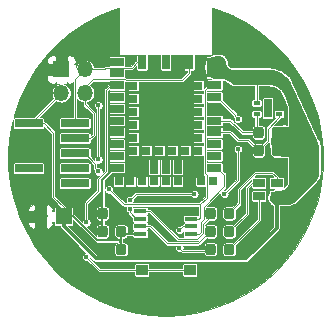
<source format=gbr>
G04 #@! TF.GenerationSoftware,KiCad,Pcbnew,(5.1.4)-1*
G04 #@! TF.CreationDate,2020-01-29T15:42:18+01:00*
G04 #@! TF.ProjectId,BLE-node,424c452d-6e6f-4646-952e-6b696361645f,rev?*
G04 #@! TF.SameCoordinates,Original*
G04 #@! TF.FileFunction,Copper,L1,Top*
G04 #@! TF.FilePolarity,Positive*
%FSLAX46Y46*%
G04 Gerber Fmt 4.6, Leading zero omitted, Abs format (unit mm)*
G04 Created by KiCad (PCBNEW (5.1.4)-1) date 2020-01-29 15:42:18*
%MOMM*%
%LPD*%
G04 APERTURE LIST*
%ADD10O,1.350000X1.350000*%
%ADD11R,1.350000X1.350000*%
%ADD12R,0.700000X0.700000*%
%ADD13R,0.700000X1.150000*%
%ADD14R,1.150000X0.700000*%
%ADD15R,1.000000X0.800000*%
%ADD16R,0.700000X1.600000*%
%ADD17R,0.600000X0.400000*%
%ADD18C,0.100000*%
%ADD19C,0.875000*%
%ADD20R,1.100000X0.400000*%
%ADD21R,1.000000X0.900000*%
%ADD22R,2.400000X0.740000*%
%ADD23C,0.450000*%
%ADD24C,0.127000*%
%ADD25C,0.088900*%
%ADD26C,0.304800*%
G04 APERTURE END LIST*
D10*
X122682000Y-81248000D03*
X120682000Y-81248000D03*
X122682000Y-79248000D03*
D11*
X120682000Y-79248000D03*
D12*
X133858000Y-75022340D03*
X125190040Y-75022340D03*
X133858000Y-77572340D03*
X125190040Y-77572340D03*
X133540000Y-88722340D03*
X132540000Y-88722340D03*
X126540000Y-88722340D03*
X125540000Y-88722340D03*
X127540000Y-88722340D03*
X128540000Y-88722340D03*
X130540000Y-88722340D03*
X129540000Y-88722340D03*
X132290040Y-80622340D03*
X132290040Y-81722340D03*
X132290040Y-82822340D03*
X132290040Y-83922340D03*
X132290040Y-85022340D03*
X127890040Y-86122340D03*
X132290040Y-86122340D03*
X131540000Y-88722340D03*
X131190040Y-86122340D03*
X128990040Y-86122340D03*
X130090040Y-86122340D03*
X126790040Y-80622340D03*
X126790040Y-85022340D03*
X126790040Y-83922340D03*
X126790040Y-81722340D03*
X126790040Y-82822340D03*
X126790040Y-86122340D03*
D13*
X131538980Y-78649320D03*
X130538220Y-78649320D03*
X129540000Y-78649320D03*
X128541780Y-78649320D03*
X127541020Y-78649320D03*
D12*
X131264660Y-81349340D03*
X127815340Y-81349340D03*
X131264660Y-83648040D03*
X127815340Y-83648040D03*
X128965960Y-84798660D03*
X128965960Y-83648040D03*
X128965960Y-82499960D03*
X128965960Y-81349340D03*
X130114040Y-81349340D03*
X130114040Y-84798660D03*
X130114040Y-83648040D03*
X130114040Y-82499960D03*
D13*
X131538980Y-87498680D03*
X130538220Y-87498680D03*
X129540000Y-87498680D03*
X128541780Y-87498680D03*
X127541020Y-87498680D03*
D14*
X133664960Y-87572340D03*
X133664960Y-86571580D03*
X133664960Y-85573360D03*
X133664960Y-84572600D03*
X133664960Y-83571840D03*
X133664960Y-82576160D03*
X133664960Y-81575400D03*
X133664960Y-80574640D03*
X133664960Y-79576420D03*
X133664960Y-78575660D03*
X125415040Y-87572340D03*
X125415040Y-86571580D03*
X125415040Y-85573360D03*
X125415040Y-84572600D03*
X125415040Y-83571840D03*
X125415040Y-82576160D03*
X125415040Y-81575400D03*
X125415040Y-80574640D03*
X125415040Y-79576420D03*
X125415040Y-78575660D03*
D15*
X137426000Y-89958000D03*
X138926000Y-89958000D03*
X138926000Y-88858000D03*
X137426000Y-88858000D03*
D10*
X118904000Y-91694000D03*
D11*
X120904000Y-91694000D03*
D16*
X138176000Y-82550000D03*
D17*
X139126000Y-82075000D03*
X137226000Y-83025000D03*
X137226000Y-82075000D03*
X139126000Y-83025000D03*
D18*
G36*
X124420691Y-90966053D02*
G01*
X124441926Y-90969203D01*
X124462750Y-90974419D01*
X124482962Y-90981651D01*
X124502368Y-90990830D01*
X124520781Y-91001866D01*
X124538024Y-91014654D01*
X124553930Y-91029070D01*
X124568346Y-91044976D01*
X124581134Y-91062219D01*
X124592170Y-91080632D01*
X124601349Y-91100038D01*
X124608581Y-91120250D01*
X124613797Y-91141074D01*
X124616947Y-91162309D01*
X124618000Y-91183750D01*
X124618000Y-91696250D01*
X124616947Y-91717691D01*
X124613797Y-91738926D01*
X124608581Y-91759750D01*
X124601349Y-91779962D01*
X124592170Y-91799368D01*
X124581134Y-91817781D01*
X124568346Y-91835024D01*
X124553930Y-91850930D01*
X124538024Y-91865346D01*
X124520781Y-91878134D01*
X124502368Y-91889170D01*
X124482962Y-91898349D01*
X124462750Y-91905581D01*
X124441926Y-91910797D01*
X124420691Y-91913947D01*
X124399250Y-91915000D01*
X123961750Y-91915000D01*
X123940309Y-91913947D01*
X123919074Y-91910797D01*
X123898250Y-91905581D01*
X123878038Y-91898349D01*
X123858632Y-91889170D01*
X123840219Y-91878134D01*
X123822976Y-91865346D01*
X123807070Y-91850930D01*
X123792654Y-91835024D01*
X123779866Y-91817781D01*
X123768830Y-91799368D01*
X123759651Y-91779962D01*
X123752419Y-91759750D01*
X123747203Y-91738926D01*
X123744053Y-91717691D01*
X123743000Y-91696250D01*
X123743000Y-91183750D01*
X123744053Y-91162309D01*
X123747203Y-91141074D01*
X123752419Y-91120250D01*
X123759651Y-91100038D01*
X123768830Y-91080632D01*
X123779866Y-91062219D01*
X123792654Y-91044976D01*
X123807070Y-91029070D01*
X123822976Y-91014654D01*
X123840219Y-91001866D01*
X123858632Y-90990830D01*
X123878038Y-90981651D01*
X123898250Y-90974419D01*
X123919074Y-90969203D01*
X123940309Y-90966053D01*
X123961750Y-90965000D01*
X124399250Y-90965000D01*
X124420691Y-90966053D01*
X124420691Y-90966053D01*
G37*
D19*
X124180500Y-91440000D03*
D18*
G36*
X125995691Y-90966053D02*
G01*
X126016926Y-90969203D01*
X126037750Y-90974419D01*
X126057962Y-90981651D01*
X126077368Y-90990830D01*
X126095781Y-91001866D01*
X126113024Y-91014654D01*
X126128930Y-91029070D01*
X126143346Y-91044976D01*
X126156134Y-91062219D01*
X126167170Y-91080632D01*
X126176349Y-91100038D01*
X126183581Y-91120250D01*
X126188797Y-91141074D01*
X126191947Y-91162309D01*
X126193000Y-91183750D01*
X126193000Y-91696250D01*
X126191947Y-91717691D01*
X126188797Y-91738926D01*
X126183581Y-91759750D01*
X126176349Y-91779962D01*
X126167170Y-91799368D01*
X126156134Y-91817781D01*
X126143346Y-91835024D01*
X126128930Y-91850930D01*
X126113024Y-91865346D01*
X126095781Y-91878134D01*
X126077368Y-91889170D01*
X126057962Y-91898349D01*
X126037750Y-91905581D01*
X126016926Y-91910797D01*
X125995691Y-91913947D01*
X125974250Y-91915000D01*
X125536750Y-91915000D01*
X125515309Y-91913947D01*
X125494074Y-91910797D01*
X125473250Y-91905581D01*
X125453038Y-91898349D01*
X125433632Y-91889170D01*
X125415219Y-91878134D01*
X125397976Y-91865346D01*
X125382070Y-91850930D01*
X125367654Y-91835024D01*
X125354866Y-91817781D01*
X125343830Y-91799368D01*
X125334651Y-91779962D01*
X125327419Y-91759750D01*
X125322203Y-91738926D01*
X125319053Y-91717691D01*
X125318000Y-91696250D01*
X125318000Y-91183750D01*
X125319053Y-91162309D01*
X125322203Y-91141074D01*
X125327419Y-91120250D01*
X125334651Y-91100038D01*
X125343830Y-91080632D01*
X125354866Y-91062219D01*
X125367654Y-91044976D01*
X125382070Y-91029070D01*
X125397976Y-91014654D01*
X125415219Y-91001866D01*
X125433632Y-90990830D01*
X125453038Y-90981651D01*
X125473250Y-90974419D01*
X125494074Y-90969203D01*
X125515309Y-90966053D01*
X125536750Y-90965000D01*
X125974250Y-90965000D01*
X125995691Y-90966053D01*
X125995691Y-90966053D01*
G37*
D19*
X125755500Y-91440000D03*
D18*
G36*
X125995691Y-92490053D02*
G01*
X126016926Y-92493203D01*
X126037750Y-92498419D01*
X126057962Y-92505651D01*
X126077368Y-92514830D01*
X126095781Y-92525866D01*
X126113024Y-92538654D01*
X126128930Y-92553070D01*
X126143346Y-92568976D01*
X126156134Y-92586219D01*
X126167170Y-92604632D01*
X126176349Y-92624038D01*
X126183581Y-92644250D01*
X126188797Y-92665074D01*
X126191947Y-92686309D01*
X126193000Y-92707750D01*
X126193000Y-93220250D01*
X126191947Y-93241691D01*
X126188797Y-93262926D01*
X126183581Y-93283750D01*
X126176349Y-93303962D01*
X126167170Y-93323368D01*
X126156134Y-93341781D01*
X126143346Y-93359024D01*
X126128930Y-93374930D01*
X126113024Y-93389346D01*
X126095781Y-93402134D01*
X126077368Y-93413170D01*
X126057962Y-93422349D01*
X126037750Y-93429581D01*
X126016926Y-93434797D01*
X125995691Y-93437947D01*
X125974250Y-93439000D01*
X125536750Y-93439000D01*
X125515309Y-93437947D01*
X125494074Y-93434797D01*
X125473250Y-93429581D01*
X125453038Y-93422349D01*
X125433632Y-93413170D01*
X125415219Y-93402134D01*
X125397976Y-93389346D01*
X125382070Y-93374930D01*
X125367654Y-93359024D01*
X125354866Y-93341781D01*
X125343830Y-93323368D01*
X125334651Y-93303962D01*
X125327419Y-93283750D01*
X125322203Y-93262926D01*
X125319053Y-93241691D01*
X125318000Y-93220250D01*
X125318000Y-92707750D01*
X125319053Y-92686309D01*
X125322203Y-92665074D01*
X125327419Y-92644250D01*
X125334651Y-92624038D01*
X125343830Y-92604632D01*
X125354866Y-92586219D01*
X125367654Y-92568976D01*
X125382070Y-92553070D01*
X125397976Y-92538654D01*
X125415219Y-92525866D01*
X125433632Y-92514830D01*
X125453038Y-92505651D01*
X125473250Y-92498419D01*
X125494074Y-92493203D01*
X125515309Y-92490053D01*
X125536750Y-92489000D01*
X125974250Y-92489000D01*
X125995691Y-92490053D01*
X125995691Y-92490053D01*
G37*
D19*
X125755500Y-92964000D03*
D18*
G36*
X124420691Y-92490053D02*
G01*
X124441926Y-92493203D01*
X124462750Y-92498419D01*
X124482962Y-92505651D01*
X124502368Y-92514830D01*
X124520781Y-92525866D01*
X124538024Y-92538654D01*
X124553930Y-92553070D01*
X124568346Y-92568976D01*
X124581134Y-92586219D01*
X124592170Y-92604632D01*
X124601349Y-92624038D01*
X124608581Y-92644250D01*
X124613797Y-92665074D01*
X124616947Y-92686309D01*
X124618000Y-92707750D01*
X124618000Y-93220250D01*
X124616947Y-93241691D01*
X124613797Y-93262926D01*
X124608581Y-93283750D01*
X124601349Y-93303962D01*
X124592170Y-93323368D01*
X124581134Y-93341781D01*
X124568346Y-93359024D01*
X124553930Y-93374930D01*
X124538024Y-93389346D01*
X124520781Y-93402134D01*
X124502368Y-93413170D01*
X124482962Y-93422349D01*
X124462750Y-93429581D01*
X124441926Y-93434797D01*
X124420691Y-93437947D01*
X124399250Y-93439000D01*
X123961750Y-93439000D01*
X123940309Y-93437947D01*
X123919074Y-93434797D01*
X123898250Y-93429581D01*
X123878038Y-93422349D01*
X123858632Y-93413170D01*
X123840219Y-93402134D01*
X123822976Y-93389346D01*
X123807070Y-93374930D01*
X123792654Y-93359024D01*
X123779866Y-93341781D01*
X123768830Y-93323368D01*
X123759651Y-93303962D01*
X123752419Y-93283750D01*
X123747203Y-93262926D01*
X123744053Y-93241691D01*
X123743000Y-93220250D01*
X123743000Y-92707750D01*
X123744053Y-92686309D01*
X123747203Y-92665074D01*
X123752419Y-92644250D01*
X123759651Y-92624038D01*
X123768830Y-92604632D01*
X123779866Y-92586219D01*
X123792654Y-92568976D01*
X123807070Y-92553070D01*
X123822976Y-92538654D01*
X123840219Y-92525866D01*
X123858632Y-92514830D01*
X123878038Y-92505651D01*
X123898250Y-92498419D01*
X123919074Y-92493203D01*
X123940309Y-92490053D01*
X123961750Y-92489000D01*
X124399250Y-92489000D01*
X124420691Y-92490053D01*
X124420691Y-92490053D01*
G37*
D19*
X124180500Y-92964000D03*
D20*
X131690000Y-93177000D03*
X131690000Y-92527000D03*
X131690000Y-91877000D03*
X131690000Y-91227000D03*
X127390000Y-91227000D03*
X127390000Y-91877000D03*
X127390000Y-92527000D03*
X127390000Y-93177000D03*
D21*
X127490000Y-96228000D03*
X127490000Y-97828000D03*
X131590000Y-96228000D03*
X131590000Y-97828000D03*
D18*
G36*
X139203691Y-85632053D02*
G01*
X139224926Y-85635203D01*
X139245750Y-85640419D01*
X139265962Y-85647651D01*
X139285368Y-85656830D01*
X139303781Y-85667866D01*
X139321024Y-85680654D01*
X139336930Y-85695070D01*
X139351346Y-85710976D01*
X139364134Y-85728219D01*
X139375170Y-85746632D01*
X139384349Y-85766038D01*
X139391581Y-85786250D01*
X139396797Y-85807074D01*
X139399947Y-85828309D01*
X139401000Y-85849750D01*
X139401000Y-86362250D01*
X139399947Y-86383691D01*
X139396797Y-86404926D01*
X139391581Y-86425750D01*
X139384349Y-86445962D01*
X139375170Y-86465368D01*
X139364134Y-86483781D01*
X139351346Y-86501024D01*
X139336930Y-86516930D01*
X139321024Y-86531346D01*
X139303781Y-86544134D01*
X139285368Y-86555170D01*
X139265962Y-86564349D01*
X139245750Y-86571581D01*
X139224926Y-86576797D01*
X139203691Y-86579947D01*
X139182250Y-86581000D01*
X138744750Y-86581000D01*
X138723309Y-86579947D01*
X138702074Y-86576797D01*
X138681250Y-86571581D01*
X138661038Y-86564349D01*
X138641632Y-86555170D01*
X138623219Y-86544134D01*
X138605976Y-86531346D01*
X138590070Y-86516930D01*
X138575654Y-86501024D01*
X138562866Y-86483781D01*
X138551830Y-86465368D01*
X138542651Y-86445962D01*
X138535419Y-86425750D01*
X138530203Y-86404926D01*
X138527053Y-86383691D01*
X138526000Y-86362250D01*
X138526000Y-85849750D01*
X138527053Y-85828309D01*
X138530203Y-85807074D01*
X138535419Y-85786250D01*
X138542651Y-85766038D01*
X138551830Y-85746632D01*
X138562866Y-85728219D01*
X138575654Y-85710976D01*
X138590070Y-85695070D01*
X138605976Y-85680654D01*
X138623219Y-85667866D01*
X138641632Y-85656830D01*
X138661038Y-85647651D01*
X138681250Y-85640419D01*
X138702074Y-85635203D01*
X138723309Y-85632053D01*
X138744750Y-85631000D01*
X139182250Y-85631000D01*
X139203691Y-85632053D01*
X139203691Y-85632053D01*
G37*
D19*
X138963500Y-86106000D03*
D18*
G36*
X137628691Y-85632053D02*
G01*
X137649926Y-85635203D01*
X137670750Y-85640419D01*
X137690962Y-85647651D01*
X137710368Y-85656830D01*
X137728781Y-85667866D01*
X137746024Y-85680654D01*
X137761930Y-85695070D01*
X137776346Y-85710976D01*
X137789134Y-85728219D01*
X137800170Y-85746632D01*
X137809349Y-85766038D01*
X137816581Y-85786250D01*
X137821797Y-85807074D01*
X137824947Y-85828309D01*
X137826000Y-85849750D01*
X137826000Y-86362250D01*
X137824947Y-86383691D01*
X137821797Y-86404926D01*
X137816581Y-86425750D01*
X137809349Y-86445962D01*
X137800170Y-86465368D01*
X137789134Y-86483781D01*
X137776346Y-86501024D01*
X137761930Y-86516930D01*
X137746024Y-86531346D01*
X137728781Y-86544134D01*
X137710368Y-86555170D01*
X137690962Y-86564349D01*
X137670750Y-86571581D01*
X137649926Y-86576797D01*
X137628691Y-86579947D01*
X137607250Y-86581000D01*
X137169750Y-86581000D01*
X137148309Y-86579947D01*
X137127074Y-86576797D01*
X137106250Y-86571581D01*
X137086038Y-86564349D01*
X137066632Y-86555170D01*
X137048219Y-86544134D01*
X137030976Y-86531346D01*
X137015070Y-86516930D01*
X137000654Y-86501024D01*
X136987866Y-86483781D01*
X136976830Y-86465368D01*
X136967651Y-86445962D01*
X136960419Y-86425750D01*
X136955203Y-86404926D01*
X136952053Y-86383691D01*
X136951000Y-86362250D01*
X136951000Y-85849750D01*
X136952053Y-85828309D01*
X136955203Y-85807074D01*
X136960419Y-85786250D01*
X136967651Y-85766038D01*
X136976830Y-85746632D01*
X136987866Y-85728219D01*
X137000654Y-85710976D01*
X137015070Y-85695070D01*
X137030976Y-85680654D01*
X137048219Y-85667866D01*
X137066632Y-85656830D01*
X137086038Y-85647651D01*
X137106250Y-85640419D01*
X137127074Y-85635203D01*
X137148309Y-85632053D01*
X137169750Y-85631000D01*
X137607250Y-85631000D01*
X137628691Y-85632053D01*
X137628691Y-85632053D01*
G37*
D19*
X137388500Y-86106000D03*
D18*
G36*
X139203691Y-84108053D02*
G01*
X139224926Y-84111203D01*
X139245750Y-84116419D01*
X139265962Y-84123651D01*
X139285368Y-84132830D01*
X139303781Y-84143866D01*
X139321024Y-84156654D01*
X139336930Y-84171070D01*
X139351346Y-84186976D01*
X139364134Y-84204219D01*
X139375170Y-84222632D01*
X139384349Y-84242038D01*
X139391581Y-84262250D01*
X139396797Y-84283074D01*
X139399947Y-84304309D01*
X139401000Y-84325750D01*
X139401000Y-84838250D01*
X139399947Y-84859691D01*
X139396797Y-84880926D01*
X139391581Y-84901750D01*
X139384349Y-84921962D01*
X139375170Y-84941368D01*
X139364134Y-84959781D01*
X139351346Y-84977024D01*
X139336930Y-84992930D01*
X139321024Y-85007346D01*
X139303781Y-85020134D01*
X139285368Y-85031170D01*
X139265962Y-85040349D01*
X139245750Y-85047581D01*
X139224926Y-85052797D01*
X139203691Y-85055947D01*
X139182250Y-85057000D01*
X138744750Y-85057000D01*
X138723309Y-85055947D01*
X138702074Y-85052797D01*
X138681250Y-85047581D01*
X138661038Y-85040349D01*
X138641632Y-85031170D01*
X138623219Y-85020134D01*
X138605976Y-85007346D01*
X138590070Y-84992930D01*
X138575654Y-84977024D01*
X138562866Y-84959781D01*
X138551830Y-84941368D01*
X138542651Y-84921962D01*
X138535419Y-84901750D01*
X138530203Y-84880926D01*
X138527053Y-84859691D01*
X138526000Y-84838250D01*
X138526000Y-84325750D01*
X138527053Y-84304309D01*
X138530203Y-84283074D01*
X138535419Y-84262250D01*
X138542651Y-84242038D01*
X138551830Y-84222632D01*
X138562866Y-84204219D01*
X138575654Y-84186976D01*
X138590070Y-84171070D01*
X138605976Y-84156654D01*
X138623219Y-84143866D01*
X138641632Y-84132830D01*
X138661038Y-84123651D01*
X138681250Y-84116419D01*
X138702074Y-84111203D01*
X138723309Y-84108053D01*
X138744750Y-84107000D01*
X139182250Y-84107000D01*
X139203691Y-84108053D01*
X139203691Y-84108053D01*
G37*
D19*
X138963500Y-84582000D03*
D18*
G36*
X137628691Y-84108053D02*
G01*
X137649926Y-84111203D01*
X137670750Y-84116419D01*
X137690962Y-84123651D01*
X137710368Y-84132830D01*
X137728781Y-84143866D01*
X137746024Y-84156654D01*
X137761930Y-84171070D01*
X137776346Y-84186976D01*
X137789134Y-84204219D01*
X137800170Y-84222632D01*
X137809349Y-84242038D01*
X137816581Y-84262250D01*
X137821797Y-84283074D01*
X137824947Y-84304309D01*
X137826000Y-84325750D01*
X137826000Y-84838250D01*
X137824947Y-84859691D01*
X137821797Y-84880926D01*
X137816581Y-84901750D01*
X137809349Y-84921962D01*
X137800170Y-84941368D01*
X137789134Y-84959781D01*
X137776346Y-84977024D01*
X137761930Y-84992930D01*
X137746024Y-85007346D01*
X137728781Y-85020134D01*
X137710368Y-85031170D01*
X137690962Y-85040349D01*
X137670750Y-85047581D01*
X137649926Y-85052797D01*
X137628691Y-85055947D01*
X137607250Y-85057000D01*
X137169750Y-85057000D01*
X137148309Y-85055947D01*
X137127074Y-85052797D01*
X137106250Y-85047581D01*
X137086038Y-85040349D01*
X137066632Y-85031170D01*
X137048219Y-85020134D01*
X137030976Y-85007346D01*
X137015070Y-84992930D01*
X137000654Y-84977024D01*
X136987866Y-84959781D01*
X136976830Y-84941368D01*
X136967651Y-84921962D01*
X136960419Y-84901750D01*
X136955203Y-84880926D01*
X136952053Y-84859691D01*
X136951000Y-84838250D01*
X136951000Y-84325750D01*
X136952053Y-84304309D01*
X136955203Y-84283074D01*
X136960419Y-84262250D01*
X136967651Y-84242038D01*
X136976830Y-84222632D01*
X136987866Y-84204219D01*
X137000654Y-84186976D01*
X137015070Y-84171070D01*
X137030976Y-84156654D01*
X137048219Y-84143866D01*
X137066632Y-84132830D01*
X137086038Y-84123651D01*
X137106250Y-84116419D01*
X137127074Y-84111203D01*
X137148309Y-84108053D01*
X137169750Y-84107000D01*
X137607250Y-84107000D01*
X137628691Y-84108053D01*
X137628691Y-84108053D01*
G37*
D19*
X137388500Y-84582000D03*
D18*
G36*
X135139691Y-90966053D02*
G01*
X135160926Y-90969203D01*
X135181750Y-90974419D01*
X135201962Y-90981651D01*
X135221368Y-90990830D01*
X135239781Y-91001866D01*
X135257024Y-91014654D01*
X135272930Y-91029070D01*
X135287346Y-91044976D01*
X135300134Y-91062219D01*
X135311170Y-91080632D01*
X135320349Y-91100038D01*
X135327581Y-91120250D01*
X135332797Y-91141074D01*
X135335947Y-91162309D01*
X135337000Y-91183750D01*
X135337000Y-91696250D01*
X135335947Y-91717691D01*
X135332797Y-91738926D01*
X135327581Y-91759750D01*
X135320349Y-91779962D01*
X135311170Y-91799368D01*
X135300134Y-91817781D01*
X135287346Y-91835024D01*
X135272930Y-91850930D01*
X135257024Y-91865346D01*
X135239781Y-91878134D01*
X135221368Y-91889170D01*
X135201962Y-91898349D01*
X135181750Y-91905581D01*
X135160926Y-91910797D01*
X135139691Y-91913947D01*
X135118250Y-91915000D01*
X134680750Y-91915000D01*
X134659309Y-91913947D01*
X134638074Y-91910797D01*
X134617250Y-91905581D01*
X134597038Y-91898349D01*
X134577632Y-91889170D01*
X134559219Y-91878134D01*
X134541976Y-91865346D01*
X134526070Y-91850930D01*
X134511654Y-91835024D01*
X134498866Y-91817781D01*
X134487830Y-91799368D01*
X134478651Y-91779962D01*
X134471419Y-91759750D01*
X134466203Y-91738926D01*
X134463053Y-91717691D01*
X134462000Y-91696250D01*
X134462000Y-91183750D01*
X134463053Y-91162309D01*
X134466203Y-91141074D01*
X134471419Y-91120250D01*
X134478651Y-91100038D01*
X134487830Y-91080632D01*
X134498866Y-91062219D01*
X134511654Y-91044976D01*
X134526070Y-91029070D01*
X134541976Y-91014654D01*
X134559219Y-91001866D01*
X134577632Y-90990830D01*
X134597038Y-90981651D01*
X134617250Y-90974419D01*
X134638074Y-90969203D01*
X134659309Y-90966053D01*
X134680750Y-90965000D01*
X135118250Y-90965000D01*
X135139691Y-90966053D01*
X135139691Y-90966053D01*
G37*
D19*
X134899500Y-91440000D03*
D18*
G36*
X133564691Y-90966053D02*
G01*
X133585926Y-90969203D01*
X133606750Y-90974419D01*
X133626962Y-90981651D01*
X133646368Y-90990830D01*
X133664781Y-91001866D01*
X133682024Y-91014654D01*
X133697930Y-91029070D01*
X133712346Y-91044976D01*
X133725134Y-91062219D01*
X133736170Y-91080632D01*
X133745349Y-91100038D01*
X133752581Y-91120250D01*
X133757797Y-91141074D01*
X133760947Y-91162309D01*
X133762000Y-91183750D01*
X133762000Y-91696250D01*
X133760947Y-91717691D01*
X133757797Y-91738926D01*
X133752581Y-91759750D01*
X133745349Y-91779962D01*
X133736170Y-91799368D01*
X133725134Y-91817781D01*
X133712346Y-91835024D01*
X133697930Y-91850930D01*
X133682024Y-91865346D01*
X133664781Y-91878134D01*
X133646368Y-91889170D01*
X133626962Y-91898349D01*
X133606750Y-91905581D01*
X133585926Y-91910797D01*
X133564691Y-91913947D01*
X133543250Y-91915000D01*
X133105750Y-91915000D01*
X133084309Y-91913947D01*
X133063074Y-91910797D01*
X133042250Y-91905581D01*
X133022038Y-91898349D01*
X133002632Y-91889170D01*
X132984219Y-91878134D01*
X132966976Y-91865346D01*
X132951070Y-91850930D01*
X132936654Y-91835024D01*
X132923866Y-91817781D01*
X132912830Y-91799368D01*
X132903651Y-91779962D01*
X132896419Y-91759750D01*
X132891203Y-91738926D01*
X132888053Y-91717691D01*
X132887000Y-91696250D01*
X132887000Y-91183750D01*
X132888053Y-91162309D01*
X132891203Y-91141074D01*
X132896419Y-91120250D01*
X132903651Y-91100038D01*
X132912830Y-91080632D01*
X132923866Y-91062219D01*
X132936654Y-91044976D01*
X132951070Y-91029070D01*
X132966976Y-91014654D01*
X132984219Y-91001866D01*
X133002632Y-90990830D01*
X133022038Y-90981651D01*
X133042250Y-90974419D01*
X133063074Y-90969203D01*
X133084309Y-90966053D01*
X133105750Y-90965000D01*
X133543250Y-90965000D01*
X133564691Y-90966053D01*
X133564691Y-90966053D01*
G37*
D19*
X133324500Y-91440000D03*
D18*
G36*
X135139691Y-94014053D02*
G01*
X135160926Y-94017203D01*
X135181750Y-94022419D01*
X135201962Y-94029651D01*
X135221368Y-94038830D01*
X135239781Y-94049866D01*
X135257024Y-94062654D01*
X135272930Y-94077070D01*
X135287346Y-94092976D01*
X135300134Y-94110219D01*
X135311170Y-94128632D01*
X135320349Y-94148038D01*
X135327581Y-94168250D01*
X135332797Y-94189074D01*
X135335947Y-94210309D01*
X135337000Y-94231750D01*
X135337000Y-94744250D01*
X135335947Y-94765691D01*
X135332797Y-94786926D01*
X135327581Y-94807750D01*
X135320349Y-94827962D01*
X135311170Y-94847368D01*
X135300134Y-94865781D01*
X135287346Y-94883024D01*
X135272930Y-94898930D01*
X135257024Y-94913346D01*
X135239781Y-94926134D01*
X135221368Y-94937170D01*
X135201962Y-94946349D01*
X135181750Y-94953581D01*
X135160926Y-94958797D01*
X135139691Y-94961947D01*
X135118250Y-94963000D01*
X134680750Y-94963000D01*
X134659309Y-94961947D01*
X134638074Y-94958797D01*
X134617250Y-94953581D01*
X134597038Y-94946349D01*
X134577632Y-94937170D01*
X134559219Y-94926134D01*
X134541976Y-94913346D01*
X134526070Y-94898930D01*
X134511654Y-94883024D01*
X134498866Y-94865781D01*
X134487830Y-94847368D01*
X134478651Y-94827962D01*
X134471419Y-94807750D01*
X134466203Y-94786926D01*
X134463053Y-94765691D01*
X134462000Y-94744250D01*
X134462000Y-94231750D01*
X134463053Y-94210309D01*
X134466203Y-94189074D01*
X134471419Y-94168250D01*
X134478651Y-94148038D01*
X134487830Y-94128632D01*
X134498866Y-94110219D01*
X134511654Y-94092976D01*
X134526070Y-94077070D01*
X134541976Y-94062654D01*
X134559219Y-94049866D01*
X134577632Y-94038830D01*
X134597038Y-94029651D01*
X134617250Y-94022419D01*
X134638074Y-94017203D01*
X134659309Y-94014053D01*
X134680750Y-94013000D01*
X135118250Y-94013000D01*
X135139691Y-94014053D01*
X135139691Y-94014053D01*
G37*
D19*
X134899500Y-94488000D03*
D18*
G36*
X133564691Y-94014053D02*
G01*
X133585926Y-94017203D01*
X133606750Y-94022419D01*
X133626962Y-94029651D01*
X133646368Y-94038830D01*
X133664781Y-94049866D01*
X133682024Y-94062654D01*
X133697930Y-94077070D01*
X133712346Y-94092976D01*
X133725134Y-94110219D01*
X133736170Y-94128632D01*
X133745349Y-94148038D01*
X133752581Y-94168250D01*
X133757797Y-94189074D01*
X133760947Y-94210309D01*
X133762000Y-94231750D01*
X133762000Y-94744250D01*
X133760947Y-94765691D01*
X133757797Y-94786926D01*
X133752581Y-94807750D01*
X133745349Y-94827962D01*
X133736170Y-94847368D01*
X133725134Y-94865781D01*
X133712346Y-94883024D01*
X133697930Y-94898930D01*
X133682024Y-94913346D01*
X133664781Y-94926134D01*
X133646368Y-94937170D01*
X133626962Y-94946349D01*
X133606750Y-94953581D01*
X133585926Y-94958797D01*
X133564691Y-94961947D01*
X133543250Y-94963000D01*
X133105750Y-94963000D01*
X133084309Y-94961947D01*
X133063074Y-94958797D01*
X133042250Y-94953581D01*
X133022038Y-94946349D01*
X133002632Y-94937170D01*
X132984219Y-94926134D01*
X132966976Y-94913346D01*
X132951070Y-94898930D01*
X132936654Y-94883024D01*
X132923866Y-94865781D01*
X132912830Y-94847368D01*
X132903651Y-94827962D01*
X132896419Y-94807750D01*
X132891203Y-94786926D01*
X132888053Y-94765691D01*
X132887000Y-94744250D01*
X132887000Y-94231750D01*
X132888053Y-94210309D01*
X132891203Y-94189074D01*
X132896419Y-94168250D01*
X132903651Y-94148038D01*
X132912830Y-94128632D01*
X132923866Y-94110219D01*
X132936654Y-94092976D01*
X132951070Y-94077070D01*
X132966976Y-94062654D01*
X132984219Y-94049866D01*
X133002632Y-94038830D01*
X133022038Y-94029651D01*
X133042250Y-94022419D01*
X133063074Y-94017203D01*
X133084309Y-94014053D01*
X133105750Y-94013000D01*
X133543250Y-94013000D01*
X133564691Y-94014053D01*
X133564691Y-94014053D01*
G37*
D19*
X133324500Y-94488000D03*
D18*
G36*
X135139691Y-92490053D02*
G01*
X135160926Y-92493203D01*
X135181750Y-92498419D01*
X135201962Y-92505651D01*
X135221368Y-92514830D01*
X135239781Y-92525866D01*
X135257024Y-92538654D01*
X135272930Y-92553070D01*
X135287346Y-92568976D01*
X135300134Y-92586219D01*
X135311170Y-92604632D01*
X135320349Y-92624038D01*
X135327581Y-92644250D01*
X135332797Y-92665074D01*
X135335947Y-92686309D01*
X135337000Y-92707750D01*
X135337000Y-93220250D01*
X135335947Y-93241691D01*
X135332797Y-93262926D01*
X135327581Y-93283750D01*
X135320349Y-93303962D01*
X135311170Y-93323368D01*
X135300134Y-93341781D01*
X135287346Y-93359024D01*
X135272930Y-93374930D01*
X135257024Y-93389346D01*
X135239781Y-93402134D01*
X135221368Y-93413170D01*
X135201962Y-93422349D01*
X135181750Y-93429581D01*
X135160926Y-93434797D01*
X135139691Y-93437947D01*
X135118250Y-93439000D01*
X134680750Y-93439000D01*
X134659309Y-93437947D01*
X134638074Y-93434797D01*
X134617250Y-93429581D01*
X134597038Y-93422349D01*
X134577632Y-93413170D01*
X134559219Y-93402134D01*
X134541976Y-93389346D01*
X134526070Y-93374930D01*
X134511654Y-93359024D01*
X134498866Y-93341781D01*
X134487830Y-93323368D01*
X134478651Y-93303962D01*
X134471419Y-93283750D01*
X134466203Y-93262926D01*
X134463053Y-93241691D01*
X134462000Y-93220250D01*
X134462000Y-92707750D01*
X134463053Y-92686309D01*
X134466203Y-92665074D01*
X134471419Y-92644250D01*
X134478651Y-92624038D01*
X134487830Y-92604632D01*
X134498866Y-92586219D01*
X134511654Y-92568976D01*
X134526070Y-92553070D01*
X134541976Y-92538654D01*
X134559219Y-92525866D01*
X134577632Y-92514830D01*
X134597038Y-92505651D01*
X134617250Y-92498419D01*
X134638074Y-92493203D01*
X134659309Y-92490053D01*
X134680750Y-92489000D01*
X135118250Y-92489000D01*
X135139691Y-92490053D01*
X135139691Y-92490053D01*
G37*
D19*
X134899500Y-92964000D03*
D18*
G36*
X133564691Y-92490053D02*
G01*
X133585926Y-92493203D01*
X133606750Y-92498419D01*
X133626962Y-92505651D01*
X133646368Y-92514830D01*
X133664781Y-92525866D01*
X133682024Y-92538654D01*
X133697930Y-92553070D01*
X133712346Y-92568976D01*
X133725134Y-92586219D01*
X133736170Y-92604632D01*
X133745349Y-92624038D01*
X133752581Y-92644250D01*
X133757797Y-92665074D01*
X133760947Y-92686309D01*
X133762000Y-92707750D01*
X133762000Y-93220250D01*
X133760947Y-93241691D01*
X133757797Y-93262926D01*
X133752581Y-93283750D01*
X133745349Y-93303962D01*
X133736170Y-93323368D01*
X133725134Y-93341781D01*
X133712346Y-93359024D01*
X133697930Y-93374930D01*
X133682024Y-93389346D01*
X133664781Y-93402134D01*
X133646368Y-93413170D01*
X133626962Y-93422349D01*
X133606750Y-93429581D01*
X133585926Y-93434797D01*
X133564691Y-93437947D01*
X133543250Y-93439000D01*
X133105750Y-93439000D01*
X133084309Y-93437947D01*
X133063074Y-93434797D01*
X133042250Y-93429581D01*
X133022038Y-93422349D01*
X133002632Y-93413170D01*
X132984219Y-93402134D01*
X132966976Y-93389346D01*
X132951070Y-93374930D01*
X132936654Y-93359024D01*
X132923866Y-93341781D01*
X132912830Y-93323368D01*
X132903651Y-93303962D01*
X132896419Y-93283750D01*
X132891203Y-93262926D01*
X132888053Y-93241691D01*
X132887000Y-93220250D01*
X132887000Y-92707750D01*
X132888053Y-92686309D01*
X132891203Y-92665074D01*
X132896419Y-92644250D01*
X132903651Y-92624038D01*
X132912830Y-92604632D01*
X132923866Y-92586219D01*
X132936654Y-92568976D01*
X132951070Y-92553070D01*
X132966976Y-92538654D01*
X132984219Y-92525866D01*
X133002632Y-92514830D01*
X133022038Y-92505651D01*
X133042250Y-92498419D01*
X133063074Y-92493203D01*
X133084309Y-92490053D01*
X133105750Y-92489000D01*
X133543250Y-92489000D01*
X133564691Y-92490053D01*
X133564691Y-92490053D01*
G37*
D19*
X133324500Y-92964000D03*
D22*
X117938000Y-83820000D03*
X121838000Y-83820000D03*
X117938000Y-85090000D03*
X121838000Y-85090000D03*
X117938000Y-86360000D03*
X121838000Y-86360000D03*
X117938000Y-87630000D03*
X121838000Y-87630000D03*
X117938000Y-88900000D03*
X121838000Y-88900000D03*
D18*
G36*
X125995691Y-94014053D02*
G01*
X126016926Y-94017203D01*
X126037750Y-94022419D01*
X126057962Y-94029651D01*
X126077368Y-94038830D01*
X126095781Y-94049866D01*
X126113024Y-94062654D01*
X126128930Y-94077070D01*
X126143346Y-94092976D01*
X126156134Y-94110219D01*
X126167170Y-94128632D01*
X126176349Y-94148038D01*
X126183581Y-94168250D01*
X126188797Y-94189074D01*
X126191947Y-94210309D01*
X126193000Y-94231750D01*
X126193000Y-94744250D01*
X126191947Y-94765691D01*
X126188797Y-94786926D01*
X126183581Y-94807750D01*
X126176349Y-94827962D01*
X126167170Y-94847368D01*
X126156134Y-94865781D01*
X126143346Y-94883024D01*
X126128930Y-94898930D01*
X126113024Y-94913346D01*
X126095781Y-94926134D01*
X126077368Y-94937170D01*
X126057962Y-94946349D01*
X126037750Y-94953581D01*
X126016926Y-94958797D01*
X125995691Y-94961947D01*
X125974250Y-94963000D01*
X125536750Y-94963000D01*
X125515309Y-94961947D01*
X125494074Y-94958797D01*
X125473250Y-94953581D01*
X125453038Y-94946349D01*
X125433632Y-94937170D01*
X125415219Y-94926134D01*
X125397976Y-94913346D01*
X125382070Y-94898930D01*
X125367654Y-94883024D01*
X125354866Y-94865781D01*
X125343830Y-94847368D01*
X125334651Y-94827962D01*
X125327419Y-94807750D01*
X125322203Y-94786926D01*
X125319053Y-94765691D01*
X125318000Y-94744250D01*
X125318000Y-94231750D01*
X125319053Y-94210309D01*
X125322203Y-94189074D01*
X125327419Y-94168250D01*
X125334651Y-94148038D01*
X125343830Y-94128632D01*
X125354866Y-94110219D01*
X125367654Y-94092976D01*
X125382070Y-94077070D01*
X125397976Y-94062654D01*
X125415219Y-94049866D01*
X125433632Y-94038830D01*
X125453038Y-94029651D01*
X125473250Y-94022419D01*
X125494074Y-94017203D01*
X125515309Y-94014053D01*
X125536750Y-94013000D01*
X125974250Y-94013000D01*
X125995691Y-94014053D01*
X125995691Y-94014053D01*
G37*
D19*
X125755500Y-94488000D03*
D18*
G36*
X124420691Y-94014053D02*
G01*
X124441926Y-94017203D01*
X124462750Y-94022419D01*
X124482962Y-94029651D01*
X124502368Y-94038830D01*
X124520781Y-94049866D01*
X124538024Y-94062654D01*
X124553930Y-94077070D01*
X124568346Y-94092976D01*
X124581134Y-94110219D01*
X124592170Y-94128632D01*
X124601349Y-94148038D01*
X124608581Y-94168250D01*
X124613797Y-94189074D01*
X124616947Y-94210309D01*
X124618000Y-94231750D01*
X124618000Y-94744250D01*
X124616947Y-94765691D01*
X124613797Y-94786926D01*
X124608581Y-94807750D01*
X124601349Y-94827962D01*
X124592170Y-94847368D01*
X124581134Y-94865781D01*
X124568346Y-94883024D01*
X124553930Y-94898930D01*
X124538024Y-94913346D01*
X124520781Y-94926134D01*
X124502368Y-94937170D01*
X124482962Y-94946349D01*
X124462750Y-94953581D01*
X124441926Y-94958797D01*
X124420691Y-94961947D01*
X124399250Y-94963000D01*
X123961750Y-94963000D01*
X123940309Y-94961947D01*
X123919074Y-94958797D01*
X123898250Y-94953581D01*
X123878038Y-94946349D01*
X123858632Y-94937170D01*
X123840219Y-94926134D01*
X123822976Y-94913346D01*
X123807070Y-94898930D01*
X123792654Y-94883024D01*
X123779866Y-94865781D01*
X123768830Y-94847368D01*
X123759651Y-94827962D01*
X123752419Y-94807750D01*
X123747203Y-94786926D01*
X123744053Y-94765691D01*
X123743000Y-94744250D01*
X123743000Y-94231750D01*
X123744053Y-94210309D01*
X123747203Y-94189074D01*
X123752419Y-94168250D01*
X123759651Y-94148038D01*
X123768830Y-94128632D01*
X123779866Y-94110219D01*
X123792654Y-94092976D01*
X123807070Y-94077070D01*
X123822976Y-94062654D01*
X123840219Y-94049866D01*
X123858632Y-94038830D01*
X123878038Y-94029651D01*
X123898250Y-94022419D01*
X123919074Y-94017203D01*
X123940309Y-94014053D01*
X123961750Y-94013000D01*
X124399250Y-94013000D01*
X124420691Y-94014053D01*
X124420691Y-94014053D01*
G37*
D19*
X124180500Y-94488000D03*
D18*
G36*
X137437691Y-79345053D02*
G01*
X137458926Y-79348203D01*
X137479750Y-79353419D01*
X137499962Y-79360651D01*
X137519368Y-79369830D01*
X137537781Y-79380866D01*
X137555024Y-79393654D01*
X137570930Y-79408070D01*
X137585346Y-79423976D01*
X137598134Y-79441219D01*
X137609170Y-79459632D01*
X137618349Y-79479038D01*
X137625581Y-79499250D01*
X137630797Y-79520074D01*
X137633947Y-79541309D01*
X137635000Y-79562750D01*
X137635000Y-80000250D01*
X137633947Y-80021691D01*
X137630797Y-80042926D01*
X137625581Y-80063750D01*
X137618349Y-80083962D01*
X137609170Y-80103368D01*
X137598134Y-80121781D01*
X137585346Y-80139024D01*
X137570930Y-80154930D01*
X137555024Y-80169346D01*
X137537781Y-80182134D01*
X137519368Y-80193170D01*
X137499962Y-80202349D01*
X137479750Y-80209581D01*
X137458926Y-80214797D01*
X137437691Y-80217947D01*
X137416250Y-80219000D01*
X136903750Y-80219000D01*
X136882309Y-80217947D01*
X136861074Y-80214797D01*
X136840250Y-80209581D01*
X136820038Y-80202349D01*
X136800632Y-80193170D01*
X136782219Y-80182134D01*
X136764976Y-80169346D01*
X136749070Y-80154930D01*
X136734654Y-80139024D01*
X136721866Y-80121781D01*
X136710830Y-80103368D01*
X136701651Y-80083962D01*
X136694419Y-80063750D01*
X136689203Y-80042926D01*
X136686053Y-80021691D01*
X136685000Y-80000250D01*
X136685000Y-79562750D01*
X136686053Y-79541309D01*
X136689203Y-79520074D01*
X136694419Y-79499250D01*
X136701651Y-79479038D01*
X136710830Y-79459632D01*
X136721866Y-79441219D01*
X136734654Y-79423976D01*
X136749070Y-79408070D01*
X136764976Y-79393654D01*
X136782219Y-79380866D01*
X136800632Y-79369830D01*
X136820038Y-79360651D01*
X136840250Y-79353419D01*
X136861074Y-79348203D01*
X136882309Y-79345053D01*
X136903750Y-79344000D01*
X137416250Y-79344000D01*
X137437691Y-79345053D01*
X137437691Y-79345053D01*
G37*
D19*
X137160000Y-79781500D03*
D18*
G36*
X137437691Y-77770053D02*
G01*
X137458926Y-77773203D01*
X137479750Y-77778419D01*
X137499962Y-77785651D01*
X137519368Y-77794830D01*
X137537781Y-77805866D01*
X137555024Y-77818654D01*
X137570930Y-77833070D01*
X137585346Y-77848976D01*
X137598134Y-77866219D01*
X137609170Y-77884632D01*
X137618349Y-77904038D01*
X137625581Y-77924250D01*
X137630797Y-77945074D01*
X137633947Y-77966309D01*
X137635000Y-77987750D01*
X137635000Y-78425250D01*
X137633947Y-78446691D01*
X137630797Y-78467926D01*
X137625581Y-78488750D01*
X137618349Y-78508962D01*
X137609170Y-78528368D01*
X137598134Y-78546781D01*
X137585346Y-78564024D01*
X137570930Y-78579930D01*
X137555024Y-78594346D01*
X137537781Y-78607134D01*
X137519368Y-78618170D01*
X137499962Y-78627349D01*
X137479750Y-78634581D01*
X137458926Y-78639797D01*
X137437691Y-78642947D01*
X137416250Y-78644000D01*
X136903750Y-78644000D01*
X136882309Y-78642947D01*
X136861074Y-78639797D01*
X136840250Y-78634581D01*
X136820038Y-78627349D01*
X136800632Y-78618170D01*
X136782219Y-78607134D01*
X136764976Y-78594346D01*
X136749070Y-78579930D01*
X136734654Y-78564024D01*
X136721866Y-78546781D01*
X136710830Y-78528368D01*
X136701651Y-78508962D01*
X136694419Y-78488750D01*
X136689203Y-78467926D01*
X136686053Y-78446691D01*
X136685000Y-78425250D01*
X136685000Y-77987750D01*
X136686053Y-77966309D01*
X136689203Y-77945074D01*
X136694419Y-77924250D01*
X136701651Y-77904038D01*
X136710830Y-77884632D01*
X136721866Y-77866219D01*
X136734654Y-77848976D01*
X136749070Y-77833070D01*
X136764976Y-77818654D01*
X136782219Y-77805866D01*
X136800632Y-77794830D01*
X136820038Y-77785651D01*
X136840250Y-77778419D01*
X136861074Y-77773203D01*
X136882309Y-77770053D01*
X136903750Y-77769000D01*
X137416250Y-77769000D01*
X137437691Y-77770053D01*
X137437691Y-77770053D01*
G37*
D19*
X137160000Y-78206500D03*
D18*
G36*
X135913691Y-79345053D02*
G01*
X135934926Y-79348203D01*
X135955750Y-79353419D01*
X135975962Y-79360651D01*
X135995368Y-79369830D01*
X136013781Y-79380866D01*
X136031024Y-79393654D01*
X136046930Y-79408070D01*
X136061346Y-79423976D01*
X136074134Y-79441219D01*
X136085170Y-79459632D01*
X136094349Y-79479038D01*
X136101581Y-79499250D01*
X136106797Y-79520074D01*
X136109947Y-79541309D01*
X136111000Y-79562750D01*
X136111000Y-80000250D01*
X136109947Y-80021691D01*
X136106797Y-80042926D01*
X136101581Y-80063750D01*
X136094349Y-80083962D01*
X136085170Y-80103368D01*
X136074134Y-80121781D01*
X136061346Y-80139024D01*
X136046930Y-80154930D01*
X136031024Y-80169346D01*
X136013781Y-80182134D01*
X135995368Y-80193170D01*
X135975962Y-80202349D01*
X135955750Y-80209581D01*
X135934926Y-80214797D01*
X135913691Y-80217947D01*
X135892250Y-80219000D01*
X135379750Y-80219000D01*
X135358309Y-80217947D01*
X135337074Y-80214797D01*
X135316250Y-80209581D01*
X135296038Y-80202349D01*
X135276632Y-80193170D01*
X135258219Y-80182134D01*
X135240976Y-80169346D01*
X135225070Y-80154930D01*
X135210654Y-80139024D01*
X135197866Y-80121781D01*
X135186830Y-80103368D01*
X135177651Y-80083962D01*
X135170419Y-80063750D01*
X135165203Y-80042926D01*
X135162053Y-80021691D01*
X135161000Y-80000250D01*
X135161000Y-79562750D01*
X135162053Y-79541309D01*
X135165203Y-79520074D01*
X135170419Y-79499250D01*
X135177651Y-79479038D01*
X135186830Y-79459632D01*
X135197866Y-79441219D01*
X135210654Y-79423976D01*
X135225070Y-79408070D01*
X135240976Y-79393654D01*
X135258219Y-79380866D01*
X135276632Y-79369830D01*
X135296038Y-79360651D01*
X135316250Y-79353419D01*
X135337074Y-79348203D01*
X135358309Y-79345053D01*
X135379750Y-79344000D01*
X135892250Y-79344000D01*
X135913691Y-79345053D01*
X135913691Y-79345053D01*
G37*
D19*
X135636000Y-79781500D03*
D18*
G36*
X135913691Y-77770053D02*
G01*
X135934926Y-77773203D01*
X135955750Y-77778419D01*
X135975962Y-77785651D01*
X135995368Y-77794830D01*
X136013781Y-77805866D01*
X136031024Y-77818654D01*
X136046930Y-77833070D01*
X136061346Y-77848976D01*
X136074134Y-77866219D01*
X136085170Y-77884632D01*
X136094349Y-77904038D01*
X136101581Y-77924250D01*
X136106797Y-77945074D01*
X136109947Y-77966309D01*
X136111000Y-77987750D01*
X136111000Y-78425250D01*
X136109947Y-78446691D01*
X136106797Y-78467926D01*
X136101581Y-78488750D01*
X136094349Y-78508962D01*
X136085170Y-78528368D01*
X136074134Y-78546781D01*
X136061346Y-78564024D01*
X136046930Y-78579930D01*
X136031024Y-78594346D01*
X136013781Y-78607134D01*
X135995368Y-78618170D01*
X135975962Y-78627349D01*
X135955750Y-78634581D01*
X135934926Y-78639797D01*
X135913691Y-78642947D01*
X135892250Y-78644000D01*
X135379750Y-78644000D01*
X135358309Y-78642947D01*
X135337074Y-78639797D01*
X135316250Y-78634581D01*
X135296038Y-78627349D01*
X135276632Y-78618170D01*
X135258219Y-78607134D01*
X135240976Y-78594346D01*
X135225070Y-78579930D01*
X135210654Y-78564024D01*
X135197866Y-78546781D01*
X135186830Y-78528368D01*
X135177651Y-78508962D01*
X135170419Y-78488750D01*
X135165203Y-78467926D01*
X135162053Y-78446691D01*
X135161000Y-78425250D01*
X135161000Y-77987750D01*
X135162053Y-77966309D01*
X135165203Y-77945074D01*
X135170419Y-77924250D01*
X135177651Y-77904038D01*
X135186830Y-77884632D01*
X135197866Y-77866219D01*
X135210654Y-77848976D01*
X135225070Y-77833070D01*
X135240976Y-77818654D01*
X135258219Y-77805866D01*
X135276632Y-77794830D01*
X135296038Y-77785651D01*
X135316250Y-77778419D01*
X135337074Y-77773203D01*
X135358309Y-77770053D01*
X135379750Y-77769000D01*
X135892250Y-77769000D01*
X135913691Y-77770053D01*
X135913691Y-77770053D01*
G37*
D19*
X135636000Y-78206500D03*
D23*
X135255000Y-75438000D03*
X135255000Y-76835000D03*
X136398000Y-76835000D03*
X138557000Y-78232000D03*
X129032000Y-92710000D03*
X130048000Y-92329000D03*
X130048000Y-91059000D03*
X134112000Y-90424000D03*
X129540000Y-90170000D03*
X124841000Y-90297000D03*
X125984000Y-89789000D03*
X122428000Y-90043000D03*
X121158000Y-95250000D03*
X123063000Y-96774000D03*
X125222000Y-97663000D03*
X129540000Y-97663000D03*
X133985000Y-97536000D03*
X135763000Y-96647000D03*
X137922000Y-94869000D03*
X139319000Y-92964000D03*
X140716000Y-91186000D03*
X141986000Y-83058000D03*
X140589000Y-79883000D03*
X135636000Y-81788000D03*
X135128000Y-86995000D03*
X135128000Y-86995000D03*
X136652000Y-87376000D03*
X119888000Y-83312000D03*
X118491000Y-81026000D03*
X122047000Y-76835000D03*
X122936000Y-76073000D03*
X127889000Y-84836000D03*
X127889000Y-82550000D03*
X131318000Y-82423000D03*
X131318000Y-84836000D03*
X126619000Y-87503000D03*
X132334000Y-87503000D03*
X127000000Y-79629000D03*
X128397000Y-79629000D03*
X129921000Y-79629000D03*
X123317000Y-85725000D03*
X123444000Y-90551000D03*
X127000000Y-94488000D03*
X128016000Y-94488000D03*
X125476000Y-96774000D03*
X133858000Y-96012000D03*
X121920000Y-92710000D03*
X122428000Y-93218000D03*
X142240000Y-87884000D03*
X140462000Y-87884000D03*
X142240000Y-86106000D03*
X141351000Y-86995000D03*
X140462000Y-86106000D03*
X125415040Y-81575400D03*
X123825000Y-82296000D03*
X121838000Y-88900000D03*
X123825000Y-86868000D03*
X123825000Y-87884000D03*
X124714000Y-89408000D03*
X122809000Y-95123000D03*
X122809000Y-92202000D03*
X126492000Y-91036350D03*
X126492000Y-90297000D03*
X131953000Y-89789000D03*
X134493000Y-89789000D03*
X135636000Y-85979000D03*
X135636000Y-83439000D03*
X130683000Y-92837000D03*
X130683000Y-94338350D03*
D24*
X125755500Y-93913000D02*
X125755500Y-92964000D01*
X125968500Y-93177000D02*
X125755500Y-92964000D01*
X127390000Y-93177000D02*
X125968500Y-93177000D01*
X125755500Y-94488000D02*
X125755500Y-93913000D01*
X121706000Y-91694000D02*
X120904000Y-91694000D01*
X123738000Y-93726000D02*
X121706000Y-91694000D01*
X125755500Y-93913000D02*
X125568500Y-93726000D01*
X125568500Y-93726000D02*
X123738000Y-93726000D01*
D25*
X118110000Y-83820000D02*
X117938000Y-83820000D01*
X120682000Y-81248000D02*
X118110000Y-83820000D01*
X119226900Y-83820000D02*
X120015000Y-84608100D01*
X117938000Y-83820000D02*
X119226900Y-83820000D01*
X120904000Y-90930100D02*
X120904000Y-91694000D01*
X120015000Y-90041100D02*
X120904000Y-90930100D01*
X120015000Y-84608100D02*
X120015000Y-90041100D01*
X137226000Y-79847500D02*
X137160000Y-79781500D01*
X137226000Y-82075000D02*
X137226000Y-79847500D01*
D26*
X138926000Y-89958000D02*
X138926000Y-92666874D01*
X138926000Y-92666874D02*
X136342874Y-95250000D01*
X120904000Y-92527874D02*
X120904000Y-91694000D01*
X123626126Y-95250000D02*
X120904000Y-92527874D01*
X136342874Y-95250000D02*
X123626126Y-95250000D01*
D25*
X137426000Y-91961500D02*
X134899500Y-94488000D01*
X137426000Y-89958000D02*
X137426000Y-91961500D01*
X138926000Y-88369100D02*
X138567900Y-88011000D01*
X138926000Y-88858000D02*
X138926000Y-88369100D01*
X137132968Y-88011000D02*
X135763000Y-89380968D01*
X138567900Y-88011000D02*
X137132968Y-88011000D01*
X135763000Y-90576500D02*
X134899500Y-91440000D01*
X135763000Y-89380968D02*
X135763000Y-90576500D01*
X123825000Y-82296000D02*
X123825000Y-86741000D01*
X132328900Y-91877000D02*
X131690000Y-91877000D01*
X132461000Y-91744900D02*
X132328900Y-91877000D01*
X132461000Y-90678000D02*
X132461000Y-91744900D01*
X133277772Y-80574640D02*
X132842000Y-81010412D01*
X133664960Y-80574640D02*
X133277772Y-80574640D01*
X132842000Y-81010412D02*
X132842000Y-88011000D01*
X132842000Y-88011000D02*
X133023351Y-88192351D01*
X133023351Y-88192351D02*
X133023351Y-90115649D01*
X133023351Y-90115649D02*
X132461000Y-90678000D01*
X125984000Y-90678000D02*
X132461000Y-90678000D01*
X124714000Y-89408000D02*
X125984000Y-90678000D01*
X123571000Y-87630000D02*
X123600001Y-87659001D01*
X123571000Y-87263000D02*
X123571000Y-87630000D01*
X121838000Y-86360000D02*
X122668000Y-86360000D01*
X122668000Y-86360000D02*
X123571000Y-87263000D01*
X123600001Y-87659001D02*
X123825000Y-87884000D01*
X131538980Y-78649320D02*
X131538980Y-79502000D01*
X131538980Y-79502000D02*
X131538980Y-79535020D01*
X131538980Y-79535020D02*
X130937000Y-80137000D01*
X126096721Y-80091289D02*
X123362711Y-80091289D01*
X130937000Y-80137000D02*
X126142432Y-80137000D01*
X126142432Y-80137000D02*
X126096721Y-80091289D01*
X123362711Y-80091289D02*
X123190000Y-80264000D01*
D24*
X122682000Y-81248000D02*
X122682000Y-80772000D01*
D25*
X122682000Y-80772000D02*
X123190000Y-80264000D01*
X122682000Y-82202594D02*
X123444000Y-82964594D01*
X122682000Y-81248000D02*
X122682000Y-82202594D01*
X123126900Y-85090000D02*
X121838000Y-85090000D01*
X123444000Y-82964594D02*
X123444000Y-84772900D01*
X123444000Y-84772900D02*
X123126900Y-85090000D01*
X122007001Y-79922999D02*
X122682000Y-79248000D01*
X121873649Y-80056351D02*
X122007001Y-79922999D01*
X121873649Y-83325451D02*
X121873649Y-80056351D01*
X121838000Y-83361100D02*
X121873649Y-83325451D01*
X121838000Y-83820000D02*
X121838000Y-83361100D01*
X122682000Y-79248000D02*
X124333000Y-79248000D01*
X127102120Y-78649320D02*
X127541020Y-78649320D01*
X126658371Y-79093069D02*
X127102120Y-78649320D01*
X124487931Y-79093069D02*
X126658371Y-79093069D01*
X124333000Y-79248000D02*
X124487931Y-79093069D01*
X137226000Y-84419500D02*
X137388500Y-84582000D01*
X137226000Y-83025000D02*
X137226000Y-84419500D01*
X137388500Y-84582000D02*
X136017000Y-84582000D01*
X135006840Y-83571840D02*
X133664960Y-83571840D01*
X136017000Y-84582000D02*
X135006840Y-83571840D01*
X137850112Y-85644388D02*
X137388500Y-86106000D01*
X138176000Y-85318500D02*
X137850112Y-85644388D01*
X138176000Y-84263900D02*
X138176000Y-85318500D01*
X139126000Y-83025000D02*
X139126000Y-83313900D01*
X139126000Y-83313900D02*
X138176000Y-84263900D01*
X137388500Y-86106000D02*
X136499500Y-85217000D01*
X136499500Y-85217000D02*
X135636000Y-85217000D01*
X134991600Y-84572600D02*
X133664960Y-84572600D01*
X135636000Y-85217000D02*
X134991600Y-84572600D01*
X128078900Y-96228000D02*
X131590000Y-96228000D01*
X127490000Y-96228000D02*
X128078900Y-96228000D01*
X127490000Y-96228000D02*
X123952000Y-96228000D01*
X123952000Y-96228000D02*
X123914000Y-96228000D01*
X123914000Y-96228000D02*
X122809000Y-95123000D01*
X124911360Y-80574640D02*
X125415040Y-80574640D01*
X122809000Y-90551000D02*
X123825000Y-89535000D01*
X122809000Y-92202000D02*
X122809000Y-90551000D01*
X123825000Y-89535000D02*
X123825000Y-88519000D01*
X123825000Y-88519000D02*
X124460000Y-87884000D01*
X124460000Y-87884000D02*
X124460000Y-81026000D01*
X124460000Y-81026000D02*
X124911360Y-80574640D01*
X132753640Y-91909360D02*
X132753640Y-90893360D01*
X132537190Y-92125810D02*
X132753640Y-91909360D01*
X132537190Y-93014810D02*
X132537190Y-92125810D01*
X131690000Y-93177000D02*
X132375000Y-93177000D01*
X132375000Y-93177000D02*
X132537190Y-93014810D01*
X132753640Y-90893360D02*
X134493000Y-89154000D01*
X133889960Y-87572340D02*
X133664960Y-87572340D01*
X134493000Y-88175380D02*
X133889960Y-87572340D01*
X134493000Y-89154000D02*
X134493000Y-88175380D01*
X126492000Y-91319032D02*
X126492000Y-91036350D01*
X127390000Y-91877000D02*
X127049968Y-91877000D01*
X127049968Y-91877000D02*
X126492000Y-91319032D01*
X126492000Y-90297000D02*
X126746000Y-90043000D01*
X126746000Y-90043000D02*
X127000000Y-89789000D01*
X127000000Y-89789000D02*
X131953000Y-89789000D01*
X134493000Y-89789000D02*
X135382000Y-88900000D01*
X135382000Y-88900000D02*
X135636000Y-88646000D01*
X135636000Y-88646000D02*
X135636000Y-85979000D01*
X133889960Y-81575400D02*
X133664960Y-81575400D01*
X135411001Y-83096441D02*
X133889960Y-81575400D01*
X135636000Y-83439000D02*
X135411001Y-83214001D01*
X135411001Y-83214001D02*
X135411001Y-83096441D01*
D24*
X124180500Y-92964000D02*
X124180500Y-91440000D01*
X125190040Y-87572340D02*
X125415040Y-87572340D01*
X124180500Y-88581880D02*
X125190040Y-87572340D01*
X124180500Y-91440000D02*
X124180500Y-88581880D01*
D25*
X133324500Y-92964000D02*
X132308500Y-93980000D01*
X132308500Y-93980000D02*
X129667000Y-93980000D01*
X128214000Y-92527000D02*
X127390000Y-92527000D01*
X129667000Y-93980000D02*
X128214000Y-92527000D01*
X131690000Y-92527000D02*
X130993000Y-92527000D01*
X130993000Y-92527000D02*
X130683000Y-92837000D01*
X130683000Y-94338350D02*
X130937000Y-94592350D01*
X130937000Y-94592350D02*
X133324500Y-94592350D01*
X128184000Y-91227000D02*
X127390000Y-91227000D01*
X133324500Y-91440000D02*
X133324500Y-91719500D01*
X133324500Y-91719500D02*
X132715000Y-92329000D01*
X132715000Y-92329000D02*
X132715000Y-93091000D01*
X132715000Y-93091000D02*
X132207000Y-93599000D01*
X132207000Y-93599000D02*
X130556000Y-93599000D01*
X130556000Y-93599000D02*
X128184000Y-91227000D01*
X136837100Y-88858000D02*
X136398000Y-89297100D01*
X137426000Y-88858000D02*
X136837100Y-88858000D01*
X136398000Y-91465500D02*
X134899500Y-92964000D01*
X136398000Y-89297100D02*
X136398000Y-91465500D01*
G36*
X141680377Y-85661022D02*
G01*
X141859591Y-85715385D01*
X142024755Y-85803667D01*
X142169524Y-85922476D01*
X142288333Y-86067245D01*
X142376615Y-86232409D01*
X142430978Y-86411623D01*
X142449550Y-86600184D01*
X142449550Y-87975602D01*
X142430978Y-88164164D01*
X142376615Y-88343378D01*
X142288333Y-88508542D01*
X142168134Y-88655004D01*
X140471004Y-90352134D01*
X140324542Y-90472333D01*
X140159378Y-90560615D01*
X139980164Y-90614978D01*
X139791602Y-90633550D01*
X138877416Y-90633550D01*
X138738186Y-90615220D01*
X138611169Y-90562608D01*
X138502090Y-90478910D01*
X138418392Y-90369831D01*
X138365780Y-90242814D01*
X138347834Y-90106500D01*
X138365780Y-89970186D01*
X138418392Y-89843169D01*
X138502090Y-89734090D01*
X138611169Y-89650392D01*
X138738186Y-89597780D01*
X138877416Y-89579450D01*
X139128500Y-89579450D01*
X139133477Y-89579171D01*
X139317168Y-89558474D01*
X139326872Y-89556259D01*
X139501352Y-89495206D01*
X139510320Y-89490887D01*
X139666840Y-89392539D01*
X139674622Y-89386333D01*
X139805333Y-89255622D01*
X139811539Y-89247840D01*
X139909887Y-89091320D01*
X139914206Y-89082352D01*
X139975259Y-88907872D01*
X139977474Y-88898168D01*
X139998171Y-88714477D01*
X139998450Y-88709500D01*
X139998450Y-86600184D01*
X140017022Y-86411623D01*
X140071385Y-86232409D01*
X140159667Y-86067245D01*
X140278476Y-85922476D01*
X140423245Y-85803667D01*
X140588409Y-85715385D01*
X140767623Y-85661022D01*
X140956184Y-85642450D01*
X141491816Y-85642450D01*
X141680377Y-85661022D01*
X141680377Y-85661022D01*
G37*
X141680377Y-85661022D02*
X141859591Y-85715385D01*
X142024755Y-85803667D01*
X142169524Y-85922476D01*
X142288333Y-86067245D01*
X142376615Y-86232409D01*
X142430978Y-86411623D01*
X142449550Y-86600184D01*
X142449550Y-87975602D01*
X142430978Y-88164164D01*
X142376615Y-88343378D01*
X142288333Y-88508542D01*
X142168134Y-88655004D01*
X140471004Y-90352134D01*
X140324542Y-90472333D01*
X140159378Y-90560615D01*
X139980164Y-90614978D01*
X139791602Y-90633550D01*
X138877416Y-90633550D01*
X138738186Y-90615220D01*
X138611169Y-90562608D01*
X138502090Y-90478910D01*
X138418392Y-90369831D01*
X138365780Y-90242814D01*
X138347834Y-90106500D01*
X138365780Y-89970186D01*
X138418392Y-89843169D01*
X138502090Y-89734090D01*
X138611169Y-89650392D01*
X138738186Y-89597780D01*
X138877416Y-89579450D01*
X139128500Y-89579450D01*
X139133477Y-89579171D01*
X139317168Y-89558474D01*
X139326872Y-89556259D01*
X139501352Y-89495206D01*
X139510320Y-89490887D01*
X139666840Y-89392539D01*
X139674622Y-89386333D01*
X139805333Y-89255622D01*
X139811539Y-89247840D01*
X139909887Y-89091320D01*
X139914206Y-89082352D01*
X139975259Y-88907872D01*
X139977474Y-88898168D01*
X139998171Y-88714477D01*
X139998450Y-88709500D01*
X139998450Y-86600184D01*
X140017022Y-86411623D01*
X140071385Y-86232409D01*
X140159667Y-86067245D01*
X140278476Y-85922476D01*
X140423245Y-85803667D01*
X140588409Y-85715385D01*
X140767623Y-85661022D01*
X140956184Y-85642450D01*
X141491816Y-85642450D01*
X141680377Y-85661022D01*
G36*
X134184814Y-78167780D02*
G01*
X134311831Y-78220392D01*
X134420910Y-78304090D01*
X134504608Y-78413169D01*
X134557220Y-78540186D01*
X134595403Y-78830217D01*
X134598407Y-78841425D01*
X134655500Y-78979260D01*
X134661301Y-78989309D01*
X134752123Y-79107671D01*
X134760329Y-79115877D01*
X134878691Y-79206699D01*
X134888740Y-79212500D01*
X135026575Y-79269593D01*
X135037783Y-79272597D01*
X135185698Y-79292070D01*
X135191500Y-79292450D01*
X138289967Y-79292450D01*
X138569169Y-79312371D01*
X138841169Y-79371395D01*
X139102039Y-79468439D01*
X139346480Y-79601534D01*
X139569551Y-79767987D01*
X139766732Y-79964427D01*
X139934025Y-80186871D01*
X140068809Y-80432209D01*
X142269928Y-85217249D01*
X142369218Y-85481610D01*
X142429277Y-85755889D01*
X142449550Y-86037537D01*
X142449550Y-86993058D01*
X142430764Y-87207789D01*
X142375482Y-87414103D01*
X142285211Y-87607689D01*
X142162696Y-87782658D01*
X142011658Y-87933696D01*
X141836689Y-88056211D01*
X141643103Y-88146482D01*
X141436789Y-88201764D01*
X141224000Y-88220380D01*
X141011211Y-88201764D01*
X140804897Y-88146482D01*
X140611311Y-88056211D01*
X140436342Y-87933696D01*
X140285304Y-87782658D01*
X140162789Y-87607689D01*
X140072518Y-87414103D01*
X140017236Y-87207789D01*
X139998450Y-86993058D01*
X139998450Y-82706515D01*
X139998349Y-82703518D01*
X139980161Y-82434409D01*
X139979354Y-82428469D01*
X139925122Y-82164255D01*
X139923524Y-82158477D01*
X139834234Y-81903962D01*
X139833146Y-81901167D01*
X139613856Y-81389490D01*
X139612258Y-81386153D01*
X139497808Y-81170632D01*
X139493808Y-81164411D01*
X139345210Y-80970847D01*
X139340235Y-80965377D01*
X139161603Y-80799128D01*
X139155789Y-80794557D01*
X138952067Y-80660223D01*
X138945576Y-80656680D01*
X138722403Y-80557981D01*
X138715415Y-80555563D01*
X138478966Y-80495229D01*
X138471674Y-80494003D01*
X138228495Y-80473704D01*
X138224797Y-80473550D01*
X135489394Y-80473550D01*
X135326739Y-80457530D01*
X135172435Y-80410723D01*
X135030229Y-80334712D01*
X134770785Y-80121791D01*
X134763540Y-80116950D01*
X134613611Y-80036811D01*
X134605560Y-80033476D01*
X134442877Y-79984127D01*
X134434331Y-79982427D01*
X134265147Y-79965764D01*
X134260790Y-79965550D01*
X133797001Y-79965550D01*
X133620762Y-79945693D01*
X133455736Y-79887948D01*
X133307698Y-79794929D01*
X133184071Y-79671302D01*
X133091052Y-79523264D01*
X133033307Y-79358238D01*
X133013450Y-79181999D01*
X133013450Y-78933001D01*
X133033307Y-78756762D01*
X133091052Y-78591736D01*
X133184071Y-78443698D01*
X133307698Y-78320071D01*
X133455736Y-78227052D01*
X133620762Y-78169307D01*
X133797001Y-78149450D01*
X134045584Y-78149450D01*
X134184814Y-78167780D01*
X134184814Y-78167780D01*
G37*
X134184814Y-78167780D02*
X134311831Y-78220392D01*
X134420910Y-78304090D01*
X134504608Y-78413169D01*
X134557220Y-78540186D01*
X134595403Y-78830217D01*
X134598407Y-78841425D01*
X134655500Y-78979260D01*
X134661301Y-78989309D01*
X134752123Y-79107671D01*
X134760329Y-79115877D01*
X134878691Y-79206699D01*
X134888740Y-79212500D01*
X135026575Y-79269593D01*
X135037783Y-79272597D01*
X135185698Y-79292070D01*
X135191500Y-79292450D01*
X138289967Y-79292450D01*
X138569169Y-79312371D01*
X138841169Y-79371395D01*
X139102039Y-79468439D01*
X139346480Y-79601534D01*
X139569551Y-79767987D01*
X139766732Y-79964427D01*
X139934025Y-80186871D01*
X140068809Y-80432209D01*
X142269928Y-85217249D01*
X142369218Y-85481610D01*
X142429277Y-85755889D01*
X142449550Y-86037537D01*
X142449550Y-86993058D01*
X142430764Y-87207789D01*
X142375482Y-87414103D01*
X142285211Y-87607689D01*
X142162696Y-87782658D01*
X142011658Y-87933696D01*
X141836689Y-88056211D01*
X141643103Y-88146482D01*
X141436789Y-88201764D01*
X141224000Y-88220380D01*
X141011211Y-88201764D01*
X140804897Y-88146482D01*
X140611311Y-88056211D01*
X140436342Y-87933696D01*
X140285304Y-87782658D01*
X140162789Y-87607689D01*
X140072518Y-87414103D01*
X140017236Y-87207789D01*
X139998450Y-86993058D01*
X139998450Y-82706515D01*
X139998349Y-82703518D01*
X139980161Y-82434409D01*
X139979354Y-82428469D01*
X139925122Y-82164255D01*
X139923524Y-82158477D01*
X139834234Y-81903962D01*
X139833146Y-81901167D01*
X139613856Y-81389490D01*
X139612258Y-81386153D01*
X139497808Y-81170632D01*
X139493808Y-81164411D01*
X139345210Y-80970847D01*
X139340235Y-80965377D01*
X139161603Y-80799128D01*
X139155789Y-80794557D01*
X138952067Y-80660223D01*
X138945576Y-80656680D01*
X138722403Y-80557981D01*
X138715415Y-80555563D01*
X138478966Y-80495229D01*
X138471674Y-80494003D01*
X138228495Y-80473704D01*
X138224797Y-80473550D01*
X135489394Y-80473550D01*
X135326739Y-80457530D01*
X135172435Y-80410723D01*
X135030229Y-80334712D01*
X134770785Y-80121791D01*
X134763540Y-80116950D01*
X134613611Y-80036811D01*
X134605560Y-80033476D01*
X134442877Y-79984127D01*
X134434331Y-79982427D01*
X134265147Y-79965764D01*
X134260790Y-79965550D01*
X133797001Y-79965550D01*
X133620762Y-79945693D01*
X133455736Y-79887948D01*
X133307698Y-79794929D01*
X133184071Y-79671302D01*
X133091052Y-79523264D01*
X133033307Y-79358238D01*
X133013450Y-79181999D01*
X133013450Y-78933001D01*
X133033307Y-78756762D01*
X133091052Y-78591736D01*
X133184071Y-78443698D01*
X133307698Y-78320071D01*
X133455736Y-78227052D01*
X133620762Y-78169307D01*
X133797001Y-78149450D01*
X134045584Y-78149450D01*
X134184814Y-78167780D01*
G36*
X139787275Y-84139769D02*
G01*
X139993317Y-84202272D01*
X140183200Y-84303766D01*
X140349640Y-84440360D01*
X140486234Y-84606800D01*
X140587728Y-84796683D01*
X140650231Y-85002725D01*
X140671550Y-85219184D01*
X140671550Y-85468816D01*
X140650231Y-85685275D01*
X140587728Y-85891317D01*
X140486234Y-86081200D01*
X140349640Y-86247640D01*
X140183200Y-86384234D01*
X139993317Y-86485728D01*
X139787275Y-86548231D01*
X139573000Y-86569335D01*
X139358725Y-86548231D01*
X139152683Y-86485728D01*
X138962800Y-86384234D01*
X138796360Y-86247640D01*
X138659766Y-86081200D01*
X138558272Y-85891317D01*
X138495769Y-85685275D01*
X138474450Y-85468816D01*
X138474450Y-85219184D01*
X138495769Y-85002725D01*
X138558272Y-84796683D01*
X138659766Y-84606800D01*
X138796360Y-84440360D01*
X138962800Y-84303766D01*
X139152683Y-84202272D01*
X139358725Y-84139769D01*
X139573000Y-84118665D01*
X139787275Y-84139769D01*
X139787275Y-84139769D01*
G37*
X139787275Y-84139769D02*
X139993317Y-84202272D01*
X140183200Y-84303766D01*
X140349640Y-84440360D01*
X140486234Y-84606800D01*
X140587728Y-84796683D01*
X140650231Y-85002725D01*
X140671550Y-85219184D01*
X140671550Y-85468816D01*
X140650231Y-85685275D01*
X140587728Y-85891317D01*
X140486234Y-86081200D01*
X140349640Y-86247640D01*
X140183200Y-86384234D01*
X139993317Y-86485728D01*
X139787275Y-86548231D01*
X139573000Y-86569335D01*
X139358725Y-86548231D01*
X139152683Y-86485728D01*
X138962800Y-86384234D01*
X138796360Y-86247640D01*
X138659766Y-86081200D01*
X138558272Y-85891317D01*
X138495769Y-85685275D01*
X138474450Y-85468816D01*
X138474450Y-85219184D01*
X138495769Y-85002725D01*
X138558272Y-84796683D01*
X138659766Y-84606800D01*
X138796360Y-84440360D01*
X138962800Y-84303766D01*
X139152683Y-84202272D01*
X139358725Y-84139769D01*
X139573000Y-84118665D01*
X139787275Y-84139769D01*
G36*
X133800009Y-74115743D02*
G01*
X135142013Y-74650446D01*
X136418339Y-75327111D01*
X137614023Y-76137805D01*
X138715045Y-77073022D01*
X139708499Y-78121799D01*
X140582737Y-79271839D01*
X141327508Y-80509659D01*
X141934082Y-81820746D01*
X142395347Y-83189731D01*
X142705894Y-84600561D01*
X142862083Y-86036698D01*
X142862083Y-87481302D01*
X142705894Y-88917439D01*
X142395347Y-90328269D01*
X141934082Y-91697254D01*
X141327508Y-93008341D01*
X140582737Y-94246161D01*
X139708499Y-95396201D01*
X138715045Y-96444978D01*
X137614023Y-97380195D01*
X136418339Y-98190889D01*
X135142013Y-98867554D01*
X133800009Y-99402257D01*
X132408060Y-99788730D01*
X130982486Y-100022441D01*
X129540000Y-100100650D01*
X128097514Y-100022441D01*
X126671940Y-99788730D01*
X125279991Y-99402257D01*
X123937987Y-98867554D01*
X122661661Y-98190889D01*
X121465977Y-97380195D01*
X120364955Y-96444978D01*
X119371501Y-95396201D01*
X118497263Y-94246161D01*
X117752492Y-93008341D01*
X117434447Y-92320898D01*
X117858004Y-92320898D01*
X118000404Y-92512916D01*
X118177529Y-92673464D01*
X118277106Y-92739974D01*
X118448450Y-92676902D01*
X118448450Y-92149550D01*
X117908925Y-92149550D01*
X117858004Y-92320898D01*
X117434447Y-92320898D01*
X117145918Y-91697254D01*
X116933595Y-91067102D01*
X117858004Y-91067102D01*
X117908925Y-91238450D01*
X118448450Y-91238450D01*
X118448450Y-90711098D01*
X118277106Y-90648026D01*
X118177529Y-90714536D01*
X118000404Y-90875084D01*
X117858004Y-91067102D01*
X116933595Y-91067102D01*
X116684653Y-90328269D01*
X116374106Y-88917439D01*
X116217917Y-87481302D01*
X116217917Y-87260000D01*
X116604005Y-87260000D01*
X116604005Y-88000000D01*
X116606580Y-88026141D01*
X116614205Y-88051278D01*
X116626587Y-88074444D01*
X116643251Y-88094749D01*
X116663556Y-88111413D01*
X116686722Y-88123795D01*
X116711859Y-88131420D01*
X116738000Y-88133995D01*
X119138000Y-88133995D01*
X119164141Y-88131420D01*
X119189278Y-88123795D01*
X119212444Y-88111413D01*
X119232749Y-88094749D01*
X119249413Y-88074444D01*
X119261795Y-88051278D01*
X119269420Y-88026141D01*
X119271995Y-88000000D01*
X119271995Y-87260000D01*
X119269420Y-87233859D01*
X119261795Y-87208722D01*
X119249413Y-87185556D01*
X119232749Y-87165251D01*
X119212444Y-87148587D01*
X119189278Y-87136205D01*
X119164141Y-87128580D01*
X119138000Y-87126005D01*
X116738000Y-87126005D01*
X116711859Y-87128580D01*
X116686722Y-87136205D01*
X116663556Y-87148587D01*
X116643251Y-87165251D01*
X116626587Y-87185556D01*
X116614205Y-87208722D01*
X116606580Y-87233859D01*
X116604005Y-87260000D01*
X116217917Y-87260000D01*
X116217917Y-86036698D01*
X116374106Y-84600561D01*
X116604005Y-83556119D01*
X116604005Y-84190000D01*
X116606580Y-84216141D01*
X116614205Y-84241278D01*
X116626587Y-84264444D01*
X116643251Y-84284749D01*
X116663556Y-84301413D01*
X116686722Y-84313795D01*
X116711859Y-84321420D01*
X116738000Y-84323995D01*
X119138000Y-84323995D01*
X119164141Y-84321420D01*
X119189278Y-84313795D01*
X119212444Y-84301413D01*
X119232749Y-84284749D01*
X119249413Y-84264444D01*
X119261795Y-84241278D01*
X119269420Y-84216141D01*
X119271995Y-84190000D01*
X119271995Y-84116542D01*
X119837200Y-84681747D01*
X119837201Y-90032361D01*
X119836340Y-90041100D01*
X119838926Y-90067349D01*
X119839774Y-90075955D01*
X119842252Y-90084122D01*
X119849941Y-90109470D01*
X119866450Y-90140357D01*
X119883102Y-90160649D01*
X119883105Y-90160652D01*
X119888669Y-90167432D01*
X119895449Y-90172996D01*
X120607457Y-90885005D01*
X120229000Y-90885005D01*
X120202859Y-90887580D01*
X120177722Y-90895205D01*
X120154556Y-90907587D01*
X120134251Y-90924251D01*
X120117587Y-90944556D01*
X120105205Y-90967722D01*
X120097580Y-90992859D01*
X120095005Y-91019000D01*
X120095005Y-91238448D01*
X119899076Y-91238448D01*
X119949996Y-91067102D01*
X119807596Y-90875084D01*
X119630471Y-90714536D01*
X119530894Y-90648026D01*
X119359550Y-90711098D01*
X119359550Y-91238450D01*
X119379550Y-91238450D01*
X119379550Y-92149550D01*
X119359550Y-92149550D01*
X119359550Y-92676902D01*
X119530894Y-92739974D01*
X119630471Y-92673464D01*
X119807596Y-92512916D01*
X119949996Y-92320898D01*
X119899076Y-92149552D01*
X120095005Y-92149552D01*
X120095005Y-92369000D01*
X120097580Y-92395141D01*
X120105205Y-92420278D01*
X120117587Y-92443444D01*
X120134251Y-92463749D01*
X120154556Y-92480413D01*
X120177722Y-92492795D01*
X120202859Y-92500420D01*
X120229000Y-92502995D01*
X120618250Y-92502995D01*
X120618250Y-92513842D01*
X120616868Y-92527874D01*
X120618250Y-92541905D01*
X120622385Y-92583890D01*
X120638725Y-92637754D01*
X120665258Y-92687395D01*
X120700967Y-92730907D01*
X120711875Y-92739859D01*
X122742810Y-94770795D01*
X122704473Y-94778421D01*
X122639258Y-94805434D01*
X122580565Y-94844651D01*
X122530651Y-94894565D01*
X122491434Y-94953258D01*
X122464421Y-95018473D01*
X122450650Y-95087706D01*
X122450650Y-95158294D01*
X122464421Y-95227527D01*
X122491434Y-95292742D01*
X122530651Y-95351435D01*
X122580565Y-95401349D01*
X122639258Y-95440566D01*
X122704473Y-95467579D01*
X122773706Y-95481350D01*
X122844294Y-95481350D01*
X122904022Y-95469470D01*
X123782104Y-96347552D01*
X123787668Y-96354332D01*
X123794448Y-96359896D01*
X123794450Y-96359898D01*
X123814742Y-96376550D01*
X123845630Y-96393060D01*
X123879145Y-96403227D01*
X123905268Y-96405800D01*
X123905271Y-96405800D01*
X123914000Y-96406660D01*
X123922729Y-96405800D01*
X126856005Y-96405800D01*
X126856005Y-96678000D01*
X126858580Y-96704141D01*
X126866205Y-96729278D01*
X126878587Y-96752444D01*
X126895251Y-96772749D01*
X126915556Y-96789413D01*
X126938722Y-96801795D01*
X126963859Y-96809420D01*
X126990000Y-96811995D01*
X127990000Y-96811995D01*
X128016141Y-96809420D01*
X128041278Y-96801795D01*
X128064444Y-96789413D01*
X128084749Y-96772749D01*
X128101413Y-96752444D01*
X128113795Y-96729278D01*
X128121420Y-96704141D01*
X128123995Y-96678000D01*
X128123995Y-96405800D01*
X130956005Y-96405800D01*
X130956005Y-96678000D01*
X130958580Y-96704141D01*
X130966205Y-96729278D01*
X130978587Y-96752444D01*
X130995251Y-96772749D01*
X131015556Y-96789413D01*
X131038722Y-96801795D01*
X131063859Y-96809420D01*
X131090000Y-96811995D01*
X132090000Y-96811995D01*
X132116141Y-96809420D01*
X132141278Y-96801795D01*
X132164444Y-96789413D01*
X132184749Y-96772749D01*
X132201413Y-96752444D01*
X132213795Y-96729278D01*
X132221420Y-96704141D01*
X132223995Y-96678000D01*
X132223995Y-95778000D01*
X132221420Y-95751859D01*
X132213795Y-95726722D01*
X132201413Y-95703556D01*
X132184749Y-95683251D01*
X132164444Y-95666587D01*
X132141278Y-95654205D01*
X132116141Y-95646580D01*
X132090000Y-95644005D01*
X131090000Y-95644005D01*
X131063859Y-95646580D01*
X131038722Y-95654205D01*
X131015556Y-95666587D01*
X130995251Y-95683251D01*
X130978587Y-95703556D01*
X130966205Y-95726722D01*
X130958580Y-95751859D01*
X130956005Y-95778000D01*
X130956005Y-96050200D01*
X128123995Y-96050200D01*
X128123995Y-95778000D01*
X128121420Y-95751859D01*
X128113795Y-95726722D01*
X128101413Y-95703556D01*
X128084749Y-95683251D01*
X128064444Y-95666587D01*
X128041278Y-95654205D01*
X128016141Y-95646580D01*
X127990000Y-95644005D01*
X126990000Y-95644005D01*
X126963859Y-95646580D01*
X126938722Y-95654205D01*
X126915556Y-95666587D01*
X126895251Y-95683251D01*
X126878587Y-95703556D01*
X126866205Y-95726722D01*
X126858580Y-95751859D01*
X126856005Y-95778000D01*
X126856005Y-96050200D01*
X123987648Y-96050200D01*
X123155470Y-95218022D01*
X123161204Y-95189190D01*
X123414150Y-95442136D01*
X123423093Y-95453033D01*
X123466604Y-95488742D01*
X123516245Y-95515275D01*
X123570109Y-95531615D01*
X123626126Y-95537132D01*
X123640158Y-95535750D01*
X136328842Y-95535750D01*
X136342874Y-95537132D01*
X136356906Y-95535750D01*
X136398891Y-95531615D01*
X136452755Y-95515275D01*
X136502396Y-95488742D01*
X136545907Y-95453033D01*
X136554859Y-95442125D01*
X139118136Y-92878850D01*
X139129033Y-92869907D01*
X139138461Y-92858420D01*
X139164742Y-92826396D01*
X139191275Y-92776755D01*
X139207615Y-92722891D01*
X139213132Y-92666874D01*
X139211750Y-92652842D01*
X139211750Y-90849450D01*
X139793786Y-90849450D01*
X139810591Y-90848624D01*
X140005682Y-90829409D01*
X140038646Y-90822853D01*
X140226239Y-90765948D01*
X140257291Y-90753085D01*
X140430178Y-90660675D01*
X140458124Y-90642002D01*
X140609660Y-90517639D01*
X140622126Y-90506340D01*
X142322340Y-88806126D01*
X142333639Y-88793660D01*
X142458002Y-88642124D01*
X142476675Y-88614178D01*
X142569085Y-88441291D01*
X142581948Y-88410239D01*
X142638853Y-88222646D01*
X142645409Y-88189682D01*
X142664624Y-87994591D01*
X142665450Y-87977786D01*
X142665450Y-86035944D01*
X142665008Y-86023635D01*
X142644390Y-85737197D01*
X142640864Y-85712833D01*
X142579436Y-85432301D01*
X142572457Y-85408692D01*
X142471484Y-85139850D01*
X142466742Y-85128482D01*
X140264288Y-80340539D01*
X140258794Y-80329636D01*
X140121723Y-80080135D01*
X140108480Y-80059637D01*
X139937375Y-79832124D01*
X139921356Y-79813713D01*
X139719682Y-79612798D01*
X139701212Y-79596849D01*
X139473057Y-79426602D01*
X139452509Y-79413436D01*
X139202493Y-79277306D01*
X139180284Y-79267192D01*
X138913475Y-79167938D01*
X138890055Y-79161078D01*
X138611856Y-79100709D01*
X138587700Y-79097245D01*
X138303748Y-79076985D01*
X138291546Y-79076550D01*
X135202735Y-79076550D01*
X135088343Y-79061490D01*
X134992216Y-79021674D01*
X134909668Y-78958332D01*
X134846326Y-78875784D01*
X134806510Y-78779657D01*
X134770510Y-78506207D01*
X134758926Y-78462974D01*
X134701833Y-78325139D01*
X134679455Y-78286378D01*
X134588633Y-78168016D01*
X134556984Y-78136367D01*
X134438622Y-78045545D01*
X134399861Y-78023167D01*
X134262026Y-77966074D01*
X134218793Y-77954490D01*
X134070878Y-77935017D01*
X134048500Y-77933550D01*
X133794500Y-77933550D01*
X133775304Y-77934628D01*
X133591613Y-77955325D01*
X133554183Y-77963868D01*
X133452124Y-77999580D01*
X133454566Y-77995010D01*
X133457096Y-77986672D01*
X133457950Y-77978000D01*
X133457950Y-74020771D01*
X133800009Y-74115743D01*
X133800009Y-74115743D01*
G37*
X133800009Y-74115743D02*
X135142013Y-74650446D01*
X136418339Y-75327111D01*
X137614023Y-76137805D01*
X138715045Y-77073022D01*
X139708499Y-78121799D01*
X140582737Y-79271839D01*
X141327508Y-80509659D01*
X141934082Y-81820746D01*
X142395347Y-83189731D01*
X142705894Y-84600561D01*
X142862083Y-86036698D01*
X142862083Y-87481302D01*
X142705894Y-88917439D01*
X142395347Y-90328269D01*
X141934082Y-91697254D01*
X141327508Y-93008341D01*
X140582737Y-94246161D01*
X139708499Y-95396201D01*
X138715045Y-96444978D01*
X137614023Y-97380195D01*
X136418339Y-98190889D01*
X135142013Y-98867554D01*
X133800009Y-99402257D01*
X132408060Y-99788730D01*
X130982486Y-100022441D01*
X129540000Y-100100650D01*
X128097514Y-100022441D01*
X126671940Y-99788730D01*
X125279991Y-99402257D01*
X123937987Y-98867554D01*
X122661661Y-98190889D01*
X121465977Y-97380195D01*
X120364955Y-96444978D01*
X119371501Y-95396201D01*
X118497263Y-94246161D01*
X117752492Y-93008341D01*
X117434447Y-92320898D01*
X117858004Y-92320898D01*
X118000404Y-92512916D01*
X118177529Y-92673464D01*
X118277106Y-92739974D01*
X118448450Y-92676902D01*
X118448450Y-92149550D01*
X117908925Y-92149550D01*
X117858004Y-92320898D01*
X117434447Y-92320898D01*
X117145918Y-91697254D01*
X116933595Y-91067102D01*
X117858004Y-91067102D01*
X117908925Y-91238450D01*
X118448450Y-91238450D01*
X118448450Y-90711098D01*
X118277106Y-90648026D01*
X118177529Y-90714536D01*
X118000404Y-90875084D01*
X117858004Y-91067102D01*
X116933595Y-91067102D01*
X116684653Y-90328269D01*
X116374106Y-88917439D01*
X116217917Y-87481302D01*
X116217917Y-87260000D01*
X116604005Y-87260000D01*
X116604005Y-88000000D01*
X116606580Y-88026141D01*
X116614205Y-88051278D01*
X116626587Y-88074444D01*
X116643251Y-88094749D01*
X116663556Y-88111413D01*
X116686722Y-88123795D01*
X116711859Y-88131420D01*
X116738000Y-88133995D01*
X119138000Y-88133995D01*
X119164141Y-88131420D01*
X119189278Y-88123795D01*
X119212444Y-88111413D01*
X119232749Y-88094749D01*
X119249413Y-88074444D01*
X119261795Y-88051278D01*
X119269420Y-88026141D01*
X119271995Y-88000000D01*
X119271995Y-87260000D01*
X119269420Y-87233859D01*
X119261795Y-87208722D01*
X119249413Y-87185556D01*
X119232749Y-87165251D01*
X119212444Y-87148587D01*
X119189278Y-87136205D01*
X119164141Y-87128580D01*
X119138000Y-87126005D01*
X116738000Y-87126005D01*
X116711859Y-87128580D01*
X116686722Y-87136205D01*
X116663556Y-87148587D01*
X116643251Y-87165251D01*
X116626587Y-87185556D01*
X116614205Y-87208722D01*
X116606580Y-87233859D01*
X116604005Y-87260000D01*
X116217917Y-87260000D01*
X116217917Y-86036698D01*
X116374106Y-84600561D01*
X116604005Y-83556119D01*
X116604005Y-84190000D01*
X116606580Y-84216141D01*
X116614205Y-84241278D01*
X116626587Y-84264444D01*
X116643251Y-84284749D01*
X116663556Y-84301413D01*
X116686722Y-84313795D01*
X116711859Y-84321420D01*
X116738000Y-84323995D01*
X119138000Y-84323995D01*
X119164141Y-84321420D01*
X119189278Y-84313795D01*
X119212444Y-84301413D01*
X119232749Y-84284749D01*
X119249413Y-84264444D01*
X119261795Y-84241278D01*
X119269420Y-84216141D01*
X119271995Y-84190000D01*
X119271995Y-84116542D01*
X119837200Y-84681747D01*
X119837201Y-90032361D01*
X119836340Y-90041100D01*
X119838926Y-90067349D01*
X119839774Y-90075955D01*
X119842252Y-90084122D01*
X119849941Y-90109470D01*
X119866450Y-90140357D01*
X119883102Y-90160649D01*
X119883105Y-90160652D01*
X119888669Y-90167432D01*
X119895449Y-90172996D01*
X120607457Y-90885005D01*
X120229000Y-90885005D01*
X120202859Y-90887580D01*
X120177722Y-90895205D01*
X120154556Y-90907587D01*
X120134251Y-90924251D01*
X120117587Y-90944556D01*
X120105205Y-90967722D01*
X120097580Y-90992859D01*
X120095005Y-91019000D01*
X120095005Y-91238448D01*
X119899076Y-91238448D01*
X119949996Y-91067102D01*
X119807596Y-90875084D01*
X119630471Y-90714536D01*
X119530894Y-90648026D01*
X119359550Y-90711098D01*
X119359550Y-91238450D01*
X119379550Y-91238450D01*
X119379550Y-92149550D01*
X119359550Y-92149550D01*
X119359550Y-92676902D01*
X119530894Y-92739974D01*
X119630471Y-92673464D01*
X119807596Y-92512916D01*
X119949996Y-92320898D01*
X119899076Y-92149552D01*
X120095005Y-92149552D01*
X120095005Y-92369000D01*
X120097580Y-92395141D01*
X120105205Y-92420278D01*
X120117587Y-92443444D01*
X120134251Y-92463749D01*
X120154556Y-92480413D01*
X120177722Y-92492795D01*
X120202859Y-92500420D01*
X120229000Y-92502995D01*
X120618250Y-92502995D01*
X120618250Y-92513842D01*
X120616868Y-92527874D01*
X120618250Y-92541905D01*
X120622385Y-92583890D01*
X120638725Y-92637754D01*
X120665258Y-92687395D01*
X120700967Y-92730907D01*
X120711875Y-92739859D01*
X122742810Y-94770795D01*
X122704473Y-94778421D01*
X122639258Y-94805434D01*
X122580565Y-94844651D01*
X122530651Y-94894565D01*
X122491434Y-94953258D01*
X122464421Y-95018473D01*
X122450650Y-95087706D01*
X122450650Y-95158294D01*
X122464421Y-95227527D01*
X122491434Y-95292742D01*
X122530651Y-95351435D01*
X122580565Y-95401349D01*
X122639258Y-95440566D01*
X122704473Y-95467579D01*
X122773706Y-95481350D01*
X122844294Y-95481350D01*
X122904022Y-95469470D01*
X123782104Y-96347552D01*
X123787668Y-96354332D01*
X123794448Y-96359896D01*
X123794450Y-96359898D01*
X123814742Y-96376550D01*
X123845630Y-96393060D01*
X123879145Y-96403227D01*
X123905268Y-96405800D01*
X123905271Y-96405800D01*
X123914000Y-96406660D01*
X123922729Y-96405800D01*
X126856005Y-96405800D01*
X126856005Y-96678000D01*
X126858580Y-96704141D01*
X126866205Y-96729278D01*
X126878587Y-96752444D01*
X126895251Y-96772749D01*
X126915556Y-96789413D01*
X126938722Y-96801795D01*
X126963859Y-96809420D01*
X126990000Y-96811995D01*
X127990000Y-96811995D01*
X128016141Y-96809420D01*
X128041278Y-96801795D01*
X128064444Y-96789413D01*
X128084749Y-96772749D01*
X128101413Y-96752444D01*
X128113795Y-96729278D01*
X128121420Y-96704141D01*
X128123995Y-96678000D01*
X128123995Y-96405800D01*
X130956005Y-96405800D01*
X130956005Y-96678000D01*
X130958580Y-96704141D01*
X130966205Y-96729278D01*
X130978587Y-96752444D01*
X130995251Y-96772749D01*
X131015556Y-96789413D01*
X131038722Y-96801795D01*
X131063859Y-96809420D01*
X131090000Y-96811995D01*
X132090000Y-96811995D01*
X132116141Y-96809420D01*
X132141278Y-96801795D01*
X132164444Y-96789413D01*
X132184749Y-96772749D01*
X132201413Y-96752444D01*
X132213795Y-96729278D01*
X132221420Y-96704141D01*
X132223995Y-96678000D01*
X132223995Y-95778000D01*
X132221420Y-95751859D01*
X132213795Y-95726722D01*
X132201413Y-95703556D01*
X132184749Y-95683251D01*
X132164444Y-95666587D01*
X132141278Y-95654205D01*
X132116141Y-95646580D01*
X132090000Y-95644005D01*
X131090000Y-95644005D01*
X131063859Y-95646580D01*
X131038722Y-95654205D01*
X131015556Y-95666587D01*
X130995251Y-95683251D01*
X130978587Y-95703556D01*
X130966205Y-95726722D01*
X130958580Y-95751859D01*
X130956005Y-95778000D01*
X130956005Y-96050200D01*
X128123995Y-96050200D01*
X128123995Y-95778000D01*
X128121420Y-95751859D01*
X128113795Y-95726722D01*
X128101413Y-95703556D01*
X128084749Y-95683251D01*
X128064444Y-95666587D01*
X128041278Y-95654205D01*
X128016141Y-95646580D01*
X127990000Y-95644005D01*
X126990000Y-95644005D01*
X126963859Y-95646580D01*
X126938722Y-95654205D01*
X126915556Y-95666587D01*
X126895251Y-95683251D01*
X126878587Y-95703556D01*
X126866205Y-95726722D01*
X126858580Y-95751859D01*
X126856005Y-95778000D01*
X126856005Y-96050200D01*
X123987648Y-96050200D01*
X123155470Y-95218022D01*
X123161204Y-95189190D01*
X123414150Y-95442136D01*
X123423093Y-95453033D01*
X123466604Y-95488742D01*
X123516245Y-95515275D01*
X123570109Y-95531615D01*
X123626126Y-95537132D01*
X123640158Y-95535750D01*
X136328842Y-95535750D01*
X136342874Y-95537132D01*
X136356906Y-95535750D01*
X136398891Y-95531615D01*
X136452755Y-95515275D01*
X136502396Y-95488742D01*
X136545907Y-95453033D01*
X136554859Y-95442125D01*
X139118136Y-92878850D01*
X139129033Y-92869907D01*
X139138461Y-92858420D01*
X139164742Y-92826396D01*
X139191275Y-92776755D01*
X139207615Y-92722891D01*
X139213132Y-92666874D01*
X139211750Y-92652842D01*
X139211750Y-90849450D01*
X139793786Y-90849450D01*
X139810591Y-90848624D01*
X140005682Y-90829409D01*
X140038646Y-90822853D01*
X140226239Y-90765948D01*
X140257291Y-90753085D01*
X140430178Y-90660675D01*
X140458124Y-90642002D01*
X140609660Y-90517639D01*
X140622126Y-90506340D01*
X142322340Y-88806126D01*
X142333639Y-88793660D01*
X142458002Y-88642124D01*
X142476675Y-88614178D01*
X142569085Y-88441291D01*
X142581948Y-88410239D01*
X142638853Y-88222646D01*
X142645409Y-88189682D01*
X142664624Y-87994591D01*
X142665450Y-87977786D01*
X142665450Y-86035944D01*
X142665008Y-86023635D01*
X142644390Y-85737197D01*
X142640864Y-85712833D01*
X142579436Y-85432301D01*
X142572457Y-85408692D01*
X142471484Y-85139850D01*
X142466742Y-85128482D01*
X140264288Y-80340539D01*
X140258794Y-80329636D01*
X140121723Y-80080135D01*
X140108480Y-80059637D01*
X139937375Y-79832124D01*
X139921356Y-79813713D01*
X139719682Y-79612798D01*
X139701212Y-79596849D01*
X139473057Y-79426602D01*
X139452509Y-79413436D01*
X139202493Y-79277306D01*
X139180284Y-79267192D01*
X138913475Y-79167938D01*
X138890055Y-79161078D01*
X138611856Y-79100709D01*
X138587700Y-79097245D01*
X138303748Y-79076985D01*
X138291546Y-79076550D01*
X135202735Y-79076550D01*
X135088343Y-79061490D01*
X134992216Y-79021674D01*
X134909668Y-78958332D01*
X134846326Y-78875784D01*
X134806510Y-78779657D01*
X134770510Y-78506207D01*
X134758926Y-78462974D01*
X134701833Y-78325139D01*
X134679455Y-78286378D01*
X134588633Y-78168016D01*
X134556984Y-78136367D01*
X134438622Y-78045545D01*
X134399861Y-78023167D01*
X134262026Y-77966074D01*
X134218793Y-77954490D01*
X134070878Y-77935017D01*
X134048500Y-77933550D01*
X133794500Y-77933550D01*
X133775304Y-77934628D01*
X133591613Y-77955325D01*
X133554183Y-77963868D01*
X133452124Y-77999580D01*
X133454566Y-77995010D01*
X133457096Y-77986672D01*
X133457950Y-77978000D01*
X133457950Y-74020771D01*
X133800009Y-74115743D01*
G36*
X123591971Y-93858359D02*
G01*
X123598133Y-93865867D01*
X123628107Y-93890466D01*
X123662304Y-93908745D01*
X123699411Y-93920001D01*
X123728335Y-93922850D01*
X123728343Y-93922850D01*
X123738000Y-93923801D01*
X123747657Y-93922850D01*
X125369966Y-93922850D01*
X125340775Y-93938453D01*
X125287322Y-93982322D01*
X125243453Y-94035775D01*
X125210856Y-94096760D01*
X125190783Y-94162933D01*
X125184005Y-94231750D01*
X125184005Y-94744250D01*
X125190783Y-94813067D01*
X125210856Y-94879240D01*
X125243453Y-94940225D01*
X125263170Y-94964250D01*
X123744488Y-94964250D01*
X121283231Y-92502995D01*
X121579000Y-92502995D01*
X121605141Y-92500420D01*
X121630278Y-92492795D01*
X121653444Y-92480413D01*
X121673749Y-92463749D01*
X121690413Y-92443444D01*
X121702795Y-92420278D01*
X121710420Y-92395141D01*
X121712995Y-92369000D01*
X121712995Y-91979382D01*
X123591971Y-93858359D01*
X123591971Y-93858359D01*
G37*
X123591971Y-93858359D02*
X123598133Y-93865867D01*
X123628107Y-93890466D01*
X123662304Y-93908745D01*
X123699411Y-93920001D01*
X123728335Y-93922850D01*
X123728343Y-93922850D01*
X123738000Y-93923801D01*
X123747657Y-93922850D01*
X125369966Y-93922850D01*
X125340775Y-93938453D01*
X125287322Y-93982322D01*
X125243453Y-94035775D01*
X125210856Y-94096760D01*
X125190783Y-94162933D01*
X125184005Y-94231750D01*
X125184005Y-94744250D01*
X125190783Y-94813067D01*
X125210856Y-94879240D01*
X125243453Y-94940225D01*
X125263170Y-94964250D01*
X123744488Y-94964250D01*
X121283231Y-92502995D01*
X121579000Y-92502995D01*
X121605141Y-92500420D01*
X121630278Y-92492795D01*
X121653444Y-92480413D01*
X121673749Y-92463749D01*
X121690413Y-92443444D01*
X121702795Y-92420278D01*
X121710420Y-92395141D01*
X121712995Y-92369000D01*
X121712995Y-91979382D01*
X123591971Y-93858359D01*
G36*
X135504100Y-85336547D02*
G01*
X135509668Y-85343332D01*
X135521882Y-85353355D01*
X135536741Y-85365550D01*
X135549445Y-85372340D01*
X135567630Y-85382060D01*
X135601145Y-85392227D01*
X135627268Y-85394800D01*
X135627270Y-85394800D01*
X135635999Y-85395660D01*
X135644728Y-85394800D01*
X136425853Y-85394800D01*
X136822725Y-85791673D01*
X136817005Y-85849750D01*
X136817005Y-86362250D01*
X136823783Y-86431067D01*
X136843856Y-86497240D01*
X136876453Y-86558225D01*
X136920322Y-86611678D01*
X136973775Y-86655547D01*
X137034760Y-86688144D01*
X137100933Y-86708217D01*
X137169750Y-86714995D01*
X137607250Y-86714995D01*
X137676067Y-86708217D01*
X137742240Y-86688144D01*
X137803225Y-86655547D01*
X137856678Y-86611678D01*
X137900547Y-86558225D01*
X137933144Y-86497240D01*
X137953217Y-86431067D01*
X137959995Y-86362250D01*
X137959995Y-85849750D01*
X137954275Y-85791673D01*
X137982010Y-85763938D01*
X137982015Y-85763932D01*
X138259318Y-85486629D01*
X138259376Y-85487805D01*
X138281338Y-85710793D01*
X138287895Y-85743758D01*
X138352939Y-85958177D01*
X138365800Y-85989228D01*
X138392005Y-86038254D01*
X138392005Y-86362250D01*
X138398783Y-86431067D01*
X138418856Y-86497240D01*
X138451453Y-86558225D01*
X138495322Y-86611678D01*
X138548775Y-86655547D01*
X138609760Y-86688144D01*
X138675933Y-86708217D01*
X138744750Y-86714995D01*
X139164722Y-86714995D01*
X139300242Y-86756105D01*
X139333207Y-86762662D01*
X139556195Y-86784624D01*
X139589805Y-86784624D01*
X139782550Y-86765641D01*
X139782550Y-88699872D01*
X139765094Y-88854798D01*
X139716801Y-88992811D01*
X139639007Y-89116620D01*
X139559995Y-89195632D01*
X139559995Y-88458000D01*
X139557420Y-88431859D01*
X139549795Y-88406722D01*
X139537413Y-88383556D01*
X139520749Y-88363251D01*
X139500444Y-88346587D01*
X139477278Y-88334205D01*
X139452141Y-88326580D01*
X139426000Y-88324005D01*
X139098121Y-88324005D01*
X139091060Y-88300730D01*
X139091060Y-88300729D01*
X139074550Y-88269842D01*
X139057898Y-88249550D01*
X139057896Y-88249548D01*
X139052332Y-88242768D01*
X139045552Y-88237204D01*
X138699800Y-87891453D01*
X138694232Y-87884668D01*
X138667158Y-87862450D01*
X138636270Y-87845940D01*
X138602755Y-87835773D01*
X138576632Y-87833200D01*
X138576629Y-87833200D01*
X138567900Y-87832340D01*
X138559171Y-87833200D01*
X137141696Y-87833200D01*
X137132967Y-87832340D01*
X137124238Y-87833200D01*
X137124236Y-87833200D01*
X137098113Y-87835773D01*
X137064598Y-87845940D01*
X137050219Y-87853626D01*
X137033709Y-87862450D01*
X137021809Y-87872217D01*
X137006636Y-87884668D01*
X137001068Y-87891453D01*
X135643449Y-89249072D01*
X135636668Y-89254637D01*
X135631104Y-89261417D01*
X135631102Y-89261419D01*
X135621148Y-89273549D01*
X135614450Y-89281711D01*
X135597940Y-89312599D01*
X135587773Y-89346114D01*
X135585867Y-89365470D01*
X135584340Y-89380968D01*
X135585200Y-89389697D01*
X135585201Y-90502852D01*
X135235560Y-90852493D01*
X135187067Y-90837783D01*
X135118250Y-90831005D01*
X134680750Y-90831005D01*
X134611933Y-90837783D01*
X134545760Y-90857856D01*
X134484775Y-90890453D01*
X134431322Y-90934322D01*
X134387453Y-90987775D01*
X134354856Y-91048760D01*
X134334783Y-91114933D01*
X134328005Y-91183750D01*
X134328005Y-91696250D01*
X134334783Y-91765067D01*
X134354856Y-91831240D01*
X134387453Y-91892225D01*
X134431322Y-91945678D01*
X134484775Y-91989547D01*
X134545760Y-92022144D01*
X134611933Y-92042217D01*
X134680750Y-92048995D01*
X135118250Y-92048995D01*
X135187067Y-92042217D01*
X135253240Y-92022144D01*
X135314225Y-91989547D01*
X135367678Y-91945678D01*
X135411547Y-91892225D01*
X135444144Y-91831240D01*
X135464217Y-91765067D01*
X135470995Y-91696250D01*
X135470995Y-91183750D01*
X135465275Y-91125672D01*
X135882547Y-90708400D01*
X135889332Y-90702832D01*
X135905691Y-90682898D01*
X135911550Y-90675759D01*
X135922458Y-90655350D01*
X135928060Y-90644870D01*
X135938227Y-90611355D01*
X135940800Y-90585232D01*
X135940800Y-90585230D01*
X135941660Y-90576501D01*
X135940800Y-90567772D01*
X135940800Y-89454615D01*
X136792005Y-88603410D01*
X136792005Y-88685879D01*
X136768730Y-88692940D01*
X136759900Y-88697660D01*
X136737841Y-88709450D01*
X136731845Y-88714371D01*
X136710768Y-88731668D01*
X136705200Y-88738453D01*
X136278449Y-89165204D01*
X136271668Y-89170769D01*
X136266104Y-89177549D01*
X136266102Y-89177551D01*
X136261013Y-89183753D01*
X136249450Y-89197843D01*
X136232940Y-89228731D01*
X136222773Y-89262246D01*
X136220200Y-89288368D01*
X136219340Y-89297100D01*
X136220200Y-89305829D01*
X136220201Y-91391851D01*
X135235560Y-92376493D01*
X135187067Y-92361783D01*
X135118250Y-92355005D01*
X134680750Y-92355005D01*
X134611933Y-92361783D01*
X134545760Y-92381856D01*
X134484775Y-92414453D01*
X134431322Y-92458322D01*
X134387453Y-92511775D01*
X134354856Y-92572760D01*
X134334783Y-92638933D01*
X134328005Y-92707750D01*
X134328005Y-93220250D01*
X134334783Y-93289067D01*
X134354856Y-93355240D01*
X134387453Y-93416225D01*
X134431322Y-93469678D01*
X134484775Y-93513547D01*
X134545760Y-93546144D01*
X134611933Y-93566217D01*
X134680750Y-93572995D01*
X135118250Y-93572995D01*
X135187067Y-93566217D01*
X135253240Y-93546144D01*
X135314225Y-93513547D01*
X135367678Y-93469678D01*
X135411547Y-93416225D01*
X135444144Y-93355240D01*
X135464217Y-93289067D01*
X135470995Y-93220250D01*
X135470995Y-92707750D01*
X135465275Y-92649673D01*
X136517552Y-91597396D01*
X136524332Y-91591832D01*
X136530671Y-91584108D01*
X136546550Y-91564759D01*
X136559334Y-91540840D01*
X136563060Y-91533870D01*
X136573227Y-91500355D01*
X136575800Y-91474232D01*
X136575800Y-91474230D01*
X136576660Y-91465501D01*
X136575800Y-91456772D01*
X136575800Y-89370747D01*
X136792005Y-89154542D01*
X136792005Y-89258000D01*
X136794580Y-89284141D01*
X136802205Y-89309278D01*
X136814587Y-89332444D01*
X136831251Y-89352749D01*
X136851556Y-89369413D01*
X136874722Y-89381795D01*
X136899859Y-89389420D01*
X136926000Y-89391995D01*
X137926000Y-89391995D01*
X137952141Y-89389420D01*
X137977278Y-89381795D01*
X138000444Y-89369413D01*
X138020749Y-89352749D01*
X138037413Y-89332444D01*
X138049795Y-89309278D01*
X138057420Y-89284141D01*
X138059995Y-89258000D01*
X138059995Y-88458000D01*
X138057420Y-88431859D01*
X138049795Y-88406722D01*
X138037413Y-88383556D01*
X138020749Y-88363251D01*
X138000444Y-88346587D01*
X137977278Y-88334205D01*
X137952141Y-88326580D01*
X137926000Y-88324005D01*
X137071410Y-88324005D01*
X137206615Y-88188800D01*
X138494253Y-88188800D01*
X138629457Y-88324005D01*
X138426000Y-88324005D01*
X138399859Y-88326580D01*
X138374722Y-88334205D01*
X138351556Y-88346587D01*
X138331251Y-88363251D01*
X138314587Y-88383556D01*
X138302205Y-88406722D01*
X138294580Y-88431859D01*
X138292005Y-88458000D01*
X138292005Y-89258000D01*
X138294580Y-89284141D01*
X138302205Y-89309278D01*
X138314587Y-89332444D01*
X138331251Y-89352749D01*
X138351556Y-89369413D01*
X138374722Y-89381795D01*
X138399859Y-89389420D01*
X138426000Y-89391995D01*
X138676197Y-89391995D01*
X138660974Y-89396074D01*
X138593542Y-89424005D01*
X138426000Y-89424005D01*
X138399859Y-89426580D01*
X138374722Y-89434205D01*
X138351556Y-89446587D01*
X138331251Y-89463251D01*
X138314587Y-89483556D01*
X138302205Y-89506722D01*
X138294580Y-89531859D01*
X138292005Y-89558000D01*
X138292005Y-89653223D01*
X138243545Y-89716378D01*
X138221167Y-89755139D01*
X138164074Y-89892974D01*
X138152490Y-89936207D01*
X138133017Y-90084122D01*
X138133017Y-90128878D01*
X138152490Y-90276793D01*
X138164074Y-90320026D01*
X138221167Y-90457861D01*
X138243545Y-90496622D01*
X138334367Y-90614984D01*
X138366016Y-90646633D01*
X138484378Y-90737455D01*
X138523139Y-90759833D01*
X138640250Y-90808342D01*
X138640251Y-92548511D01*
X136224514Y-94964250D01*
X135391830Y-94964250D01*
X135411547Y-94940225D01*
X135444144Y-94879240D01*
X135464217Y-94813067D01*
X135470995Y-94744250D01*
X135470995Y-94231750D01*
X135465275Y-94173672D01*
X137545547Y-92093400D01*
X137552332Y-92087832D01*
X137574550Y-92060758D01*
X137591060Y-92029870D01*
X137601227Y-91996355D01*
X137603800Y-91970232D01*
X137604660Y-91961500D01*
X137603800Y-91952768D01*
X137603800Y-90491995D01*
X137926000Y-90491995D01*
X137952141Y-90489420D01*
X137977278Y-90481795D01*
X138000444Y-90469413D01*
X138020749Y-90452749D01*
X138037413Y-90432444D01*
X138049795Y-90409278D01*
X138057420Y-90384141D01*
X138059995Y-90358000D01*
X138059995Y-89558000D01*
X138057420Y-89531859D01*
X138049795Y-89506722D01*
X138037413Y-89483556D01*
X138020749Y-89463251D01*
X138000444Y-89446587D01*
X137977278Y-89434205D01*
X137952141Y-89426580D01*
X137926000Y-89424005D01*
X136926000Y-89424005D01*
X136899859Y-89426580D01*
X136874722Y-89434205D01*
X136851556Y-89446587D01*
X136831251Y-89463251D01*
X136814587Y-89483556D01*
X136802205Y-89506722D01*
X136794580Y-89531859D01*
X136792005Y-89558000D01*
X136792005Y-90358000D01*
X136794580Y-90384141D01*
X136802205Y-90409278D01*
X136814587Y-90432444D01*
X136831251Y-90452749D01*
X136851556Y-90469413D01*
X136874722Y-90481795D01*
X136899859Y-90489420D01*
X136926000Y-90491995D01*
X137248200Y-90491995D01*
X137248201Y-91887852D01*
X135235560Y-93900493D01*
X135187067Y-93885783D01*
X135118250Y-93879005D01*
X134680750Y-93879005D01*
X134611933Y-93885783D01*
X134545760Y-93905856D01*
X134484775Y-93938453D01*
X134431322Y-93982322D01*
X134387453Y-94035775D01*
X134354856Y-94096760D01*
X134334783Y-94162933D01*
X134328005Y-94231750D01*
X134328005Y-94744250D01*
X134334783Y-94813067D01*
X134354856Y-94879240D01*
X134387453Y-94940225D01*
X134407170Y-94964250D01*
X133816830Y-94964250D01*
X133836547Y-94940225D01*
X133869144Y-94879240D01*
X133889217Y-94813067D01*
X133895995Y-94744250D01*
X133895995Y-94231750D01*
X133889217Y-94162933D01*
X133869144Y-94096760D01*
X133836547Y-94035775D01*
X133792678Y-93982322D01*
X133739225Y-93938453D01*
X133678240Y-93905856D01*
X133612067Y-93885783D01*
X133543250Y-93879005D01*
X133105750Y-93879005D01*
X133036933Y-93885783D01*
X132970760Y-93905856D01*
X132909775Y-93938453D01*
X132856322Y-93982322D01*
X132812453Y-94035775D01*
X132779856Y-94096760D01*
X132759783Y-94162933D01*
X132753005Y-94231750D01*
X132753005Y-94414550D01*
X131033213Y-94414550D01*
X131041350Y-94373644D01*
X131041350Y-94303056D01*
X131027579Y-94233823D01*
X131000566Y-94168608D01*
X130993344Y-94157800D01*
X132299771Y-94157800D01*
X132308500Y-94158660D01*
X132317229Y-94157800D01*
X132317232Y-94157800D01*
X132343355Y-94155227D01*
X132376870Y-94145060D01*
X132407758Y-94128550D01*
X132434832Y-94106332D01*
X132440400Y-94099547D01*
X132988440Y-93551507D01*
X133036933Y-93566217D01*
X133105750Y-93572995D01*
X133543250Y-93572995D01*
X133612067Y-93566217D01*
X133678240Y-93546144D01*
X133739225Y-93513547D01*
X133792678Y-93469678D01*
X133836547Y-93416225D01*
X133869144Y-93355240D01*
X133889217Y-93289067D01*
X133895995Y-93220250D01*
X133895995Y-92707750D01*
X133889217Y-92638933D01*
X133869144Y-92572760D01*
X133836547Y-92511775D01*
X133792678Y-92458322D01*
X133739225Y-92414453D01*
X133678240Y-92381856D01*
X133612067Y-92361783D01*
X133543250Y-92355005D01*
X133105750Y-92355005D01*
X133036933Y-92361783D01*
X132970760Y-92381856D01*
X132909775Y-92414453D01*
X132892800Y-92428384D01*
X132892800Y-92402647D01*
X133246452Y-92048995D01*
X133543250Y-92048995D01*
X133612067Y-92042217D01*
X133678240Y-92022144D01*
X133739225Y-91989547D01*
X133792678Y-91945678D01*
X133836547Y-91892225D01*
X133869144Y-91831240D01*
X133889217Y-91765067D01*
X133895995Y-91696250D01*
X133895995Y-91183750D01*
X133889217Y-91114933D01*
X133869144Y-91048760D01*
X133836547Y-90987775D01*
X133792678Y-90934322D01*
X133739225Y-90890453D01*
X133678240Y-90857856D01*
X133612067Y-90837783D01*
X133543250Y-90831005D01*
X133105750Y-90831005D01*
X133063257Y-90835190D01*
X134134650Y-89763797D01*
X134134650Y-89824294D01*
X134148421Y-89893527D01*
X134175434Y-89958742D01*
X134214651Y-90017435D01*
X134264565Y-90067349D01*
X134323258Y-90106566D01*
X134388473Y-90133579D01*
X134457706Y-90147350D01*
X134528294Y-90147350D01*
X134597527Y-90133579D01*
X134662742Y-90106566D01*
X134721435Y-90067349D01*
X134771349Y-90017435D01*
X134810566Y-89958742D01*
X134837579Y-89893527D01*
X134851350Y-89824294D01*
X134851350Y-89753706D01*
X134839470Y-89693978D01*
X135513898Y-89019550D01*
X135513903Y-89019544D01*
X135755551Y-88777896D01*
X135762331Y-88772332D01*
X135768656Y-88764625D01*
X135784550Y-88745259D01*
X135793824Y-88727908D01*
X135801060Y-88714370D01*
X135811227Y-88680855D01*
X135813800Y-88654732D01*
X135813800Y-88654730D01*
X135814660Y-88646001D01*
X135813800Y-88637272D01*
X135813800Y-86291182D01*
X135864435Y-86257349D01*
X135914349Y-86207435D01*
X135953566Y-86148742D01*
X135980579Y-86083527D01*
X135994350Y-86014294D01*
X135994350Y-85943706D01*
X135980579Y-85874473D01*
X135953566Y-85809258D01*
X135914349Y-85750565D01*
X135864435Y-85700651D01*
X135805742Y-85661434D01*
X135740527Y-85634421D01*
X135671294Y-85620650D01*
X135600706Y-85620650D01*
X135531473Y-85634421D01*
X135466258Y-85661434D01*
X135407565Y-85700651D01*
X135357651Y-85750565D01*
X135318434Y-85809258D01*
X135291421Y-85874473D01*
X135277650Y-85943706D01*
X135277650Y-86014294D01*
X135291421Y-86083527D01*
X135318434Y-86148742D01*
X135357651Y-86207435D01*
X135407565Y-86257349D01*
X135458201Y-86291182D01*
X135458200Y-88572353D01*
X135262456Y-88768097D01*
X135262450Y-88768102D01*
X134588022Y-89442530D01*
X134528294Y-89430650D01*
X134467797Y-89430650D01*
X134612551Y-89285896D01*
X134619331Y-89280332D01*
X134627811Y-89270000D01*
X134641550Y-89253258D01*
X134658060Y-89222370D01*
X134668227Y-89188855D01*
X134671660Y-89154000D01*
X134670800Y-89145268D01*
X134670800Y-88184108D01*
X134671660Y-88175379D01*
X134670800Y-88166648D01*
X134668227Y-88140525D01*
X134658060Y-88107010D01*
X134643287Y-88079371D01*
X134641550Y-88076121D01*
X134631783Y-88064221D01*
X134619332Y-88049048D01*
X134612547Y-88043480D01*
X134373955Y-87804888D01*
X134373955Y-87222340D01*
X134371380Y-87196199D01*
X134363755Y-87171062D01*
X134351373Y-87147896D01*
X134334709Y-87127591D01*
X134314404Y-87110927D01*
X134291238Y-87098545D01*
X134266101Y-87090920D01*
X134239960Y-87088345D01*
X133089960Y-87088345D01*
X133063819Y-87090920D01*
X133038682Y-87098545D01*
X133019800Y-87108637D01*
X133019800Y-87035283D01*
X133038682Y-87045375D01*
X133063819Y-87053000D01*
X133089960Y-87055575D01*
X134239960Y-87055575D01*
X134266101Y-87053000D01*
X134291238Y-87045375D01*
X134314404Y-87032993D01*
X134334709Y-87016329D01*
X134351373Y-86996024D01*
X134363755Y-86972858D01*
X134371380Y-86947721D01*
X134373955Y-86921580D01*
X134373955Y-86221580D01*
X134371380Y-86195439D01*
X134363755Y-86170302D01*
X134351373Y-86147136D01*
X134334709Y-86126831D01*
X134314404Y-86110167D01*
X134291238Y-86097785D01*
X134266101Y-86090160D01*
X134239960Y-86087585D01*
X133089960Y-86087585D01*
X133063819Y-86090160D01*
X133038682Y-86097785D01*
X133019800Y-86107877D01*
X133019800Y-86037063D01*
X133038682Y-86047155D01*
X133063819Y-86054780D01*
X133089960Y-86057355D01*
X134239960Y-86057355D01*
X134266101Y-86054780D01*
X134291238Y-86047155D01*
X134314404Y-86034773D01*
X134334709Y-86018109D01*
X134351373Y-85997804D01*
X134363755Y-85974638D01*
X134371380Y-85949501D01*
X134373955Y-85923360D01*
X134373955Y-85223360D01*
X134371380Y-85197219D01*
X134363755Y-85172082D01*
X134351373Y-85148916D01*
X134334709Y-85128611D01*
X134314404Y-85111947D01*
X134291238Y-85099565D01*
X134266101Y-85091940D01*
X134239960Y-85089365D01*
X133089960Y-85089365D01*
X133063819Y-85091940D01*
X133038682Y-85099565D01*
X133019800Y-85109657D01*
X133019800Y-85036303D01*
X133038682Y-85046395D01*
X133063819Y-85054020D01*
X133089960Y-85056595D01*
X134239960Y-85056595D01*
X134266101Y-85054020D01*
X134291238Y-85046395D01*
X134314404Y-85034013D01*
X134334709Y-85017349D01*
X134351373Y-84997044D01*
X134363755Y-84973878D01*
X134371380Y-84948741D01*
X134373955Y-84922600D01*
X134373955Y-84750400D01*
X134917953Y-84750400D01*
X135504100Y-85336547D01*
X135504100Y-85336547D01*
G37*
X135504100Y-85336547D02*
X135509668Y-85343332D01*
X135521882Y-85353355D01*
X135536741Y-85365550D01*
X135549445Y-85372340D01*
X135567630Y-85382060D01*
X135601145Y-85392227D01*
X135627268Y-85394800D01*
X135627270Y-85394800D01*
X135635999Y-85395660D01*
X135644728Y-85394800D01*
X136425853Y-85394800D01*
X136822725Y-85791673D01*
X136817005Y-85849750D01*
X136817005Y-86362250D01*
X136823783Y-86431067D01*
X136843856Y-86497240D01*
X136876453Y-86558225D01*
X136920322Y-86611678D01*
X136973775Y-86655547D01*
X137034760Y-86688144D01*
X137100933Y-86708217D01*
X137169750Y-86714995D01*
X137607250Y-86714995D01*
X137676067Y-86708217D01*
X137742240Y-86688144D01*
X137803225Y-86655547D01*
X137856678Y-86611678D01*
X137900547Y-86558225D01*
X137933144Y-86497240D01*
X137953217Y-86431067D01*
X137959995Y-86362250D01*
X137959995Y-85849750D01*
X137954275Y-85791673D01*
X137982010Y-85763938D01*
X137982015Y-85763932D01*
X138259318Y-85486629D01*
X138259376Y-85487805D01*
X138281338Y-85710793D01*
X138287895Y-85743758D01*
X138352939Y-85958177D01*
X138365800Y-85989228D01*
X138392005Y-86038254D01*
X138392005Y-86362250D01*
X138398783Y-86431067D01*
X138418856Y-86497240D01*
X138451453Y-86558225D01*
X138495322Y-86611678D01*
X138548775Y-86655547D01*
X138609760Y-86688144D01*
X138675933Y-86708217D01*
X138744750Y-86714995D01*
X139164722Y-86714995D01*
X139300242Y-86756105D01*
X139333207Y-86762662D01*
X139556195Y-86784624D01*
X139589805Y-86784624D01*
X139782550Y-86765641D01*
X139782550Y-88699872D01*
X139765094Y-88854798D01*
X139716801Y-88992811D01*
X139639007Y-89116620D01*
X139559995Y-89195632D01*
X139559995Y-88458000D01*
X139557420Y-88431859D01*
X139549795Y-88406722D01*
X139537413Y-88383556D01*
X139520749Y-88363251D01*
X139500444Y-88346587D01*
X139477278Y-88334205D01*
X139452141Y-88326580D01*
X139426000Y-88324005D01*
X139098121Y-88324005D01*
X139091060Y-88300730D01*
X139091060Y-88300729D01*
X139074550Y-88269842D01*
X139057898Y-88249550D01*
X139057896Y-88249548D01*
X139052332Y-88242768D01*
X139045552Y-88237204D01*
X138699800Y-87891453D01*
X138694232Y-87884668D01*
X138667158Y-87862450D01*
X138636270Y-87845940D01*
X138602755Y-87835773D01*
X138576632Y-87833200D01*
X138576629Y-87833200D01*
X138567900Y-87832340D01*
X138559171Y-87833200D01*
X137141696Y-87833200D01*
X137132967Y-87832340D01*
X137124238Y-87833200D01*
X137124236Y-87833200D01*
X137098113Y-87835773D01*
X137064598Y-87845940D01*
X137050219Y-87853626D01*
X137033709Y-87862450D01*
X137021809Y-87872217D01*
X137006636Y-87884668D01*
X137001068Y-87891453D01*
X135643449Y-89249072D01*
X135636668Y-89254637D01*
X135631104Y-89261417D01*
X135631102Y-89261419D01*
X135621148Y-89273549D01*
X135614450Y-89281711D01*
X135597940Y-89312599D01*
X135587773Y-89346114D01*
X135585867Y-89365470D01*
X135584340Y-89380968D01*
X135585200Y-89389697D01*
X135585201Y-90502852D01*
X135235560Y-90852493D01*
X135187067Y-90837783D01*
X135118250Y-90831005D01*
X134680750Y-90831005D01*
X134611933Y-90837783D01*
X134545760Y-90857856D01*
X134484775Y-90890453D01*
X134431322Y-90934322D01*
X134387453Y-90987775D01*
X134354856Y-91048760D01*
X134334783Y-91114933D01*
X134328005Y-91183750D01*
X134328005Y-91696250D01*
X134334783Y-91765067D01*
X134354856Y-91831240D01*
X134387453Y-91892225D01*
X134431322Y-91945678D01*
X134484775Y-91989547D01*
X134545760Y-92022144D01*
X134611933Y-92042217D01*
X134680750Y-92048995D01*
X135118250Y-92048995D01*
X135187067Y-92042217D01*
X135253240Y-92022144D01*
X135314225Y-91989547D01*
X135367678Y-91945678D01*
X135411547Y-91892225D01*
X135444144Y-91831240D01*
X135464217Y-91765067D01*
X135470995Y-91696250D01*
X135470995Y-91183750D01*
X135465275Y-91125672D01*
X135882547Y-90708400D01*
X135889332Y-90702832D01*
X135905691Y-90682898D01*
X135911550Y-90675759D01*
X135922458Y-90655350D01*
X135928060Y-90644870D01*
X135938227Y-90611355D01*
X135940800Y-90585232D01*
X135940800Y-90585230D01*
X135941660Y-90576501D01*
X135940800Y-90567772D01*
X135940800Y-89454615D01*
X136792005Y-88603410D01*
X136792005Y-88685879D01*
X136768730Y-88692940D01*
X136759900Y-88697660D01*
X136737841Y-88709450D01*
X136731845Y-88714371D01*
X136710768Y-88731668D01*
X136705200Y-88738453D01*
X136278449Y-89165204D01*
X136271668Y-89170769D01*
X136266104Y-89177549D01*
X136266102Y-89177551D01*
X136261013Y-89183753D01*
X136249450Y-89197843D01*
X136232940Y-89228731D01*
X136222773Y-89262246D01*
X136220200Y-89288368D01*
X136219340Y-89297100D01*
X136220200Y-89305829D01*
X136220201Y-91391851D01*
X135235560Y-92376493D01*
X135187067Y-92361783D01*
X135118250Y-92355005D01*
X134680750Y-92355005D01*
X134611933Y-92361783D01*
X134545760Y-92381856D01*
X134484775Y-92414453D01*
X134431322Y-92458322D01*
X134387453Y-92511775D01*
X134354856Y-92572760D01*
X134334783Y-92638933D01*
X134328005Y-92707750D01*
X134328005Y-93220250D01*
X134334783Y-93289067D01*
X134354856Y-93355240D01*
X134387453Y-93416225D01*
X134431322Y-93469678D01*
X134484775Y-93513547D01*
X134545760Y-93546144D01*
X134611933Y-93566217D01*
X134680750Y-93572995D01*
X135118250Y-93572995D01*
X135187067Y-93566217D01*
X135253240Y-93546144D01*
X135314225Y-93513547D01*
X135367678Y-93469678D01*
X135411547Y-93416225D01*
X135444144Y-93355240D01*
X135464217Y-93289067D01*
X135470995Y-93220250D01*
X135470995Y-92707750D01*
X135465275Y-92649673D01*
X136517552Y-91597396D01*
X136524332Y-91591832D01*
X136530671Y-91584108D01*
X136546550Y-91564759D01*
X136559334Y-91540840D01*
X136563060Y-91533870D01*
X136573227Y-91500355D01*
X136575800Y-91474232D01*
X136575800Y-91474230D01*
X136576660Y-91465501D01*
X136575800Y-91456772D01*
X136575800Y-89370747D01*
X136792005Y-89154542D01*
X136792005Y-89258000D01*
X136794580Y-89284141D01*
X136802205Y-89309278D01*
X136814587Y-89332444D01*
X136831251Y-89352749D01*
X136851556Y-89369413D01*
X136874722Y-89381795D01*
X136899859Y-89389420D01*
X136926000Y-89391995D01*
X137926000Y-89391995D01*
X137952141Y-89389420D01*
X137977278Y-89381795D01*
X138000444Y-89369413D01*
X138020749Y-89352749D01*
X138037413Y-89332444D01*
X138049795Y-89309278D01*
X138057420Y-89284141D01*
X138059995Y-89258000D01*
X138059995Y-88458000D01*
X138057420Y-88431859D01*
X138049795Y-88406722D01*
X138037413Y-88383556D01*
X138020749Y-88363251D01*
X138000444Y-88346587D01*
X137977278Y-88334205D01*
X137952141Y-88326580D01*
X137926000Y-88324005D01*
X137071410Y-88324005D01*
X137206615Y-88188800D01*
X138494253Y-88188800D01*
X138629457Y-88324005D01*
X138426000Y-88324005D01*
X138399859Y-88326580D01*
X138374722Y-88334205D01*
X138351556Y-88346587D01*
X138331251Y-88363251D01*
X138314587Y-88383556D01*
X138302205Y-88406722D01*
X138294580Y-88431859D01*
X138292005Y-88458000D01*
X138292005Y-89258000D01*
X138294580Y-89284141D01*
X138302205Y-89309278D01*
X138314587Y-89332444D01*
X138331251Y-89352749D01*
X138351556Y-89369413D01*
X138374722Y-89381795D01*
X138399859Y-89389420D01*
X138426000Y-89391995D01*
X138676197Y-89391995D01*
X138660974Y-89396074D01*
X138593542Y-89424005D01*
X138426000Y-89424005D01*
X138399859Y-89426580D01*
X138374722Y-89434205D01*
X138351556Y-89446587D01*
X138331251Y-89463251D01*
X138314587Y-89483556D01*
X138302205Y-89506722D01*
X138294580Y-89531859D01*
X138292005Y-89558000D01*
X138292005Y-89653223D01*
X138243545Y-89716378D01*
X138221167Y-89755139D01*
X138164074Y-89892974D01*
X138152490Y-89936207D01*
X138133017Y-90084122D01*
X138133017Y-90128878D01*
X138152490Y-90276793D01*
X138164074Y-90320026D01*
X138221167Y-90457861D01*
X138243545Y-90496622D01*
X138334367Y-90614984D01*
X138366016Y-90646633D01*
X138484378Y-90737455D01*
X138523139Y-90759833D01*
X138640250Y-90808342D01*
X138640251Y-92548511D01*
X136224514Y-94964250D01*
X135391830Y-94964250D01*
X135411547Y-94940225D01*
X135444144Y-94879240D01*
X135464217Y-94813067D01*
X135470995Y-94744250D01*
X135470995Y-94231750D01*
X135465275Y-94173672D01*
X137545547Y-92093400D01*
X137552332Y-92087832D01*
X137574550Y-92060758D01*
X137591060Y-92029870D01*
X137601227Y-91996355D01*
X137603800Y-91970232D01*
X137604660Y-91961500D01*
X137603800Y-91952768D01*
X137603800Y-90491995D01*
X137926000Y-90491995D01*
X137952141Y-90489420D01*
X137977278Y-90481795D01*
X138000444Y-90469413D01*
X138020749Y-90452749D01*
X138037413Y-90432444D01*
X138049795Y-90409278D01*
X138057420Y-90384141D01*
X138059995Y-90358000D01*
X138059995Y-89558000D01*
X138057420Y-89531859D01*
X138049795Y-89506722D01*
X138037413Y-89483556D01*
X138020749Y-89463251D01*
X138000444Y-89446587D01*
X137977278Y-89434205D01*
X137952141Y-89426580D01*
X137926000Y-89424005D01*
X136926000Y-89424005D01*
X136899859Y-89426580D01*
X136874722Y-89434205D01*
X136851556Y-89446587D01*
X136831251Y-89463251D01*
X136814587Y-89483556D01*
X136802205Y-89506722D01*
X136794580Y-89531859D01*
X136792005Y-89558000D01*
X136792005Y-90358000D01*
X136794580Y-90384141D01*
X136802205Y-90409278D01*
X136814587Y-90432444D01*
X136831251Y-90452749D01*
X136851556Y-90469413D01*
X136874722Y-90481795D01*
X136899859Y-90489420D01*
X136926000Y-90491995D01*
X137248200Y-90491995D01*
X137248201Y-91887852D01*
X135235560Y-93900493D01*
X135187067Y-93885783D01*
X135118250Y-93879005D01*
X134680750Y-93879005D01*
X134611933Y-93885783D01*
X134545760Y-93905856D01*
X134484775Y-93938453D01*
X134431322Y-93982322D01*
X134387453Y-94035775D01*
X134354856Y-94096760D01*
X134334783Y-94162933D01*
X134328005Y-94231750D01*
X134328005Y-94744250D01*
X134334783Y-94813067D01*
X134354856Y-94879240D01*
X134387453Y-94940225D01*
X134407170Y-94964250D01*
X133816830Y-94964250D01*
X133836547Y-94940225D01*
X133869144Y-94879240D01*
X133889217Y-94813067D01*
X133895995Y-94744250D01*
X133895995Y-94231750D01*
X133889217Y-94162933D01*
X133869144Y-94096760D01*
X133836547Y-94035775D01*
X133792678Y-93982322D01*
X133739225Y-93938453D01*
X133678240Y-93905856D01*
X133612067Y-93885783D01*
X133543250Y-93879005D01*
X133105750Y-93879005D01*
X133036933Y-93885783D01*
X132970760Y-93905856D01*
X132909775Y-93938453D01*
X132856322Y-93982322D01*
X132812453Y-94035775D01*
X132779856Y-94096760D01*
X132759783Y-94162933D01*
X132753005Y-94231750D01*
X132753005Y-94414550D01*
X131033213Y-94414550D01*
X131041350Y-94373644D01*
X131041350Y-94303056D01*
X131027579Y-94233823D01*
X131000566Y-94168608D01*
X130993344Y-94157800D01*
X132299771Y-94157800D01*
X132308500Y-94158660D01*
X132317229Y-94157800D01*
X132317232Y-94157800D01*
X132343355Y-94155227D01*
X132376870Y-94145060D01*
X132407758Y-94128550D01*
X132434832Y-94106332D01*
X132440400Y-94099547D01*
X132988440Y-93551507D01*
X133036933Y-93566217D01*
X133105750Y-93572995D01*
X133543250Y-93572995D01*
X133612067Y-93566217D01*
X133678240Y-93546144D01*
X133739225Y-93513547D01*
X133792678Y-93469678D01*
X133836547Y-93416225D01*
X133869144Y-93355240D01*
X133889217Y-93289067D01*
X133895995Y-93220250D01*
X133895995Y-92707750D01*
X133889217Y-92638933D01*
X133869144Y-92572760D01*
X133836547Y-92511775D01*
X133792678Y-92458322D01*
X133739225Y-92414453D01*
X133678240Y-92381856D01*
X133612067Y-92361783D01*
X133543250Y-92355005D01*
X133105750Y-92355005D01*
X133036933Y-92361783D01*
X132970760Y-92381856D01*
X132909775Y-92414453D01*
X132892800Y-92428384D01*
X132892800Y-92402647D01*
X133246452Y-92048995D01*
X133543250Y-92048995D01*
X133612067Y-92042217D01*
X133678240Y-92022144D01*
X133739225Y-91989547D01*
X133792678Y-91945678D01*
X133836547Y-91892225D01*
X133869144Y-91831240D01*
X133889217Y-91765067D01*
X133895995Y-91696250D01*
X133895995Y-91183750D01*
X133889217Y-91114933D01*
X133869144Y-91048760D01*
X133836547Y-90987775D01*
X133792678Y-90934322D01*
X133739225Y-90890453D01*
X133678240Y-90857856D01*
X133612067Y-90837783D01*
X133543250Y-90831005D01*
X133105750Y-90831005D01*
X133063257Y-90835190D01*
X134134650Y-89763797D01*
X134134650Y-89824294D01*
X134148421Y-89893527D01*
X134175434Y-89958742D01*
X134214651Y-90017435D01*
X134264565Y-90067349D01*
X134323258Y-90106566D01*
X134388473Y-90133579D01*
X134457706Y-90147350D01*
X134528294Y-90147350D01*
X134597527Y-90133579D01*
X134662742Y-90106566D01*
X134721435Y-90067349D01*
X134771349Y-90017435D01*
X134810566Y-89958742D01*
X134837579Y-89893527D01*
X134851350Y-89824294D01*
X134851350Y-89753706D01*
X134839470Y-89693978D01*
X135513898Y-89019550D01*
X135513903Y-89019544D01*
X135755551Y-88777896D01*
X135762331Y-88772332D01*
X135768656Y-88764625D01*
X135784550Y-88745259D01*
X135793824Y-88727908D01*
X135801060Y-88714370D01*
X135811227Y-88680855D01*
X135813800Y-88654732D01*
X135813800Y-88654730D01*
X135814660Y-88646001D01*
X135813800Y-88637272D01*
X135813800Y-86291182D01*
X135864435Y-86257349D01*
X135914349Y-86207435D01*
X135953566Y-86148742D01*
X135980579Y-86083527D01*
X135994350Y-86014294D01*
X135994350Y-85943706D01*
X135980579Y-85874473D01*
X135953566Y-85809258D01*
X135914349Y-85750565D01*
X135864435Y-85700651D01*
X135805742Y-85661434D01*
X135740527Y-85634421D01*
X135671294Y-85620650D01*
X135600706Y-85620650D01*
X135531473Y-85634421D01*
X135466258Y-85661434D01*
X135407565Y-85700651D01*
X135357651Y-85750565D01*
X135318434Y-85809258D01*
X135291421Y-85874473D01*
X135277650Y-85943706D01*
X135277650Y-86014294D01*
X135291421Y-86083527D01*
X135318434Y-86148742D01*
X135357651Y-86207435D01*
X135407565Y-86257349D01*
X135458201Y-86291182D01*
X135458200Y-88572353D01*
X135262456Y-88768097D01*
X135262450Y-88768102D01*
X134588022Y-89442530D01*
X134528294Y-89430650D01*
X134467797Y-89430650D01*
X134612551Y-89285896D01*
X134619331Y-89280332D01*
X134627811Y-89270000D01*
X134641550Y-89253258D01*
X134658060Y-89222370D01*
X134668227Y-89188855D01*
X134671660Y-89154000D01*
X134670800Y-89145268D01*
X134670800Y-88184108D01*
X134671660Y-88175379D01*
X134670800Y-88166648D01*
X134668227Y-88140525D01*
X134658060Y-88107010D01*
X134643287Y-88079371D01*
X134641550Y-88076121D01*
X134631783Y-88064221D01*
X134619332Y-88049048D01*
X134612547Y-88043480D01*
X134373955Y-87804888D01*
X134373955Y-87222340D01*
X134371380Y-87196199D01*
X134363755Y-87171062D01*
X134351373Y-87147896D01*
X134334709Y-87127591D01*
X134314404Y-87110927D01*
X134291238Y-87098545D01*
X134266101Y-87090920D01*
X134239960Y-87088345D01*
X133089960Y-87088345D01*
X133063819Y-87090920D01*
X133038682Y-87098545D01*
X133019800Y-87108637D01*
X133019800Y-87035283D01*
X133038682Y-87045375D01*
X133063819Y-87053000D01*
X133089960Y-87055575D01*
X134239960Y-87055575D01*
X134266101Y-87053000D01*
X134291238Y-87045375D01*
X134314404Y-87032993D01*
X134334709Y-87016329D01*
X134351373Y-86996024D01*
X134363755Y-86972858D01*
X134371380Y-86947721D01*
X134373955Y-86921580D01*
X134373955Y-86221580D01*
X134371380Y-86195439D01*
X134363755Y-86170302D01*
X134351373Y-86147136D01*
X134334709Y-86126831D01*
X134314404Y-86110167D01*
X134291238Y-86097785D01*
X134266101Y-86090160D01*
X134239960Y-86087585D01*
X133089960Y-86087585D01*
X133063819Y-86090160D01*
X133038682Y-86097785D01*
X133019800Y-86107877D01*
X133019800Y-86037063D01*
X133038682Y-86047155D01*
X133063819Y-86054780D01*
X133089960Y-86057355D01*
X134239960Y-86057355D01*
X134266101Y-86054780D01*
X134291238Y-86047155D01*
X134314404Y-86034773D01*
X134334709Y-86018109D01*
X134351373Y-85997804D01*
X134363755Y-85974638D01*
X134371380Y-85949501D01*
X134373955Y-85923360D01*
X134373955Y-85223360D01*
X134371380Y-85197219D01*
X134363755Y-85172082D01*
X134351373Y-85148916D01*
X134334709Y-85128611D01*
X134314404Y-85111947D01*
X134291238Y-85099565D01*
X134266101Y-85091940D01*
X134239960Y-85089365D01*
X133089960Y-85089365D01*
X133063819Y-85091940D01*
X133038682Y-85099565D01*
X133019800Y-85109657D01*
X133019800Y-85036303D01*
X133038682Y-85046395D01*
X133063819Y-85054020D01*
X133089960Y-85056595D01*
X134239960Y-85056595D01*
X134266101Y-85054020D01*
X134291238Y-85046395D01*
X134314404Y-85034013D01*
X134334709Y-85017349D01*
X134351373Y-84997044D01*
X134363755Y-84973878D01*
X134371380Y-84948741D01*
X134373955Y-84922600D01*
X134373955Y-84750400D01*
X134917953Y-84750400D01*
X135504100Y-85336547D01*
G36*
X129535100Y-94099547D02*
G01*
X129540668Y-94106332D01*
X129547451Y-94111898D01*
X129567741Y-94128550D01*
X129584251Y-94137374D01*
X129598630Y-94145060D01*
X129632145Y-94155227D01*
X129658268Y-94157800D01*
X129658270Y-94157800D01*
X129666999Y-94158660D01*
X129675728Y-94157800D01*
X130372656Y-94157800D01*
X130365434Y-94168608D01*
X130338421Y-94233823D01*
X130324650Y-94303056D01*
X130324650Y-94373644D01*
X130338421Y-94442877D01*
X130365434Y-94508092D01*
X130404651Y-94566785D01*
X130454565Y-94616699D01*
X130513258Y-94655916D01*
X130578473Y-94682929D01*
X130647706Y-94696700D01*
X130718294Y-94696700D01*
X130778023Y-94684820D01*
X130805100Y-94711897D01*
X130810668Y-94718682D01*
X130825841Y-94731133D01*
X130837741Y-94740900D01*
X130844009Y-94744250D01*
X130868630Y-94757410D01*
X130902145Y-94767577D01*
X130928268Y-94770150D01*
X130928270Y-94770150D01*
X130936999Y-94771010D01*
X130945728Y-94770150D01*
X132755556Y-94770150D01*
X132759783Y-94813067D01*
X132779856Y-94879240D01*
X132812453Y-94940225D01*
X132832170Y-94964250D01*
X126247830Y-94964250D01*
X126267547Y-94940225D01*
X126300144Y-94879240D01*
X126320217Y-94813067D01*
X126326995Y-94744250D01*
X126326995Y-94231750D01*
X126320217Y-94162933D01*
X126300144Y-94096760D01*
X126267547Y-94035775D01*
X126223678Y-93982322D01*
X126170225Y-93938453D01*
X126109240Y-93905856D01*
X126043067Y-93885783D01*
X125974250Y-93879005D01*
X125952350Y-93879005D01*
X125952350Y-93572995D01*
X125974250Y-93572995D01*
X126043067Y-93566217D01*
X126109240Y-93546144D01*
X126170225Y-93513547D01*
X126223678Y-93469678D01*
X126267547Y-93416225D01*
X126290197Y-93373850D01*
X126706005Y-93373850D01*
X126706005Y-93377000D01*
X126708580Y-93403141D01*
X126716205Y-93428278D01*
X126728587Y-93451444D01*
X126745251Y-93471749D01*
X126765556Y-93488413D01*
X126788722Y-93500795D01*
X126813859Y-93508420D01*
X126840000Y-93510995D01*
X127940000Y-93510995D01*
X127966141Y-93508420D01*
X127991278Y-93500795D01*
X128014444Y-93488413D01*
X128034749Y-93471749D01*
X128051413Y-93451444D01*
X128063795Y-93428278D01*
X128071420Y-93403141D01*
X128073995Y-93377000D01*
X128073995Y-92977000D01*
X128071420Y-92950859D01*
X128063795Y-92925722D01*
X128051413Y-92902556D01*
X128034749Y-92882251D01*
X128014444Y-92865587D01*
X127991278Y-92853205D01*
X127987306Y-92852000D01*
X127991278Y-92850795D01*
X128014444Y-92838413D01*
X128034749Y-92821749D01*
X128051413Y-92801444D01*
X128063795Y-92778278D01*
X128071420Y-92753141D01*
X128073995Y-92727000D01*
X128073995Y-92704800D01*
X128140353Y-92704800D01*
X129535100Y-94099547D01*
X129535100Y-94099547D01*
G37*
X129535100Y-94099547D02*
X129540668Y-94106332D01*
X129547451Y-94111898D01*
X129567741Y-94128550D01*
X129584251Y-94137374D01*
X129598630Y-94145060D01*
X129632145Y-94155227D01*
X129658268Y-94157800D01*
X129658270Y-94157800D01*
X129666999Y-94158660D01*
X129675728Y-94157800D01*
X130372656Y-94157800D01*
X130365434Y-94168608D01*
X130338421Y-94233823D01*
X130324650Y-94303056D01*
X130324650Y-94373644D01*
X130338421Y-94442877D01*
X130365434Y-94508092D01*
X130404651Y-94566785D01*
X130454565Y-94616699D01*
X130513258Y-94655916D01*
X130578473Y-94682929D01*
X130647706Y-94696700D01*
X130718294Y-94696700D01*
X130778023Y-94684820D01*
X130805100Y-94711897D01*
X130810668Y-94718682D01*
X130825841Y-94731133D01*
X130837741Y-94740900D01*
X130844009Y-94744250D01*
X130868630Y-94757410D01*
X130902145Y-94767577D01*
X130928268Y-94770150D01*
X130928270Y-94770150D01*
X130936999Y-94771010D01*
X130945728Y-94770150D01*
X132755556Y-94770150D01*
X132759783Y-94813067D01*
X132779856Y-94879240D01*
X132812453Y-94940225D01*
X132832170Y-94964250D01*
X126247830Y-94964250D01*
X126267547Y-94940225D01*
X126300144Y-94879240D01*
X126320217Y-94813067D01*
X126326995Y-94744250D01*
X126326995Y-94231750D01*
X126320217Y-94162933D01*
X126300144Y-94096760D01*
X126267547Y-94035775D01*
X126223678Y-93982322D01*
X126170225Y-93938453D01*
X126109240Y-93905856D01*
X126043067Y-93885783D01*
X125974250Y-93879005D01*
X125952350Y-93879005D01*
X125952350Y-93572995D01*
X125974250Y-93572995D01*
X126043067Y-93566217D01*
X126109240Y-93546144D01*
X126170225Y-93513547D01*
X126223678Y-93469678D01*
X126267547Y-93416225D01*
X126290197Y-93373850D01*
X126706005Y-93373850D01*
X126706005Y-93377000D01*
X126708580Y-93403141D01*
X126716205Y-93428278D01*
X126728587Y-93451444D01*
X126745251Y-93471749D01*
X126765556Y-93488413D01*
X126788722Y-93500795D01*
X126813859Y-93508420D01*
X126840000Y-93510995D01*
X127940000Y-93510995D01*
X127966141Y-93508420D01*
X127991278Y-93500795D01*
X128014444Y-93488413D01*
X128034749Y-93471749D01*
X128051413Y-93451444D01*
X128063795Y-93428278D01*
X128071420Y-93403141D01*
X128073995Y-93377000D01*
X128073995Y-92977000D01*
X128071420Y-92950859D01*
X128063795Y-92925722D01*
X128051413Y-92902556D01*
X128034749Y-92882251D01*
X128014444Y-92865587D01*
X127991278Y-92853205D01*
X127987306Y-92852000D01*
X127991278Y-92850795D01*
X128014444Y-92838413D01*
X128034749Y-92821749D01*
X128051413Y-92801444D01*
X128063795Y-92778278D01*
X128071420Y-92753141D01*
X128073995Y-92727000D01*
X128073995Y-92704800D01*
X128140353Y-92704800D01*
X129535100Y-94099547D01*
G36*
X130424100Y-93718547D02*
G01*
X130429668Y-93725332D01*
X130436451Y-93730898D01*
X130456742Y-93747550D01*
X130487630Y-93764060D01*
X130521145Y-93774227D01*
X130556000Y-93777660D01*
X130564732Y-93776800D01*
X132198271Y-93776800D01*
X132207000Y-93777660D01*
X132215729Y-93776800D01*
X132215732Y-93776800D01*
X132241855Y-93774227D01*
X132271958Y-93765095D01*
X132234853Y-93802200D01*
X129740647Y-93802200D01*
X128345900Y-92407453D01*
X128340332Y-92400668D01*
X128313258Y-92378450D01*
X128282370Y-92361940D01*
X128248855Y-92351773D01*
X128222732Y-92349200D01*
X128222729Y-92349200D01*
X128214000Y-92348340D01*
X128205271Y-92349200D01*
X128073995Y-92349200D01*
X128073995Y-92327000D01*
X128071420Y-92300859D01*
X128063795Y-92275722D01*
X128051413Y-92252556D01*
X128034749Y-92232251D01*
X128014444Y-92215587D01*
X127991278Y-92203205D01*
X127987306Y-92202000D01*
X127991278Y-92200795D01*
X128014444Y-92188413D01*
X128034749Y-92171749D01*
X128051413Y-92151444D01*
X128063795Y-92128278D01*
X128071420Y-92103141D01*
X128073995Y-92077000D01*
X128073995Y-91677000D01*
X128071420Y-91650859D01*
X128063795Y-91625722D01*
X128051413Y-91602556D01*
X128034749Y-91582251D01*
X128014444Y-91565587D01*
X127991278Y-91553205D01*
X127987306Y-91552000D01*
X127991278Y-91550795D01*
X128014444Y-91538413D01*
X128034749Y-91521749D01*
X128051413Y-91501444D01*
X128063795Y-91478278D01*
X128071420Y-91453141D01*
X128073995Y-91427000D01*
X128073995Y-91404800D01*
X128110353Y-91404800D01*
X130424100Y-93718547D01*
X130424100Y-93718547D01*
G37*
X130424100Y-93718547D02*
X130429668Y-93725332D01*
X130436451Y-93730898D01*
X130456742Y-93747550D01*
X130487630Y-93764060D01*
X130521145Y-93774227D01*
X130556000Y-93777660D01*
X130564732Y-93776800D01*
X132198271Y-93776800D01*
X132207000Y-93777660D01*
X132215729Y-93776800D01*
X132215732Y-93776800D01*
X132241855Y-93774227D01*
X132271958Y-93765095D01*
X132234853Y-93802200D01*
X129740647Y-93802200D01*
X128345900Y-92407453D01*
X128340332Y-92400668D01*
X128313258Y-92378450D01*
X128282370Y-92361940D01*
X128248855Y-92351773D01*
X128222732Y-92349200D01*
X128222729Y-92349200D01*
X128214000Y-92348340D01*
X128205271Y-92349200D01*
X128073995Y-92349200D01*
X128073995Y-92327000D01*
X128071420Y-92300859D01*
X128063795Y-92275722D01*
X128051413Y-92252556D01*
X128034749Y-92232251D01*
X128014444Y-92215587D01*
X127991278Y-92203205D01*
X127987306Y-92202000D01*
X127991278Y-92200795D01*
X128014444Y-92188413D01*
X128034749Y-92171749D01*
X128051413Y-92151444D01*
X128063795Y-92128278D01*
X128071420Y-92103141D01*
X128073995Y-92077000D01*
X128073995Y-91677000D01*
X128071420Y-91650859D01*
X128063795Y-91625722D01*
X128051413Y-91602556D01*
X128034749Y-91582251D01*
X128014444Y-91565587D01*
X127991278Y-91553205D01*
X127987306Y-91552000D01*
X127991278Y-91550795D01*
X128014444Y-91538413D01*
X128034749Y-91521749D01*
X128051413Y-91501444D01*
X128063795Y-91478278D01*
X128071420Y-91453141D01*
X128073995Y-91427000D01*
X128073995Y-91404800D01*
X128110353Y-91404800D01*
X130424100Y-93718547D01*
G36*
X124396434Y-89577742D02*
G01*
X124435651Y-89636435D01*
X124485565Y-89686349D01*
X124544258Y-89725566D01*
X124609473Y-89752579D01*
X124678706Y-89766350D01*
X124749294Y-89766350D01*
X124809023Y-89754470D01*
X125852100Y-90797547D01*
X125857668Y-90804332D01*
X125872841Y-90816783D01*
X125884741Y-90826550D01*
X125901251Y-90835374D01*
X125915630Y-90843060D01*
X125949145Y-90853227D01*
X125975268Y-90855800D01*
X125975270Y-90855800D01*
X125983999Y-90856660D01*
X125992728Y-90855800D01*
X126181656Y-90855800D01*
X126174434Y-90866608D01*
X126147421Y-90931823D01*
X126133650Y-91001056D01*
X126133650Y-91071644D01*
X126147421Y-91140877D01*
X126174434Y-91206092D01*
X126213651Y-91264785D01*
X126263565Y-91314699D01*
X126316390Y-91349995D01*
X126316773Y-91353886D01*
X126326940Y-91387401D01*
X126340294Y-91412385D01*
X126343450Y-91418289D01*
X126353591Y-91430646D01*
X126365668Y-91445363D01*
X126372449Y-91450928D01*
X126706005Y-91784485D01*
X126706005Y-92077000D01*
X126708580Y-92103141D01*
X126716205Y-92128278D01*
X126728587Y-92151444D01*
X126745251Y-92171749D01*
X126765556Y-92188413D01*
X126788722Y-92200795D01*
X126792694Y-92202000D01*
X126788722Y-92203205D01*
X126765556Y-92215587D01*
X126745251Y-92232251D01*
X126728587Y-92252556D01*
X126716205Y-92275722D01*
X126708580Y-92300859D01*
X126706005Y-92327000D01*
X126706005Y-92727000D01*
X126708580Y-92753141D01*
X126716205Y-92778278D01*
X126728587Y-92801444D01*
X126745251Y-92821749D01*
X126765556Y-92838413D01*
X126788722Y-92850795D01*
X126792694Y-92852000D01*
X126788722Y-92853205D01*
X126765556Y-92865587D01*
X126745251Y-92882251D01*
X126728587Y-92902556D01*
X126716205Y-92925722D01*
X126708580Y-92950859D01*
X126706005Y-92977000D01*
X126706005Y-92980150D01*
X126326995Y-92980150D01*
X126326995Y-92707750D01*
X126320217Y-92638933D01*
X126300144Y-92572760D01*
X126267547Y-92511775D01*
X126223678Y-92458322D01*
X126170225Y-92414453D01*
X126109240Y-92381856D01*
X126043067Y-92361783D01*
X125974250Y-92355005D01*
X125536750Y-92355005D01*
X125467933Y-92361783D01*
X125401760Y-92381856D01*
X125340775Y-92414453D01*
X125287322Y-92458322D01*
X125243453Y-92511775D01*
X125210856Y-92572760D01*
X125190783Y-92638933D01*
X125184005Y-92707750D01*
X125184005Y-93220250D01*
X125190783Y-93289067D01*
X125210856Y-93355240D01*
X125243453Y-93416225D01*
X125287322Y-93469678D01*
X125340775Y-93513547D01*
X125369966Y-93529150D01*
X124566034Y-93529150D01*
X124595225Y-93513547D01*
X124648678Y-93469678D01*
X124692547Y-93416225D01*
X124725144Y-93355240D01*
X124745217Y-93289067D01*
X124751995Y-93220250D01*
X124751995Y-92707750D01*
X124745217Y-92638933D01*
X124725144Y-92572760D01*
X124692547Y-92511775D01*
X124648678Y-92458322D01*
X124595225Y-92414453D01*
X124534240Y-92381856D01*
X124468067Y-92361783D01*
X124399250Y-92355005D01*
X124377350Y-92355005D01*
X124377350Y-92048995D01*
X124399250Y-92048995D01*
X124468067Y-92042217D01*
X124534240Y-92022144D01*
X124595225Y-91989547D01*
X124648678Y-91945678D01*
X124692547Y-91892225D01*
X124725144Y-91831240D01*
X124745217Y-91765067D01*
X124751995Y-91696250D01*
X124751995Y-91183750D01*
X124745217Y-91114933D01*
X124725144Y-91048760D01*
X124692547Y-90987775D01*
X124648678Y-90934322D01*
X124595225Y-90890453D01*
X124534240Y-90857856D01*
X124468067Y-90837783D01*
X124399250Y-90831005D01*
X124377350Y-90831005D01*
X124377350Y-89531669D01*
X124396434Y-89577742D01*
X124396434Y-89577742D01*
G37*
X124396434Y-89577742D02*
X124435651Y-89636435D01*
X124485565Y-89686349D01*
X124544258Y-89725566D01*
X124609473Y-89752579D01*
X124678706Y-89766350D01*
X124749294Y-89766350D01*
X124809023Y-89754470D01*
X125852100Y-90797547D01*
X125857668Y-90804332D01*
X125872841Y-90816783D01*
X125884741Y-90826550D01*
X125901251Y-90835374D01*
X125915630Y-90843060D01*
X125949145Y-90853227D01*
X125975268Y-90855800D01*
X125975270Y-90855800D01*
X125983999Y-90856660D01*
X125992728Y-90855800D01*
X126181656Y-90855800D01*
X126174434Y-90866608D01*
X126147421Y-90931823D01*
X126133650Y-91001056D01*
X126133650Y-91071644D01*
X126147421Y-91140877D01*
X126174434Y-91206092D01*
X126213651Y-91264785D01*
X126263565Y-91314699D01*
X126316390Y-91349995D01*
X126316773Y-91353886D01*
X126326940Y-91387401D01*
X126340294Y-91412385D01*
X126343450Y-91418289D01*
X126353591Y-91430646D01*
X126365668Y-91445363D01*
X126372449Y-91450928D01*
X126706005Y-91784485D01*
X126706005Y-92077000D01*
X126708580Y-92103141D01*
X126716205Y-92128278D01*
X126728587Y-92151444D01*
X126745251Y-92171749D01*
X126765556Y-92188413D01*
X126788722Y-92200795D01*
X126792694Y-92202000D01*
X126788722Y-92203205D01*
X126765556Y-92215587D01*
X126745251Y-92232251D01*
X126728587Y-92252556D01*
X126716205Y-92275722D01*
X126708580Y-92300859D01*
X126706005Y-92327000D01*
X126706005Y-92727000D01*
X126708580Y-92753141D01*
X126716205Y-92778278D01*
X126728587Y-92801444D01*
X126745251Y-92821749D01*
X126765556Y-92838413D01*
X126788722Y-92850795D01*
X126792694Y-92852000D01*
X126788722Y-92853205D01*
X126765556Y-92865587D01*
X126745251Y-92882251D01*
X126728587Y-92902556D01*
X126716205Y-92925722D01*
X126708580Y-92950859D01*
X126706005Y-92977000D01*
X126706005Y-92980150D01*
X126326995Y-92980150D01*
X126326995Y-92707750D01*
X126320217Y-92638933D01*
X126300144Y-92572760D01*
X126267547Y-92511775D01*
X126223678Y-92458322D01*
X126170225Y-92414453D01*
X126109240Y-92381856D01*
X126043067Y-92361783D01*
X125974250Y-92355005D01*
X125536750Y-92355005D01*
X125467933Y-92361783D01*
X125401760Y-92381856D01*
X125340775Y-92414453D01*
X125287322Y-92458322D01*
X125243453Y-92511775D01*
X125210856Y-92572760D01*
X125190783Y-92638933D01*
X125184005Y-92707750D01*
X125184005Y-93220250D01*
X125190783Y-93289067D01*
X125210856Y-93355240D01*
X125243453Y-93416225D01*
X125287322Y-93469678D01*
X125340775Y-93513547D01*
X125369966Y-93529150D01*
X124566034Y-93529150D01*
X124595225Y-93513547D01*
X124648678Y-93469678D01*
X124692547Y-93416225D01*
X124725144Y-93355240D01*
X124745217Y-93289067D01*
X124751995Y-93220250D01*
X124751995Y-92707750D01*
X124745217Y-92638933D01*
X124725144Y-92572760D01*
X124692547Y-92511775D01*
X124648678Y-92458322D01*
X124595225Y-92414453D01*
X124534240Y-92381856D01*
X124468067Y-92361783D01*
X124399250Y-92355005D01*
X124377350Y-92355005D01*
X124377350Y-92048995D01*
X124399250Y-92048995D01*
X124468067Y-92042217D01*
X124534240Y-92022144D01*
X124595225Y-91989547D01*
X124648678Y-91945678D01*
X124692547Y-91892225D01*
X124725144Y-91831240D01*
X124745217Y-91765067D01*
X124751995Y-91696250D01*
X124751995Y-91183750D01*
X124745217Y-91114933D01*
X124725144Y-91048760D01*
X124692547Y-90987775D01*
X124648678Y-90934322D01*
X124595225Y-90890453D01*
X124534240Y-90857856D01*
X124468067Y-90837783D01*
X124399250Y-90831005D01*
X124377350Y-90831005D01*
X124377350Y-89531669D01*
X124396434Y-89577742D01*
G36*
X132283201Y-91550755D02*
G01*
X132266141Y-91545580D01*
X132240000Y-91543005D01*
X131140000Y-91543005D01*
X131113859Y-91545580D01*
X131088722Y-91553205D01*
X131065556Y-91565587D01*
X131045251Y-91582251D01*
X131028587Y-91602556D01*
X131016205Y-91625722D01*
X131008580Y-91650859D01*
X131006005Y-91677000D01*
X131006005Y-92077000D01*
X131008580Y-92103141D01*
X131016205Y-92128278D01*
X131028587Y-92151444D01*
X131045251Y-92171749D01*
X131065556Y-92188413D01*
X131088722Y-92200795D01*
X131092694Y-92202000D01*
X131088722Y-92203205D01*
X131065556Y-92215587D01*
X131045251Y-92232251D01*
X131028587Y-92252556D01*
X131016205Y-92275722D01*
X131008580Y-92300859D01*
X131006005Y-92327000D01*
X131006005Y-92349200D01*
X131001728Y-92349200D01*
X130992999Y-92348340D01*
X130984270Y-92349200D01*
X130984268Y-92349200D01*
X130958145Y-92351773D01*
X130924630Y-92361940D01*
X130915051Y-92367060D01*
X130893741Y-92378450D01*
X130885445Y-92385259D01*
X130866668Y-92400668D01*
X130861100Y-92407453D01*
X130778023Y-92490530D01*
X130718294Y-92478650D01*
X130647706Y-92478650D01*
X130578473Y-92492421D01*
X130513258Y-92519434D01*
X130454565Y-92558651D01*
X130404651Y-92608565D01*
X130365434Y-92667258D01*
X130338421Y-92732473D01*
X130324650Y-92801706D01*
X130324650Y-92872294D01*
X130338421Y-92941527D01*
X130365434Y-93006742D01*
X130404651Y-93065435D01*
X130454565Y-93115349D01*
X130513258Y-93154566D01*
X130578473Y-93181579D01*
X130647706Y-93195350D01*
X130718294Y-93195350D01*
X130787527Y-93181579D01*
X130852742Y-93154566D01*
X130911435Y-93115349D01*
X130961349Y-93065435D01*
X131000566Y-93006742D01*
X131006005Y-92993611D01*
X131006005Y-93377000D01*
X131008580Y-93403141D01*
X131014058Y-93421200D01*
X130629647Y-93421200D01*
X128315900Y-91107453D01*
X128310332Y-91100668D01*
X128283258Y-91078450D01*
X128252370Y-91061940D01*
X128218855Y-91051773D01*
X128192732Y-91049200D01*
X128192729Y-91049200D01*
X128184000Y-91048340D01*
X128175271Y-91049200D01*
X128073995Y-91049200D01*
X128073995Y-91027000D01*
X128071420Y-91000859D01*
X128063795Y-90975722D01*
X128051413Y-90952556D01*
X128034749Y-90932251D01*
X128014444Y-90915587D01*
X127991278Y-90903205D01*
X127966141Y-90895580D01*
X127940000Y-90893005D01*
X126840000Y-90893005D01*
X126821264Y-90894851D01*
X126809566Y-90866608D01*
X126802344Y-90855800D01*
X132283200Y-90855800D01*
X132283201Y-91550755D01*
X132283201Y-91550755D01*
G37*
X132283201Y-91550755D02*
X132266141Y-91545580D01*
X132240000Y-91543005D01*
X131140000Y-91543005D01*
X131113859Y-91545580D01*
X131088722Y-91553205D01*
X131065556Y-91565587D01*
X131045251Y-91582251D01*
X131028587Y-91602556D01*
X131016205Y-91625722D01*
X131008580Y-91650859D01*
X131006005Y-91677000D01*
X131006005Y-92077000D01*
X131008580Y-92103141D01*
X131016205Y-92128278D01*
X131028587Y-92151444D01*
X131045251Y-92171749D01*
X131065556Y-92188413D01*
X131088722Y-92200795D01*
X131092694Y-92202000D01*
X131088722Y-92203205D01*
X131065556Y-92215587D01*
X131045251Y-92232251D01*
X131028587Y-92252556D01*
X131016205Y-92275722D01*
X131008580Y-92300859D01*
X131006005Y-92327000D01*
X131006005Y-92349200D01*
X131001728Y-92349200D01*
X130992999Y-92348340D01*
X130984270Y-92349200D01*
X130984268Y-92349200D01*
X130958145Y-92351773D01*
X130924630Y-92361940D01*
X130915051Y-92367060D01*
X130893741Y-92378450D01*
X130885445Y-92385259D01*
X130866668Y-92400668D01*
X130861100Y-92407453D01*
X130778023Y-92490530D01*
X130718294Y-92478650D01*
X130647706Y-92478650D01*
X130578473Y-92492421D01*
X130513258Y-92519434D01*
X130454565Y-92558651D01*
X130404651Y-92608565D01*
X130365434Y-92667258D01*
X130338421Y-92732473D01*
X130324650Y-92801706D01*
X130324650Y-92872294D01*
X130338421Y-92941527D01*
X130365434Y-93006742D01*
X130404651Y-93065435D01*
X130454565Y-93115349D01*
X130513258Y-93154566D01*
X130578473Y-93181579D01*
X130647706Y-93195350D01*
X130718294Y-93195350D01*
X130787527Y-93181579D01*
X130852742Y-93154566D01*
X130911435Y-93115349D01*
X130961349Y-93065435D01*
X131000566Y-93006742D01*
X131006005Y-92993611D01*
X131006005Y-93377000D01*
X131008580Y-93403141D01*
X131014058Y-93421200D01*
X130629647Y-93421200D01*
X128315900Y-91107453D01*
X128310332Y-91100668D01*
X128283258Y-91078450D01*
X128252370Y-91061940D01*
X128218855Y-91051773D01*
X128192732Y-91049200D01*
X128192729Y-91049200D01*
X128184000Y-91048340D01*
X128175271Y-91049200D01*
X128073995Y-91049200D01*
X128073995Y-91027000D01*
X128071420Y-91000859D01*
X128063795Y-90975722D01*
X128051413Y-90952556D01*
X128034749Y-90932251D01*
X128014444Y-90915587D01*
X127991278Y-90903205D01*
X127966141Y-90895580D01*
X127940000Y-90893005D01*
X126840000Y-90893005D01*
X126821264Y-90894851D01*
X126809566Y-90866608D01*
X126802344Y-90855800D01*
X132283200Y-90855800D01*
X132283201Y-91550755D01*
G36*
X123983650Y-90831005D02*
G01*
X123961750Y-90831005D01*
X123892933Y-90837783D01*
X123826760Y-90857856D01*
X123765775Y-90890453D01*
X123712322Y-90934322D01*
X123668453Y-90987775D01*
X123635856Y-91048760D01*
X123615783Y-91114933D01*
X123609005Y-91183750D01*
X123609005Y-91696250D01*
X123615783Y-91765067D01*
X123635856Y-91831240D01*
X123668453Y-91892225D01*
X123712322Y-91945678D01*
X123765775Y-91989547D01*
X123826760Y-92022144D01*
X123892933Y-92042217D01*
X123961750Y-92048995D01*
X123983651Y-92048995D01*
X123983650Y-92355005D01*
X123961750Y-92355005D01*
X123892933Y-92361783D01*
X123826760Y-92381856D01*
X123765775Y-92414453D01*
X123712322Y-92458322D01*
X123668453Y-92511775D01*
X123635856Y-92572760D01*
X123615783Y-92638933D01*
X123609005Y-92707750D01*
X123609005Y-93220250D01*
X123615783Y-93289067D01*
X123631601Y-93341213D01*
X122849668Y-92559281D01*
X122913527Y-92546579D01*
X122978742Y-92519566D01*
X123037435Y-92480349D01*
X123087349Y-92430435D01*
X123126566Y-92371742D01*
X123153579Y-92306527D01*
X123167350Y-92237294D01*
X123167350Y-92166706D01*
X123153579Y-92097473D01*
X123126566Y-92032258D01*
X123087349Y-91973565D01*
X123037435Y-91923651D01*
X122986800Y-91889818D01*
X122986800Y-90624647D01*
X123944557Y-89666891D01*
X123951331Y-89661332D01*
X123956891Y-89654557D01*
X123956898Y-89654550D01*
X123973550Y-89634258D01*
X123973551Y-89634257D01*
X123983651Y-89615361D01*
X123983650Y-90831005D01*
X123983650Y-90831005D01*
G37*
X123983650Y-90831005D02*
X123961750Y-90831005D01*
X123892933Y-90837783D01*
X123826760Y-90857856D01*
X123765775Y-90890453D01*
X123712322Y-90934322D01*
X123668453Y-90987775D01*
X123635856Y-91048760D01*
X123615783Y-91114933D01*
X123609005Y-91183750D01*
X123609005Y-91696250D01*
X123615783Y-91765067D01*
X123635856Y-91831240D01*
X123668453Y-91892225D01*
X123712322Y-91945678D01*
X123765775Y-91989547D01*
X123826760Y-92022144D01*
X123892933Y-92042217D01*
X123961750Y-92048995D01*
X123983651Y-92048995D01*
X123983650Y-92355005D01*
X123961750Y-92355005D01*
X123892933Y-92361783D01*
X123826760Y-92381856D01*
X123765775Y-92414453D01*
X123712322Y-92458322D01*
X123668453Y-92511775D01*
X123635856Y-92572760D01*
X123615783Y-92638933D01*
X123609005Y-92707750D01*
X123609005Y-93220250D01*
X123615783Y-93289067D01*
X123631601Y-93341213D01*
X122849668Y-92559281D01*
X122913527Y-92546579D01*
X122978742Y-92519566D01*
X123037435Y-92480349D01*
X123087349Y-92430435D01*
X123126566Y-92371742D01*
X123153579Y-92306527D01*
X123167350Y-92237294D01*
X123167350Y-92166706D01*
X123153579Y-92097473D01*
X123126566Y-92032258D01*
X123087349Y-91973565D01*
X123037435Y-91923651D01*
X122986800Y-91889818D01*
X122986800Y-90624647D01*
X123944557Y-89666891D01*
X123951331Y-89661332D01*
X123956891Y-89654557D01*
X123956898Y-89654550D01*
X123973550Y-89634258D01*
X123973551Y-89634257D01*
X123983651Y-89615361D01*
X123983650Y-90831005D01*
G36*
X124706045Y-80528508D02*
G01*
X124340449Y-80894104D01*
X124333669Y-80899668D01*
X124328105Y-80906448D01*
X124328102Y-80906451D01*
X124311450Y-80926743D01*
X124298602Y-80950781D01*
X124294941Y-80957630D01*
X124289503Y-80975558D01*
X124284774Y-80991146D01*
X124281340Y-81026000D01*
X124282201Y-81034739D01*
X124282200Y-87810353D01*
X124183350Y-87909203D01*
X124183350Y-87848706D01*
X124169579Y-87779473D01*
X124142566Y-87714258D01*
X124103349Y-87655565D01*
X124053435Y-87605651D01*
X123994742Y-87566434D01*
X123929527Y-87539421D01*
X123860294Y-87525650D01*
X123789706Y-87525650D01*
X123748800Y-87533787D01*
X123748800Y-87271729D01*
X123749660Y-87263000D01*
X123748800Y-87254268D01*
X123746227Y-87228145D01*
X123742856Y-87217031D01*
X123789706Y-87226350D01*
X123860294Y-87226350D01*
X123929527Y-87212579D01*
X123994742Y-87185566D01*
X124053435Y-87146349D01*
X124103349Y-87096435D01*
X124142566Y-87037742D01*
X124169579Y-86972527D01*
X124183350Y-86903294D01*
X124183350Y-86832706D01*
X124169579Y-86763473D01*
X124142566Y-86698258D01*
X124103349Y-86639565D01*
X124053435Y-86589651D01*
X124002800Y-86555818D01*
X124002800Y-82608182D01*
X124053435Y-82574349D01*
X124103349Y-82524435D01*
X124142566Y-82465742D01*
X124169579Y-82400527D01*
X124183350Y-82331294D01*
X124183350Y-82260706D01*
X124169579Y-82191473D01*
X124142566Y-82126258D01*
X124103349Y-82067565D01*
X124053435Y-82017651D01*
X123994742Y-81978434D01*
X123929527Y-81951421D01*
X123860294Y-81937650D01*
X123789706Y-81937650D01*
X123720473Y-81951421D01*
X123655258Y-81978434D01*
X123596565Y-82017651D01*
X123546651Y-82067565D01*
X123507434Y-82126258D01*
X123480421Y-82191473D01*
X123466650Y-82260706D01*
X123466650Y-82331294D01*
X123480421Y-82400527D01*
X123507434Y-82465742D01*
X123546651Y-82524435D01*
X123596565Y-82574349D01*
X123647200Y-82608182D01*
X123647201Y-86555817D01*
X123596565Y-86589651D01*
X123546651Y-86639565D01*
X123507434Y-86698258D01*
X123480421Y-86763473D01*
X123466650Y-86832706D01*
X123466650Y-86903294D01*
X123467620Y-86908173D01*
X123171995Y-86612548D01*
X123171995Y-85990000D01*
X123169420Y-85963859D01*
X123161795Y-85938722D01*
X123149413Y-85915556D01*
X123132749Y-85895251D01*
X123112444Y-85878587D01*
X123089278Y-85866205D01*
X123064141Y-85858580D01*
X123038000Y-85856005D01*
X120638000Y-85856005D01*
X120611859Y-85858580D01*
X120586722Y-85866205D01*
X120563556Y-85878587D01*
X120543251Y-85895251D01*
X120526587Y-85915556D01*
X120514205Y-85938722D01*
X120506580Y-85963859D01*
X120504005Y-85990000D01*
X120504005Y-86730000D01*
X120506580Y-86756141D01*
X120514205Y-86781278D01*
X120526587Y-86804444D01*
X120543251Y-86824749D01*
X120563556Y-86841413D01*
X120586722Y-86853795D01*
X120611859Y-86861420D01*
X120638000Y-86863995D01*
X122920548Y-86863995D01*
X123393200Y-87336648D01*
X123393201Y-87621262D01*
X123392340Y-87630000D01*
X123395774Y-87664854D01*
X123405941Y-87698370D01*
X123422450Y-87729257D01*
X123439102Y-87749549D01*
X123439105Y-87749552D01*
X123444669Y-87756332D01*
X123451450Y-87761897D01*
X123468100Y-87778546D01*
X123468103Y-87778550D01*
X123478530Y-87788977D01*
X123466650Y-87848706D01*
X123466650Y-87919294D01*
X123480421Y-87988527D01*
X123507434Y-88053742D01*
X123546651Y-88112435D01*
X123596565Y-88162349D01*
X123655258Y-88201566D01*
X123720473Y-88228579D01*
X123789706Y-88242350D01*
X123850203Y-88242350D01*
X123705449Y-88387104D01*
X123698669Y-88392668D01*
X123693105Y-88399448D01*
X123693102Y-88399451D01*
X123676450Y-88419743D01*
X123659941Y-88450630D01*
X123649774Y-88484146D01*
X123646340Y-88519000D01*
X123647201Y-88527739D01*
X123647200Y-89461352D01*
X122689449Y-90419104D01*
X122682669Y-90424668D01*
X122677105Y-90431448D01*
X122677102Y-90431451D01*
X122660450Y-90451743D01*
X122646820Y-90477243D01*
X122643941Y-90482630D01*
X122634747Y-90512940D01*
X122633774Y-90516146D01*
X122630340Y-90551000D01*
X122631201Y-90559739D01*
X122631200Y-91889818D01*
X122580565Y-91923651D01*
X122530651Y-91973565D01*
X122491434Y-92032258D01*
X122464421Y-92097473D01*
X122451719Y-92161332D01*
X121852032Y-91561645D01*
X121845867Y-91554133D01*
X121815893Y-91529534D01*
X121781696Y-91511255D01*
X121744589Y-91499999D01*
X121715665Y-91497150D01*
X121715657Y-91497150D01*
X121712995Y-91496888D01*
X121712995Y-91019000D01*
X121710420Y-90992859D01*
X121702795Y-90967722D01*
X121690413Y-90944556D01*
X121673749Y-90924251D01*
X121653444Y-90907587D01*
X121630278Y-90895205D01*
X121605141Y-90887580D01*
X121579000Y-90885005D01*
X121076121Y-90885005D01*
X121070540Y-90866608D01*
X121069060Y-90861729D01*
X121052550Y-90830842D01*
X121035898Y-90810550D01*
X121035891Y-90810543D01*
X121030331Y-90803768D01*
X121023557Y-90798209D01*
X120192800Y-89967453D01*
X120192800Y-88530000D01*
X120504005Y-88530000D01*
X120504005Y-89270000D01*
X120506580Y-89296141D01*
X120514205Y-89321278D01*
X120526587Y-89344444D01*
X120543251Y-89364749D01*
X120563556Y-89381413D01*
X120586722Y-89393795D01*
X120611859Y-89401420D01*
X120638000Y-89403995D01*
X123038000Y-89403995D01*
X123064141Y-89401420D01*
X123089278Y-89393795D01*
X123112444Y-89381413D01*
X123132749Y-89364749D01*
X123149413Y-89344444D01*
X123161795Y-89321278D01*
X123169420Y-89296141D01*
X123171995Y-89270000D01*
X123171995Y-88530000D01*
X123169420Y-88503859D01*
X123161795Y-88478722D01*
X123149413Y-88455556D01*
X123132749Y-88435251D01*
X123112444Y-88418587D01*
X123089278Y-88406205D01*
X123064141Y-88398580D01*
X123038000Y-88396005D01*
X120638000Y-88396005D01*
X120611859Y-88398580D01*
X120586722Y-88406205D01*
X120563556Y-88418587D01*
X120543251Y-88435251D01*
X120526587Y-88455556D01*
X120514205Y-88478722D01*
X120506580Y-88503859D01*
X120504005Y-88530000D01*
X120192800Y-88530000D01*
X120192800Y-87260000D01*
X120504005Y-87260000D01*
X120504005Y-88000000D01*
X120506580Y-88026141D01*
X120514205Y-88051278D01*
X120526587Y-88074444D01*
X120543251Y-88094749D01*
X120563556Y-88111413D01*
X120586722Y-88123795D01*
X120611859Y-88131420D01*
X120638000Y-88133995D01*
X123038000Y-88133995D01*
X123064141Y-88131420D01*
X123089278Y-88123795D01*
X123112444Y-88111413D01*
X123132749Y-88094749D01*
X123149413Y-88074444D01*
X123161795Y-88051278D01*
X123169420Y-88026141D01*
X123171995Y-88000000D01*
X123171995Y-87260000D01*
X123169420Y-87233859D01*
X123161795Y-87208722D01*
X123149413Y-87185556D01*
X123132749Y-87165251D01*
X123112444Y-87148587D01*
X123089278Y-87136205D01*
X123064141Y-87128580D01*
X123038000Y-87126005D01*
X120638000Y-87126005D01*
X120611859Y-87128580D01*
X120586722Y-87136205D01*
X120563556Y-87148587D01*
X120543251Y-87165251D01*
X120526587Y-87185556D01*
X120514205Y-87208722D01*
X120506580Y-87233859D01*
X120504005Y-87260000D01*
X120192800Y-87260000D01*
X120192800Y-84616829D01*
X120193660Y-84608100D01*
X120192488Y-84596205D01*
X120190227Y-84573245D01*
X120180060Y-84539730D01*
X120163550Y-84508842D01*
X120141331Y-84481768D01*
X120134551Y-84476204D01*
X119358798Y-83700451D01*
X119353232Y-83693668D01*
X119326158Y-83671450D01*
X119295270Y-83654940D01*
X119271995Y-83647879D01*
X119271995Y-83450000D01*
X119269420Y-83423859D01*
X119261795Y-83398722D01*
X119249413Y-83375556D01*
X119232749Y-83355251D01*
X119212444Y-83338587D01*
X119189278Y-83326205D01*
X119164141Y-83318580D01*
X119138000Y-83316005D01*
X118865442Y-83316005D01*
X120248552Y-81932895D01*
X120371161Y-81998431D01*
X120523536Y-82044654D01*
X120642290Y-82056350D01*
X120721710Y-82056350D01*
X120840464Y-82044654D01*
X120992839Y-81998431D01*
X121133268Y-81923370D01*
X121256355Y-81822355D01*
X121357370Y-81699268D01*
X121432431Y-81558839D01*
X121478654Y-81406464D01*
X121494261Y-81248000D01*
X121478654Y-81089536D01*
X121432431Y-80937161D01*
X121357370Y-80796732D01*
X121256355Y-80673645D01*
X121133268Y-80572630D01*
X120992839Y-80497569D01*
X120893551Y-80467450D01*
X121137552Y-80467450D01*
X121137552Y-80331340D01*
X121273662Y-80467450D01*
X121357000Y-80470084D01*
X121463731Y-80459572D01*
X121566360Y-80428440D01*
X121660944Y-80377884D01*
X121695850Y-80349237D01*
X121695849Y-83254045D01*
X121689450Y-83261843D01*
X121678478Y-83282371D01*
X121672941Y-83292730D01*
X121665880Y-83316005D01*
X120638000Y-83316005D01*
X120611859Y-83318580D01*
X120586722Y-83326205D01*
X120563556Y-83338587D01*
X120543251Y-83355251D01*
X120526587Y-83375556D01*
X120514205Y-83398722D01*
X120506580Y-83423859D01*
X120504005Y-83450000D01*
X120504005Y-84190000D01*
X120506580Y-84216141D01*
X120514205Y-84241278D01*
X120526587Y-84264444D01*
X120543251Y-84284749D01*
X120563556Y-84301413D01*
X120586722Y-84313795D01*
X120611859Y-84321420D01*
X120638000Y-84323995D01*
X123038000Y-84323995D01*
X123064141Y-84321420D01*
X123089278Y-84313795D01*
X123112444Y-84301413D01*
X123132749Y-84284749D01*
X123149413Y-84264444D01*
X123161795Y-84241278D01*
X123169420Y-84216141D01*
X123171995Y-84190000D01*
X123171995Y-83450000D01*
X123169420Y-83423859D01*
X123161795Y-83398722D01*
X123149413Y-83375556D01*
X123132749Y-83355251D01*
X123112444Y-83338587D01*
X123089278Y-83326205D01*
X123064141Y-83318580D01*
X123038000Y-83316005D01*
X122051449Y-83316005D01*
X122051449Y-81753880D01*
X122107645Y-81822355D01*
X122230732Y-81923370D01*
X122371161Y-81998431D01*
X122504201Y-82038789D01*
X122504201Y-82193855D01*
X122503340Y-82202594D01*
X122506774Y-82237448D01*
X122516941Y-82270964D01*
X122533450Y-82301851D01*
X122550102Y-82322143D01*
X122550105Y-82322146D01*
X122555669Y-82328926D01*
X122562449Y-82334490D01*
X123266200Y-83038241D01*
X123266201Y-84699252D01*
X123171995Y-84793458D01*
X123171995Y-84720000D01*
X123169420Y-84693859D01*
X123161795Y-84668722D01*
X123149413Y-84645556D01*
X123132749Y-84625251D01*
X123112444Y-84608587D01*
X123089278Y-84596205D01*
X123064141Y-84588580D01*
X123038000Y-84586005D01*
X120638000Y-84586005D01*
X120611859Y-84588580D01*
X120586722Y-84596205D01*
X120563556Y-84608587D01*
X120543251Y-84625251D01*
X120526587Y-84645556D01*
X120514205Y-84668722D01*
X120506580Y-84693859D01*
X120504005Y-84720000D01*
X120504005Y-85460000D01*
X120506580Y-85486141D01*
X120514205Y-85511278D01*
X120526587Y-85534444D01*
X120543251Y-85554749D01*
X120563556Y-85571413D01*
X120586722Y-85583795D01*
X120611859Y-85591420D01*
X120638000Y-85593995D01*
X123038000Y-85593995D01*
X123064141Y-85591420D01*
X123089278Y-85583795D01*
X123112444Y-85571413D01*
X123132749Y-85554749D01*
X123149413Y-85534444D01*
X123161795Y-85511278D01*
X123169420Y-85486141D01*
X123171995Y-85460000D01*
X123171995Y-85262121D01*
X123195270Y-85255060D01*
X123226158Y-85238550D01*
X123253232Y-85216332D01*
X123258800Y-85209547D01*
X123563547Y-84904800D01*
X123570332Y-84899232D01*
X123582783Y-84884059D01*
X123592550Y-84872159D01*
X123609059Y-84841271D01*
X123609060Y-84841270D01*
X123619227Y-84807755D01*
X123621800Y-84781632D01*
X123621800Y-84781630D01*
X123622660Y-84772901D01*
X123621800Y-84764172D01*
X123621800Y-82973323D01*
X123622660Y-82964594D01*
X123621449Y-82952301D01*
X123619227Y-82929739D01*
X123609060Y-82896224D01*
X123592550Y-82865336D01*
X123579778Y-82849773D01*
X123575898Y-82845045D01*
X123575896Y-82845043D01*
X123570331Y-82838262D01*
X123563551Y-82832698D01*
X122859800Y-82128947D01*
X122859800Y-82038788D01*
X122992839Y-81998431D01*
X123133268Y-81923370D01*
X123256355Y-81822355D01*
X123357370Y-81699268D01*
X123432431Y-81558839D01*
X123478654Y-81406464D01*
X123494261Y-81248000D01*
X123478654Y-81089536D01*
X123432431Y-80937161D01*
X123357370Y-80796732D01*
X123256355Y-80673645D01*
X123133268Y-80572630D01*
X123132974Y-80572473D01*
X123436358Y-80269089D01*
X124706045Y-80269089D01*
X124706045Y-80528508D01*
X124706045Y-80528508D01*
G37*
X124706045Y-80528508D02*
X124340449Y-80894104D01*
X124333669Y-80899668D01*
X124328105Y-80906448D01*
X124328102Y-80906451D01*
X124311450Y-80926743D01*
X124298602Y-80950781D01*
X124294941Y-80957630D01*
X124289503Y-80975558D01*
X124284774Y-80991146D01*
X124281340Y-81026000D01*
X124282201Y-81034739D01*
X124282200Y-87810353D01*
X124183350Y-87909203D01*
X124183350Y-87848706D01*
X124169579Y-87779473D01*
X124142566Y-87714258D01*
X124103349Y-87655565D01*
X124053435Y-87605651D01*
X123994742Y-87566434D01*
X123929527Y-87539421D01*
X123860294Y-87525650D01*
X123789706Y-87525650D01*
X123748800Y-87533787D01*
X123748800Y-87271729D01*
X123749660Y-87263000D01*
X123748800Y-87254268D01*
X123746227Y-87228145D01*
X123742856Y-87217031D01*
X123789706Y-87226350D01*
X123860294Y-87226350D01*
X123929527Y-87212579D01*
X123994742Y-87185566D01*
X124053435Y-87146349D01*
X124103349Y-87096435D01*
X124142566Y-87037742D01*
X124169579Y-86972527D01*
X124183350Y-86903294D01*
X124183350Y-86832706D01*
X124169579Y-86763473D01*
X124142566Y-86698258D01*
X124103349Y-86639565D01*
X124053435Y-86589651D01*
X124002800Y-86555818D01*
X124002800Y-82608182D01*
X124053435Y-82574349D01*
X124103349Y-82524435D01*
X124142566Y-82465742D01*
X124169579Y-82400527D01*
X124183350Y-82331294D01*
X124183350Y-82260706D01*
X124169579Y-82191473D01*
X124142566Y-82126258D01*
X124103349Y-82067565D01*
X124053435Y-82017651D01*
X123994742Y-81978434D01*
X123929527Y-81951421D01*
X123860294Y-81937650D01*
X123789706Y-81937650D01*
X123720473Y-81951421D01*
X123655258Y-81978434D01*
X123596565Y-82017651D01*
X123546651Y-82067565D01*
X123507434Y-82126258D01*
X123480421Y-82191473D01*
X123466650Y-82260706D01*
X123466650Y-82331294D01*
X123480421Y-82400527D01*
X123507434Y-82465742D01*
X123546651Y-82524435D01*
X123596565Y-82574349D01*
X123647200Y-82608182D01*
X123647201Y-86555817D01*
X123596565Y-86589651D01*
X123546651Y-86639565D01*
X123507434Y-86698258D01*
X123480421Y-86763473D01*
X123466650Y-86832706D01*
X123466650Y-86903294D01*
X123467620Y-86908173D01*
X123171995Y-86612548D01*
X123171995Y-85990000D01*
X123169420Y-85963859D01*
X123161795Y-85938722D01*
X123149413Y-85915556D01*
X123132749Y-85895251D01*
X123112444Y-85878587D01*
X123089278Y-85866205D01*
X123064141Y-85858580D01*
X123038000Y-85856005D01*
X120638000Y-85856005D01*
X120611859Y-85858580D01*
X120586722Y-85866205D01*
X120563556Y-85878587D01*
X120543251Y-85895251D01*
X120526587Y-85915556D01*
X120514205Y-85938722D01*
X120506580Y-85963859D01*
X120504005Y-85990000D01*
X120504005Y-86730000D01*
X120506580Y-86756141D01*
X120514205Y-86781278D01*
X120526587Y-86804444D01*
X120543251Y-86824749D01*
X120563556Y-86841413D01*
X120586722Y-86853795D01*
X120611859Y-86861420D01*
X120638000Y-86863995D01*
X122920548Y-86863995D01*
X123393200Y-87336648D01*
X123393201Y-87621262D01*
X123392340Y-87630000D01*
X123395774Y-87664854D01*
X123405941Y-87698370D01*
X123422450Y-87729257D01*
X123439102Y-87749549D01*
X123439105Y-87749552D01*
X123444669Y-87756332D01*
X123451450Y-87761897D01*
X123468100Y-87778546D01*
X123468103Y-87778550D01*
X123478530Y-87788977D01*
X123466650Y-87848706D01*
X123466650Y-87919294D01*
X123480421Y-87988527D01*
X123507434Y-88053742D01*
X123546651Y-88112435D01*
X123596565Y-88162349D01*
X123655258Y-88201566D01*
X123720473Y-88228579D01*
X123789706Y-88242350D01*
X123850203Y-88242350D01*
X123705449Y-88387104D01*
X123698669Y-88392668D01*
X123693105Y-88399448D01*
X123693102Y-88399451D01*
X123676450Y-88419743D01*
X123659941Y-88450630D01*
X123649774Y-88484146D01*
X123646340Y-88519000D01*
X123647201Y-88527739D01*
X123647200Y-89461352D01*
X122689449Y-90419104D01*
X122682669Y-90424668D01*
X122677105Y-90431448D01*
X122677102Y-90431451D01*
X122660450Y-90451743D01*
X122646820Y-90477243D01*
X122643941Y-90482630D01*
X122634747Y-90512940D01*
X122633774Y-90516146D01*
X122630340Y-90551000D01*
X122631201Y-90559739D01*
X122631200Y-91889818D01*
X122580565Y-91923651D01*
X122530651Y-91973565D01*
X122491434Y-92032258D01*
X122464421Y-92097473D01*
X122451719Y-92161332D01*
X121852032Y-91561645D01*
X121845867Y-91554133D01*
X121815893Y-91529534D01*
X121781696Y-91511255D01*
X121744589Y-91499999D01*
X121715665Y-91497150D01*
X121715657Y-91497150D01*
X121712995Y-91496888D01*
X121712995Y-91019000D01*
X121710420Y-90992859D01*
X121702795Y-90967722D01*
X121690413Y-90944556D01*
X121673749Y-90924251D01*
X121653444Y-90907587D01*
X121630278Y-90895205D01*
X121605141Y-90887580D01*
X121579000Y-90885005D01*
X121076121Y-90885005D01*
X121070540Y-90866608D01*
X121069060Y-90861729D01*
X121052550Y-90830842D01*
X121035898Y-90810550D01*
X121035891Y-90810543D01*
X121030331Y-90803768D01*
X121023557Y-90798209D01*
X120192800Y-89967453D01*
X120192800Y-88530000D01*
X120504005Y-88530000D01*
X120504005Y-89270000D01*
X120506580Y-89296141D01*
X120514205Y-89321278D01*
X120526587Y-89344444D01*
X120543251Y-89364749D01*
X120563556Y-89381413D01*
X120586722Y-89393795D01*
X120611859Y-89401420D01*
X120638000Y-89403995D01*
X123038000Y-89403995D01*
X123064141Y-89401420D01*
X123089278Y-89393795D01*
X123112444Y-89381413D01*
X123132749Y-89364749D01*
X123149413Y-89344444D01*
X123161795Y-89321278D01*
X123169420Y-89296141D01*
X123171995Y-89270000D01*
X123171995Y-88530000D01*
X123169420Y-88503859D01*
X123161795Y-88478722D01*
X123149413Y-88455556D01*
X123132749Y-88435251D01*
X123112444Y-88418587D01*
X123089278Y-88406205D01*
X123064141Y-88398580D01*
X123038000Y-88396005D01*
X120638000Y-88396005D01*
X120611859Y-88398580D01*
X120586722Y-88406205D01*
X120563556Y-88418587D01*
X120543251Y-88435251D01*
X120526587Y-88455556D01*
X120514205Y-88478722D01*
X120506580Y-88503859D01*
X120504005Y-88530000D01*
X120192800Y-88530000D01*
X120192800Y-87260000D01*
X120504005Y-87260000D01*
X120504005Y-88000000D01*
X120506580Y-88026141D01*
X120514205Y-88051278D01*
X120526587Y-88074444D01*
X120543251Y-88094749D01*
X120563556Y-88111413D01*
X120586722Y-88123795D01*
X120611859Y-88131420D01*
X120638000Y-88133995D01*
X123038000Y-88133995D01*
X123064141Y-88131420D01*
X123089278Y-88123795D01*
X123112444Y-88111413D01*
X123132749Y-88094749D01*
X123149413Y-88074444D01*
X123161795Y-88051278D01*
X123169420Y-88026141D01*
X123171995Y-88000000D01*
X123171995Y-87260000D01*
X123169420Y-87233859D01*
X123161795Y-87208722D01*
X123149413Y-87185556D01*
X123132749Y-87165251D01*
X123112444Y-87148587D01*
X123089278Y-87136205D01*
X123064141Y-87128580D01*
X123038000Y-87126005D01*
X120638000Y-87126005D01*
X120611859Y-87128580D01*
X120586722Y-87136205D01*
X120563556Y-87148587D01*
X120543251Y-87165251D01*
X120526587Y-87185556D01*
X120514205Y-87208722D01*
X120506580Y-87233859D01*
X120504005Y-87260000D01*
X120192800Y-87260000D01*
X120192800Y-84616829D01*
X120193660Y-84608100D01*
X120192488Y-84596205D01*
X120190227Y-84573245D01*
X120180060Y-84539730D01*
X120163550Y-84508842D01*
X120141331Y-84481768D01*
X120134551Y-84476204D01*
X119358798Y-83700451D01*
X119353232Y-83693668D01*
X119326158Y-83671450D01*
X119295270Y-83654940D01*
X119271995Y-83647879D01*
X119271995Y-83450000D01*
X119269420Y-83423859D01*
X119261795Y-83398722D01*
X119249413Y-83375556D01*
X119232749Y-83355251D01*
X119212444Y-83338587D01*
X119189278Y-83326205D01*
X119164141Y-83318580D01*
X119138000Y-83316005D01*
X118865442Y-83316005D01*
X120248552Y-81932895D01*
X120371161Y-81998431D01*
X120523536Y-82044654D01*
X120642290Y-82056350D01*
X120721710Y-82056350D01*
X120840464Y-82044654D01*
X120992839Y-81998431D01*
X121133268Y-81923370D01*
X121256355Y-81822355D01*
X121357370Y-81699268D01*
X121432431Y-81558839D01*
X121478654Y-81406464D01*
X121494261Y-81248000D01*
X121478654Y-81089536D01*
X121432431Y-80937161D01*
X121357370Y-80796732D01*
X121256355Y-80673645D01*
X121133268Y-80572630D01*
X120992839Y-80497569D01*
X120893551Y-80467450D01*
X121137552Y-80467450D01*
X121137552Y-80331340D01*
X121273662Y-80467450D01*
X121357000Y-80470084D01*
X121463731Y-80459572D01*
X121566360Y-80428440D01*
X121660944Y-80377884D01*
X121695850Y-80349237D01*
X121695849Y-83254045D01*
X121689450Y-83261843D01*
X121678478Y-83282371D01*
X121672941Y-83292730D01*
X121665880Y-83316005D01*
X120638000Y-83316005D01*
X120611859Y-83318580D01*
X120586722Y-83326205D01*
X120563556Y-83338587D01*
X120543251Y-83355251D01*
X120526587Y-83375556D01*
X120514205Y-83398722D01*
X120506580Y-83423859D01*
X120504005Y-83450000D01*
X120504005Y-84190000D01*
X120506580Y-84216141D01*
X120514205Y-84241278D01*
X120526587Y-84264444D01*
X120543251Y-84284749D01*
X120563556Y-84301413D01*
X120586722Y-84313795D01*
X120611859Y-84321420D01*
X120638000Y-84323995D01*
X123038000Y-84323995D01*
X123064141Y-84321420D01*
X123089278Y-84313795D01*
X123112444Y-84301413D01*
X123132749Y-84284749D01*
X123149413Y-84264444D01*
X123161795Y-84241278D01*
X123169420Y-84216141D01*
X123171995Y-84190000D01*
X123171995Y-83450000D01*
X123169420Y-83423859D01*
X123161795Y-83398722D01*
X123149413Y-83375556D01*
X123132749Y-83355251D01*
X123112444Y-83338587D01*
X123089278Y-83326205D01*
X123064141Y-83318580D01*
X123038000Y-83316005D01*
X122051449Y-83316005D01*
X122051449Y-81753880D01*
X122107645Y-81822355D01*
X122230732Y-81923370D01*
X122371161Y-81998431D01*
X122504201Y-82038789D01*
X122504201Y-82193855D01*
X122503340Y-82202594D01*
X122506774Y-82237448D01*
X122516941Y-82270964D01*
X122533450Y-82301851D01*
X122550102Y-82322143D01*
X122550105Y-82322146D01*
X122555669Y-82328926D01*
X122562449Y-82334490D01*
X123266200Y-83038241D01*
X123266201Y-84699252D01*
X123171995Y-84793458D01*
X123171995Y-84720000D01*
X123169420Y-84693859D01*
X123161795Y-84668722D01*
X123149413Y-84645556D01*
X123132749Y-84625251D01*
X123112444Y-84608587D01*
X123089278Y-84596205D01*
X123064141Y-84588580D01*
X123038000Y-84586005D01*
X120638000Y-84586005D01*
X120611859Y-84588580D01*
X120586722Y-84596205D01*
X120563556Y-84608587D01*
X120543251Y-84625251D01*
X120526587Y-84645556D01*
X120514205Y-84668722D01*
X120506580Y-84693859D01*
X120504005Y-84720000D01*
X120504005Y-85460000D01*
X120506580Y-85486141D01*
X120514205Y-85511278D01*
X120526587Y-85534444D01*
X120543251Y-85554749D01*
X120563556Y-85571413D01*
X120586722Y-85583795D01*
X120611859Y-85591420D01*
X120638000Y-85593995D01*
X123038000Y-85593995D01*
X123064141Y-85591420D01*
X123089278Y-85583795D01*
X123112444Y-85571413D01*
X123132749Y-85554749D01*
X123149413Y-85534444D01*
X123161795Y-85511278D01*
X123169420Y-85486141D01*
X123171995Y-85460000D01*
X123171995Y-85262121D01*
X123195270Y-85255060D01*
X123226158Y-85238550D01*
X123253232Y-85216332D01*
X123258800Y-85209547D01*
X123563547Y-84904800D01*
X123570332Y-84899232D01*
X123582783Y-84884059D01*
X123592550Y-84872159D01*
X123609059Y-84841271D01*
X123609060Y-84841270D01*
X123619227Y-84807755D01*
X123621800Y-84781632D01*
X123621800Y-84781630D01*
X123622660Y-84772901D01*
X123621800Y-84764172D01*
X123621800Y-82973323D01*
X123622660Y-82964594D01*
X123621449Y-82952301D01*
X123619227Y-82929739D01*
X123609060Y-82896224D01*
X123592550Y-82865336D01*
X123579778Y-82849773D01*
X123575898Y-82845045D01*
X123575896Y-82845043D01*
X123570331Y-82838262D01*
X123563551Y-82832698D01*
X122859800Y-82128947D01*
X122859800Y-82038788D01*
X122992839Y-81998431D01*
X123133268Y-81923370D01*
X123256355Y-81822355D01*
X123357370Y-81699268D01*
X123432431Y-81558839D01*
X123478654Y-81406464D01*
X123494261Y-81248000D01*
X123478654Y-81089536D01*
X123432431Y-80937161D01*
X123357370Y-80796732D01*
X123256355Y-80673645D01*
X123133268Y-80572630D01*
X123132974Y-80572473D01*
X123436358Y-80269089D01*
X124706045Y-80269089D01*
X124706045Y-80528508D01*
G36*
X133379703Y-78024921D02*
G01*
X133345112Y-78041579D01*
X133265401Y-78091665D01*
X133089960Y-78091665D01*
X133063819Y-78094240D01*
X133038682Y-78101865D01*
X133015516Y-78114247D01*
X132995211Y-78130911D01*
X132978547Y-78151216D01*
X132966165Y-78174382D01*
X132958540Y-78199519D01*
X132955965Y-78225660D01*
X132955965Y-78400923D01*
X132905579Y-78481112D01*
X132888921Y-78515703D01*
X132827868Y-78690183D01*
X132819325Y-78727613D01*
X132798628Y-78911304D01*
X132797550Y-78930500D01*
X132797550Y-79184500D01*
X132798628Y-79203696D01*
X132819325Y-79387387D01*
X132827868Y-79424817D01*
X132888921Y-79599297D01*
X132905579Y-79633888D01*
X132955965Y-79714077D01*
X132955965Y-79926420D01*
X132958540Y-79952561D01*
X132966165Y-79977698D01*
X132978547Y-80000864D01*
X132995211Y-80021169D01*
X133015516Y-80037833D01*
X133038682Y-80050215D01*
X133063819Y-80057840D01*
X133089960Y-80060415D01*
X133324413Y-80060415D01*
X133345112Y-80073421D01*
X133379703Y-80090079D01*
X133381321Y-80090645D01*
X133089960Y-80090645D01*
X133063819Y-80093220D01*
X133038682Y-80100845D01*
X133015516Y-80113227D01*
X132995211Y-80129891D01*
X132978547Y-80150196D01*
X132966165Y-80173362D01*
X132958540Y-80198499D01*
X132955965Y-80224640D01*
X132955965Y-80645000D01*
X132774035Y-80826930D01*
X132774035Y-80272340D01*
X132771460Y-80246199D01*
X132763835Y-80221062D01*
X132751453Y-80197896D01*
X132734789Y-80177591D01*
X132714484Y-80160927D01*
X132691318Y-80148545D01*
X132666181Y-80140920D01*
X132640040Y-80138345D01*
X131940040Y-80138345D01*
X131913899Y-80140920D01*
X131888762Y-80148545D01*
X131865596Y-80160927D01*
X131845291Y-80177591D01*
X131828627Y-80197896D01*
X131816245Y-80221062D01*
X131808620Y-80246199D01*
X131806045Y-80272340D01*
X131806045Y-80972340D01*
X131808620Y-80998481D01*
X131816245Y-81023618D01*
X131828627Y-81046784D01*
X131845291Y-81067089D01*
X131865596Y-81083753D01*
X131888762Y-81096135D01*
X131913899Y-81103760D01*
X131940040Y-81106335D01*
X132640040Y-81106335D01*
X132664200Y-81103955D01*
X132664200Y-81240725D01*
X132640040Y-81238345D01*
X131940040Y-81238345D01*
X131913899Y-81240920D01*
X131888762Y-81248545D01*
X131865596Y-81260927D01*
X131845291Y-81277591D01*
X131828627Y-81297896D01*
X131816245Y-81321062D01*
X131808620Y-81346199D01*
X131806045Y-81372340D01*
X131806045Y-82072340D01*
X131808620Y-82098481D01*
X131816245Y-82123618D01*
X131828627Y-82146784D01*
X131845291Y-82167089D01*
X131865596Y-82183753D01*
X131888762Y-82196135D01*
X131913899Y-82203760D01*
X131940040Y-82206335D01*
X132640040Y-82206335D01*
X132664200Y-82203955D01*
X132664200Y-82340725D01*
X132640040Y-82338345D01*
X131940040Y-82338345D01*
X131913899Y-82340920D01*
X131888762Y-82348545D01*
X131865596Y-82360927D01*
X131845291Y-82377591D01*
X131828627Y-82397896D01*
X131816245Y-82421062D01*
X131808620Y-82446199D01*
X131806045Y-82472340D01*
X131806045Y-83172340D01*
X131808620Y-83198481D01*
X131816245Y-83223618D01*
X131828627Y-83246784D01*
X131845291Y-83267089D01*
X131865596Y-83283753D01*
X131888762Y-83296135D01*
X131913899Y-83303760D01*
X131940040Y-83306335D01*
X132640040Y-83306335D01*
X132664200Y-83303955D01*
X132664200Y-83440725D01*
X132640040Y-83438345D01*
X131940040Y-83438345D01*
X131913899Y-83440920D01*
X131888762Y-83448545D01*
X131865596Y-83460927D01*
X131845291Y-83477591D01*
X131828627Y-83497896D01*
X131816245Y-83521062D01*
X131808620Y-83546199D01*
X131806045Y-83572340D01*
X131806045Y-84272340D01*
X131808620Y-84298481D01*
X131816245Y-84323618D01*
X131828627Y-84346784D01*
X131845291Y-84367089D01*
X131865596Y-84383753D01*
X131888762Y-84396135D01*
X131913899Y-84403760D01*
X131940040Y-84406335D01*
X132640040Y-84406335D01*
X132664200Y-84403955D01*
X132664201Y-84540725D01*
X132640040Y-84538345D01*
X131940040Y-84538345D01*
X131913899Y-84540920D01*
X131888762Y-84548545D01*
X131865596Y-84560927D01*
X131845291Y-84577591D01*
X131828627Y-84597896D01*
X131816245Y-84621062D01*
X131808620Y-84646199D01*
X131806045Y-84672340D01*
X131806045Y-85372340D01*
X131808620Y-85398481D01*
X131816245Y-85423618D01*
X131828627Y-85446784D01*
X131845291Y-85467089D01*
X131865596Y-85483753D01*
X131888762Y-85496135D01*
X131913899Y-85503760D01*
X131940040Y-85506335D01*
X132640040Y-85506335D01*
X132664201Y-85503955D01*
X132664201Y-85640725D01*
X132640040Y-85638345D01*
X131940040Y-85638345D01*
X131913899Y-85640920D01*
X131888762Y-85648545D01*
X131865596Y-85660927D01*
X131845291Y-85677591D01*
X131828627Y-85697896D01*
X131816245Y-85721062D01*
X131808620Y-85746199D01*
X131806045Y-85772340D01*
X131806045Y-86472340D01*
X131808620Y-86498481D01*
X131816245Y-86523618D01*
X131828627Y-86546784D01*
X131845291Y-86567089D01*
X131865596Y-86583753D01*
X131888762Y-86596135D01*
X131913899Y-86603760D01*
X131940040Y-86606335D01*
X132640040Y-86606335D01*
X132664201Y-86603955D01*
X132664201Y-88002261D01*
X132663340Y-88011000D01*
X132665582Y-88033753D01*
X132666774Y-88045855D01*
X132671872Y-88062660D01*
X132676941Y-88079370D01*
X132693450Y-88110257D01*
X132710102Y-88130549D01*
X132710103Y-88130550D01*
X132715669Y-88137332D01*
X132722448Y-88142895D01*
X132817897Y-88238345D01*
X132190000Y-88238345D01*
X132163859Y-88240920D01*
X132138722Y-88248545D01*
X132115556Y-88260927D01*
X132095251Y-88277591D01*
X132078587Y-88297896D01*
X132066205Y-88321062D01*
X132058580Y-88346199D01*
X132056005Y-88372340D01*
X132056005Y-89072340D01*
X132058580Y-89098481D01*
X132066205Y-89123618D01*
X132078587Y-89146784D01*
X132095251Y-89167089D01*
X132115556Y-89183753D01*
X132138722Y-89196135D01*
X132163859Y-89203760D01*
X132190000Y-89206335D01*
X132845552Y-89206335D01*
X132845552Y-90042001D01*
X132387353Y-90500200D01*
X126787210Y-90500200D01*
X126809566Y-90466742D01*
X126836579Y-90401527D01*
X126850350Y-90332294D01*
X126850350Y-90261706D01*
X126838470Y-90201977D01*
X127073647Y-89966800D01*
X131640818Y-89966800D01*
X131674651Y-90017435D01*
X131724565Y-90067349D01*
X131783258Y-90106566D01*
X131848473Y-90133579D01*
X131917706Y-90147350D01*
X131988294Y-90147350D01*
X132057527Y-90133579D01*
X132122742Y-90106566D01*
X132181435Y-90067349D01*
X132231349Y-90017435D01*
X132270566Y-89958742D01*
X132297579Y-89893527D01*
X132311350Y-89824294D01*
X132311350Y-89753706D01*
X132297579Y-89684473D01*
X132270566Y-89619258D01*
X132231349Y-89560565D01*
X132181435Y-89510651D01*
X132122742Y-89471434D01*
X132057527Y-89444421D01*
X131988294Y-89430650D01*
X131917706Y-89430650D01*
X131848473Y-89444421D01*
X131783258Y-89471434D01*
X131724565Y-89510651D01*
X131674651Y-89560565D01*
X131640818Y-89611200D01*
X127008728Y-89611200D01*
X126999999Y-89610340D01*
X126991270Y-89611200D01*
X126991268Y-89611200D01*
X126965145Y-89613773D01*
X126931630Y-89623940D01*
X126917251Y-89631626D01*
X126900741Y-89640450D01*
X126888841Y-89650217D01*
X126873668Y-89662668D01*
X126868102Y-89669451D01*
X126587023Y-89950530D01*
X126527294Y-89938650D01*
X126456706Y-89938650D01*
X126387473Y-89952421D01*
X126322258Y-89979434D01*
X126263565Y-90018651D01*
X126213651Y-90068565D01*
X126174434Y-90127258D01*
X126147421Y-90192473D01*
X126133650Y-90261706D01*
X126133650Y-90332294D01*
X126147421Y-90401527D01*
X126174434Y-90466742D01*
X126196790Y-90500200D01*
X126057647Y-90500200D01*
X125060470Y-89503023D01*
X125072350Y-89443294D01*
X125072350Y-89372706D01*
X125058579Y-89303473D01*
X125031566Y-89238258D01*
X124992349Y-89179565D01*
X124942435Y-89129651D01*
X124883742Y-89090434D01*
X124818527Y-89063421D01*
X124749294Y-89049650D01*
X124678706Y-89049650D01*
X124609473Y-89063421D01*
X124544258Y-89090434D01*
X124485565Y-89129651D01*
X124435651Y-89179565D01*
X124396434Y-89238258D01*
X124377350Y-89284331D01*
X124377350Y-88663417D01*
X124668427Y-88372340D01*
X125056005Y-88372340D01*
X125056005Y-89072340D01*
X125058580Y-89098481D01*
X125066205Y-89123618D01*
X125078587Y-89146784D01*
X125095251Y-89167089D01*
X125115556Y-89183753D01*
X125138722Y-89196135D01*
X125163859Y-89203760D01*
X125190000Y-89206335D01*
X125890000Y-89206335D01*
X125916141Y-89203760D01*
X125941278Y-89196135D01*
X125964444Y-89183753D01*
X125984749Y-89167089D01*
X126001413Y-89146784D01*
X126013795Y-89123618D01*
X126021420Y-89098481D01*
X126023995Y-89072340D01*
X126023995Y-88372340D01*
X126056005Y-88372340D01*
X126056005Y-89072340D01*
X126058580Y-89098481D01*
X126066205Y-89123618D01*
X126078587Y-89146784D01*
X126095251Y-89167089D01*
X126115556Y-89183753D01*
X126138722Y-89196135D01*
X126163859Y-89203760D01*
X126190000Y-89206335D01*
X126890000Y-89206335D01*
X126916141Y-89203760D01*
X126941278Y-89196135D01*
X126964444Y-89183753D01*
X126984749Y-89167089D01*
X127001413Y-89146784D01*
X127013795Y-89123618D01*
X127021420Y-89098481D01*
X127023995Y-89072340D01*
X127023995Y-88372340D01*
X127056005Y-88372340D01*
X127056005Y-89072340D01*
X127058580Y-89098481D01*
X127066205Y-89123618D01*
X127078587Y-89146784D01*
X127095251Y-89167089D01*
X127115556Y-89183753D01*
X127138722Y-89196135D01*
X127163859Y-89203760D01*
X127190000Y-89206335D01*
X127890000Y-89206335D01*
X127916141Y-89203760D01*
X127941278Y-89196135D01*
X127964444Y-89183753D01*
X127984749Y-89167089D01*
X128001413Y-89146784D01*
X128013795Y-89123618D01*
X128021420Y-89098481D01*
X128023995Y-89072340D01*
X128023995Y-88372340D01*
X128056005Y-88372340D01*
X128056005Y-89072340D01*
X128058580Y-89098481D01*
X128066205Y-89123618D01*
X128078587Y-89146784D01*
X128095251Y-89167089D01*
X128115556Y-89183753D01*
X128138722Y-89196135D01*
X128163859Y-89203760D01*
X128190000Y-89206335D01*
X128890000Y-89206335D01*
X128916141Y-89203760D01*
X128941278Y-89196135D01*
X128964444Y-89183753D01*
X128984749Y-89167089D01*
X129001413Y-89146784D01*
X129013795Y-89123618D01*
X129021420Y-89098481D01*
X129023995Y-89072340D01*
X129023995Y-88372340D01*
X129056005Y-88372340D01*
X129056005Y-89072340D01*
X129058580Y-89098481D01*
X129066205Y-89123618D01*
X129078587Y-89146784D01*
X129095251Y-89167089D01*
X129115556Y-89183753D01*
X129138722Y-89196135D01*
X129163859Y-89203760D01*
X129190000Y-89206335D01*
X129890000Y-89206335D01*
X129916141Y-89203760D01*
X129941278Y-89196135D01*
X129964444Y-89183753D01*
X129984749Y-89167089D01*
X130001413Y-89146784D01*
X130013795Y-89123618D01*
X130021420Y-89098481D01*
X130023995Y-89072340D01*
X130023995Y-88372340D01*
X130056005Y-88372340D01*
X130056005Y-89072340D01*
X130058580Y-89098481D01*
X130066205Y-89123618D01*
X130078587Y-89146784D01*
X130095251Y-89167089D01*
X130115556Y-89183753D01*
X130138722Y-89196135D01*
X130163859Y-89203760D01*
X130190000Y-89206335D01*
X130890000Y-89206335D01*
X130916141Y-89203760D01*
X130941278Y-89196135D01*
X130964444Y-89183753D01*
X130984749Y-89167089D01*
X131001413Y-89146784D01*
X131013795Y-89123618D01*
X131021420Y-89098481D01*
X131023995Y-89072340D01*
X131023995Y-88372340D01*
X131021420Y-88346199D01*
X131013795Y-88321062D01*
X131001413Y-88297896D01*
X130984749Y-88277591D01*
X130964444Y-88260927D01*
X130941278Y-88248545D01*
X130916141Y-88240920D01*
X130890000Y-88238345D01*
X130190000Y-88238345D01*
X130163859Y-88240920D01*
X130138722Y-88248545D01*
X130115556Y-88260927D01*
X130095251Y-88277591D01*
X130078587Y-88297896D01*
X130066205Y-88321062D01*
X130058580Y-88346199D01*
X130056005Y-88372340D01*
X130023995Y-88372340D01*
X130021420Y-88346199D01*
X130013795Y-88321062D01*
X130001413Y-88297896D01*
X129984749Y-88277591D01*
X129964444Y-88260927D01*
X129941278Y-88248545D01*
X129916141Y-88240920D01*
X129890000Y-88238345D01*
X129190000Y-88238345D01*
X129163859Y-88240920D01*
X129138722Y-88248545D01*
X129115556Y-88260927D01*
X129095251Y-88277591D01*
X129078587Y-88297896D01*
X129066205Y-88321062D01*
X129058580Y-88346199D01*
X129056005Y-88372340D01*
X129023995Y-88372340D01*
X129021420Y-88346199D01*
X129013795Y-88321062D01*
X129001413Y-88297896D01*
X128984749Y-88277591D01*
X128964444Y-88260927D01*
X128941278Y-88248545D01*
X128916141Y-88240920D01*
X128890000Y-88238345D01*
X128190000Y-88238345D01*
X128163859Y-88240920D01*
X128138722Y-88248545D01*
X128115556Y-88260927D01*
X128095251Y-88277591D01*
X128078587Y-88297896D01*
X128066205Y-88321062D01*
X128058580Y-88346199D01*
X128056005Y-88372340D01*
X128023995Y-88372340D01*
X128021420Y-88346199D01*
X128013795Y-88321062D01*
X128001413Y-88297896D01*
X127984749Y-88277591D01*
X127964444Y-88260927D01*
X127941278Y-88248545D01*
X127916141Y-88240920D01*
X127890000Y-88238345D01*
X127190000Y-88238345D01*
X127163859Y-88240920D01*
X127138722Y-88248545D01*
X127115556Y-88260927D01*
X127095251Y-88277591D01*
X127078587Y-88297896D01*
X127066205Y-88321062D01*
X127058580Y-88346199D01*
X127056005Y-88372340D01*
X127023995Y-88372340D01*
X127021420Y-88346199D01*
X127013795Y-88321062D01*
X127001413Y-88297896D01*
X126984749Y-88277591D01*
X126964444Y-88260927D01*
X126941278Y-88248545D01*
X126916141Y-88240920D01*
X126890000Y-88238345D01*
X126190000Y-88238345D01*
X126163859Y-88240920D01*
X126138722Y-88248545D01*
X126115556Y-88260927D01*
X126095251Y-88277591D01*
X126078587Y-88297896D01*
X126066205Y-88321062D01*
X126058580Y-88346199D01*
X126056005Y-88372340D01*
X126023995Y-88372340D01*
X126021420Y-88346199D01*
X126013795Y-88321062D01*
X126001413Y-88297896D01*
X125984749Y-88277591D01*
X125964444Y-88260927D01*
X125941278Y-88248545D01*
X125916141Y-88240920D01*
X125890000Y-88238345D01*
X125190000Y-88238345D01*
X125163859Y-88240920D01*
X125138722Y-88248545D01*
X125115556Y-88260927D01*
X125095251Y-88277591D01*
X125078587Y-88297896D01*
X125066205Y-88321062D01*
X125058580Y-88346199D01*
X125056005Y-88372340D01*
X124668427Y-88372340D01*
X124984433Y-88056335D01*
X125990040Y-88056335D01*
X126016181Y-88053760D01*
X126041318Y-88046135D01*
X126064484Y-88033753D01*
X126084789Y-88017089D01*
X126101453Y-87996784D01*
X126113835Y-87973618D01*
X126121460Y-87948481D01*
X126124035Y-87922340D01*
X126124035Y-87222340D01*
X126121460Y-87196199D01*
X126113835Y-87171062D01*
X126101453Y-87147896D01*
X126084789Y-87127591D01*
X126064484Y-87110927D01*
X126041318Y-87098545D01*
X126016181Y-87090920D01*
X125990040Y-87088345D01*
X124840040Y-87088345D01*
X124813899Y-87090920D01*
X124788762Y-87098545D01*
X124765596Y-87110927D01*
X124745291Y-87127591D01*
X124728627Y-87147896D01*
X124716245Y-87171062D01*
X124708620Y-87196199D01*
X124706045Y-87222340D01*
X124706045Y-87777947D01*
X124637800Y-87846192D01*
X124637800Y-86221580D01*
X124706045Y-86221580D01*
X124706045Y-86921580D01*
X124708620Y-86947721D01*
X124716245Y-86972858D01*
X124728627Y-86996024D01*
X124745291Y-87016329D01*
X124765596Y-87032993D01*
X124788762Y-87045375D01*
X124813899Y-87053000D01*
X124840040Y-87055575D01*
X125990040Y-87055575D01*
X126016181Y-87053000D01*
X126041318Y-87045375D01*
X126064484Y-87032993D01*
X126084789Y-87016329D01*
X126101453Y-86996024D01*
X126113835Y-86972858D01*
X126121460Y-86947721D01*
X126123828Y-86923680D01*
X128057785Y-86923680D01*
X128057785Y-88073680D01*
X128060360Y-88099821D01*
X128067985Y-88124958D01*
X128080367Y-88148124D01*
X128097031Y-88168429D01*
X128117336Y-88185093D01*
X128140502Y-88197475D01*
X128165639Y-88205100D01*
X128191780Y-88207675D01*
X128891780Y-88207675D01*
X128917921Y-88205100D01*
X128943058Y-88197475D01*
X128966224Y-88185093D01*
X128986529Y-88168429D01*
X129003193Y-88148124D01*
X129015575Y-88124958D01*
X129023200Y-88099821D01*
X129025775Y-88073680D01*
X129025775Y-86923680D01*
X129056005Y-86923680D01*
X129056005Y-88073680D01*
X129058580Y-88099821D01*
X129066205Y-88124958D01*
X129078587Y-88148124D01*
X129095251Y-88168429D01*
X129115556Y-88185093D01*
X129138722Y-88197475D01*
X129163859Y-88205100D01*
X129190000Y-88207675D01*
X129890000Y-88207675D01*
X129916141Y-88205100D01*
X129941278Y-88197475D01*
X129964444Y-88185093D01*
X129984749Y-88168429D01*
X130001413Y-88148124D01*
X130013795Y-88124958D01*
X130021420Y-88099821D01*
X130023995Y-88073680D01*
X130023995Y-86923680D01*
X130054225Y-86923680D01*
X130054225Y-88073680D01*
X130056800Y-88099821D01*
X130064425Y-88124958D01*
X130076807Y-88148124D01*
X130093471Y-88168429D01*
X130113776Y-88185093D01*
X130136942Y-88197475D01*
X130162079Y-88205100D01*
X130188220Y-88207675D01*
X130888220Y-88207675D01*
X130914361Y-88205100D01*
X130939498Y-88197475D01*
X130962664Y-88185093D01*
X130982969Y-88168429D01*
X130999633Y-88148124D01*
X131012015Y-88124958D01*
X131019640Y-88099821D01*
X131022215Y-88073680D01*
X131022215Y-86923680D01*
X131019640Y-86897539D01*
X131012015Y-86872402D01*
X130999633Y-86849236D01*
X130982969Y-86828931D01*
X130962664Y-86812267D01*
X130939498Y-86799885D01*
X130914361Y-86792260D01*
X130888220Y-86789685D01*
X130188220Y-86789685D01*
X130162079Y-86792260D01*
X130136942Y-86799885D01*
X130113776Y-86812267D01*
X130093471Y-86828931D01*
X130076807Y-86849236D01*
X130064425Y-86872402D01*
X130056800Y-86897539D01*
X130054225Y-86923680D01*
X130023995Y-86923680D01*
X130021420Y-86897539D01*
X130013795Y-86872402D01*
X130001413Y-86849236D01*
X129984749Y-86828931D01*
X129964444Y-86812267D01*
X129941278Y-86799885D01*
X129916141Y-86792260D01*
X129890000Y-86789685D01*
X129190000Y-86789685D01*
X129163859Y-86792260D01*
X129138722Y-86799885D01*
X129115556Y-86812267D01*
X129095251Y-86828931D01*
X129078587Y-86849236D01*
X129066205Y-86872402D01*
X129058580Y-86897539D01*
X129056005Y-86923680D01*
X129025775Y-86923680D01*
X129023200Y-86897539D01*
X129015575Y-86872402D01*
X129003193Y-86849236D01*
X128986529Y-86828931D01*
X128966224Y-86812267D01*
X128943058Y-86799885D01*
X128917921Y-86792260D01*
X128891780Y-86789685D01*
X128191780Y-86789685D01*
X128165639Y-86792260D01*
X128140502Y-86799885D01*
X128117336Y-86812267D01*
X128097031Y-86828931D01*
X128080367Y-86849236D01*
X128067985Y-86872402D01*
X128060360Y-86897539D01*
X128057785Y-86923680D01*
X126123828Y-86923680D01*
X126124035Y-86921580D01*
X126124035Y-86221580D01*
X126121460Y-86195439D01*
X126113835Y-86170302D01*
X126101453Y-86147136D01*
X126084789Y-86126831D01*
X126064484Y-86110167D01*
X126041318Y-86097785D01*
X126016181Y-86090160D01*
X125990040Y-86087585D01*
X124840040Y-86087585D01*
X124813899Y-86090160D01*
X124788762Y-86097785D01*
X124765596Y-86110167D01*
X124745291Y-86126831D01*
X124728627Y-86147136D01*
X124716245Y-86170302D01*
X124708620Y-86195439D01*
X124706045Y-86221580D01*
X124637800Y-86221580D01*
X124637800Y-85223360D01*
X124706045Y-85223360D01*
X124706045Y-85923360D01*
X124708620Y-85949501D01*
X124716245Y-85974638D01*
X124728627Y-85997804D01*
X124745291Y-86018109D01*
X124765596Y-86034773D01*
X124788762Y-86047155D01*
X124813899Y-86054780D01*
X124840040Y-86057355D01*
X125990040Y-86057355D01*
X126016181Y-86054780D01*
X126041318Y-86047155D01*
X126064484Y-86034773D01*
X126084789Y-86018109D01*
X126101453Y-85997804D01*
X126113835Y-85974638D01*
X126121460Y-85949501D01*
X126124035Y-85923360D01*
X126124035Y-85772340D01*
X126306045Y-85772340D01*
X126306045Y-86472340D01*
X126308620Y-86498481D01*
X126316245Y-86523618D01*
X126328627Y-86546784D01*
X126345291Y-86567089D01*
X126365596Y-86583753D01*
X126388762Y-86596135D01*
X126413899Y-86603760D01*
X126440040Y-86606335D01*
X127140040Y-86606335D01*
X127166181Y-86603760D01*
X127191318Y-86596135D01*
X127214484Y-86583753D01*
X127234789Y-86567089D01*
X127251453Y-86546784D01*
X127263835Y-86523618D01*
X127271460Y-86498481D01*
X127274035Y-86472340D01*
X127274035Y-85772340D01*
X127406045Y-85772340D01*
X127406045Y-86472340D01*
X127408620Y-86498481D01*
X127416245Y-86523618D01*
X127428627Y-86546784D01*
X127445291Y-86567089D01*
X127465596Y-86583753D01*
X127488762Y-86596135D01*
X127513899Y-86603760D01*
X127540040Y-86606335D01*
X128240040Y-86606335D01*
X128266181Y-86603760D01*
X128291318Y-86596135D01*
X128314484Y-86583753D01*
X128334789Y-86567089D01*
X128351453Y-86546784D01*
X128363835Y-86523618D01*
X128371460Y-86498481D01*
X128374035Y-86472340D01*
X128374035Y-85772340D01*
X128506045Y-85772340D01*
X128506045Y-86472340D01*
X128508620Y-86498481D01*
X128516245Y-86523618D01*
X128528627Y-86546784D01*
X128545291Y-86567089D01*
X128565596Y-86583753D01*
X128588762Y-86596135D01*
X128613899Y-86603760D01*
X128640040Y-86606335D01*
X129340040Y-86606335D01*
X129366181Y-86603760D01*
X129391318Y-86596135D01*
X129414484Y-86583753D01*
X129434789Y-86567089D01*
X129451453Y-86546784D01*
X129463835Y-86523618D01*
X129471460Y-86498481D01*
X129474035Y-86472340D01*
X129474035Y-85772340D01*
X129606045Y-85772340D01*
X129606045Y-86472340D01*
X129608620Y-86498481D01*
X129616245Y-86523618D01*
X129628627Y-86546784D01*
X129645291Y-86567089D01*
X129665596Y-86583753D01*
X129688762Y-86596135D01*
X129713899Y-86603760D01*
X129740040Y-86606335D01*
X130440040Y-86606335D01*
X130466181Y-86603760D01*
X130491318Y-86596135D01*
X130514484Y-86583753D01*
X130534789Y-86567089D01*
X130551453Y-86546784D01*
X130563835Y-86523618D01*
X130571460Y-86498481D01*
X130574035Y-86472340D01*
X130574035Y-85772340D01*
X130706045Y-85772340D01*
X130706045Y-86472340D01*
X130708620Y-86498481D01*
X130716245Y-86523618D01*
X130728627Y-86546784D01*
X130745291Y-86567089D01*
X130765596Y-86583753D01*
X130788762Y-86596135D01*
X130813899Y-86603760D01*
X130840040Y-86606335D01*
X131540040Y-86606335D01*
X131566181Y-86603760D01*
X131591318Y-86596135D01*
X131614484Y-86583753D01*
X131634789Y-86567089D01*
X131651453Y-86546784D01*
X131663835Y-86523618D01*
X131671460Y-86498481D01*
X131674035Y-86472340D01*
X131674035Y-85772340D01*
X131671460Y-85746199D01*
X131663835Y-85721062D01*
X131651453Y-85697896D01*
X131634789Y-85677591D01*
X131614484Y-85660927D01*
X131591318Y-85648545D01*
X131566181Y-85640920D01*
X131540040Y-85638345D01*
X130840040Y-85638345D01*
X130813899Y-85640920D01*
X130788762Y-85648545D01*
X130765596Y-85660927D01*
X130745291Y-85677591D01*
X130728627Y-85697896D01*
X130716245Y-85721062D01*
X130708620Y-85746199D01*
X130706045Y-85772340D01*
X130574035Y-85772340D01*
X130571460Y-85746199D01*
X130563835Y-85721062D01*
X130551453Y-85697896D01*
X130534789Y-85677591D01*
X130514484Y-85660927D01*
X130491318Y-85648545D01*
X130466181Y-85640920D01*
X130440040Y-85638345D01*
X129740040Y-85638345D01*
X129713899Y-85640920D01*
X129688762Y-85648545D01*
X129665596Y-85660927D01*
X129645291Y-85677591D01*
X129628627Y-85697896D01*
X129616245Y-85721062D01*
X129608620Y-85746199D01*
X129606045Y-85772340D01*
X129474035Y-85772340D01*
X129471460Y-85746199D01*
X129463835Y-85721062D01*
X129451453Y-85697896D01*
X129434789Y-85677591D01*
X129414484Y-85660927D01*
X129391318Y-85648545D01*
X129366181Y-85640920D01*
X129340040Y-85638345D01*
X128640040Y-85638345D01*
X128613899Y-85640920D01*
X128588762Y-85648545D01*
X128565596Y-85660927D01*
X128545291Y-85677591D01*
X128528627Y-85697896D01*
X128516245Y-85721062D01*
X128508620Y-85746199D01*
X128506045Y-85772340D01*
X128374035Y-85772340D01*
X128371460Y-85746199D01*
X128363835Y-85721062D01*
X128351453Y-85697896D01*
X128334789Y-85677591D01*
X128314484Y-85660927D01*
X128291318Y-85648545D01*
X128266181Y-85640920D01*
X128240040Y-85638345D01*
X127540040Y-85638345D01*
X127513899Y-85640920D01*
X127488762Y-85648545D01*
X127465596Y-85660927D01*
X127445291Y-85677591D01*
X127428627Y-85697896D01*
X127416245Y-85721062D01*
X127408620Y-85746199D01*
X127406045Y-85772340D01*
X127274035Y-85772340D01*
X127271460Y-85746199D01*
X127263835Y-85721062D01*
X127251453Y-85697896D01*
X127234789Y-85677591D01*
X127214484Y-85660927D01*
X127191318Y-85648545D01*
X127166181Y-85640920D01*
X127140040Y-85638345D01*
X126440040Y-85638345D01*
X126413899Y-85640920D01*
X126388762Y-85648545D01*
X126365596Y-85660927D01*
X126345291Y-85677591D01*
X126328627Y-85697896D01*
X126316245Y-85721062D01*
X126308620Y-85746199D01*
X126306045Y-85772340D01*
X126124035Y-85772340D01*
X126124035Y-85223360D01*
X126121460Y-85197219D01*
X126113835Y-85172082D01*
X126101453Y-85148916D01*
X126084789Y-85128611D01*
X126064484Y-85111947D01*
X126041318Y-85099565D01*
X126016181Y-85091940D01*
X125990040Y-85089365D01*
X124840040Y-85089365D01*
X124813899Y-85091940D01*
X124788762Y-85099565D01*
X124765596Y-85111947D01*
X124745291Y-85128611D01*
X124728627Y-85148916D01*
X124716245Y-85172082D01*
X124708620Y-85197219D01*
X124706045Y-85223360D01*
X124637800Y-85223360D01*
X124637800Y-84222600D01*
X124706045Y-84222600D01*
X124706045Y-84922600D01*
X124708620Y-84948741D01*
X124716245Y-84973878D01*
X124728627Y-84997044D01*
X124745291Y-85017349D01*
X124765596Y-85034013D01*
X124788762Y-85046395D01*
X124813899Y-85054020D01*
X124840040Y-85056595D01*
X125990040Y-85056595D01*
X126016181Y-85054020D01*
X126041318Y-85046395D01*
X126064484Y-85034013D01*
X126084789Y-85017349D01*
X126101453Y-84997044D01*
X126113835Y-84973878D01*
X126121460Y-84948741D01*
X126124035Y-84922600D01*
X126124035Y-84672340D01*
X126306045Y-84672340D01*
X126306045Y-85372340D01*
X126308620Y-85398481D01*
X126316245Y-85423618D01*
X126328627Y-85446784D01*
X126345291Y-85467089D01*
X126365596Y-85483753D01*
X126388762Y-85496135D01*
X126413899Y-85503760D01*
X126440040Y-85506335D01*
X127140040Y-85506335D01*
X127166181Y-85503760D01*
X127191318Y-85496135D01*
X127214484Y-85483753D01*
X127234789Y-85467089D01*
X127251453Y-85446784D01*
X127263835Y-85423618D01*
X127271460Y-85398481D01*
X127274035Y-85372340D01*
X127274035Y-84672340D01*
X127271460Y-84646199D01*
X127263835Y-84621062D01*
X127251453Y-84597896D01*
X127234789Y-84577591D01*
X127214484Y-84560927D01*
X127191318Y-84548545D01*
X127166181Y-84540920D01*
X127140040Y-84538345D01*
X126440040Y-84538345D01*
X126413899Y-84540920D01*
X126388762Y-84548545D01*
X126365596Y-84560927D01*
X126345291Y-84577591D01*
X126328627Y-84597896D01*
X126316245Y-84621062D01*
X126308620Y-84646199D01*
X126306045Y-84672340D01*
X126124035Y-84672340D01*
X126124035Y-84222600D01*
X126121460Y-84196459D01*
X126113835Y-84171322D01*
X126101453Y-84148156D01*
X126084789Y-84127851D01*
X126064484Y-84111187D01*
X126041318Y-84098805D01*
X126016181Y-84091180D01*
X125990040Y-84088605D01*
X124840040Y-84088605D01*
X124813899Y-84091180D01*
X124788762Y-84098805D01*
X124765596Y-84111187D01*
X124745291Y-84127851D01*
X124728627Y-84148156D01*
X124716245Y-84171322D01*
X124708620Y-84196459D01*
X124706045Y-84222600D01*
X124637800Y-84222600D01*
X124637800Y-83221840D01*
X124706045Y-83221840D01*
X124706045Y-83921840D01*
X124708620Y-83947981D01*
X124716245Y-83973118D01*
X124728627Y-83996284D01*
X124745291Y-84016589D01*
X124765596Y-84033253D01*
X124788762Y-84045635D01*
X124813899Y-84053260D01*
X124840040Y-84055835D01*
X125990040Y-84055835D01*
X126016181Y-84053260D01*
X126041318Y-84045635D01*
X126064484Y-84033253D01*
X126084789Y-84016589D01*
X126101453Y-83996284D01*
X126113835Y-83973118D01*
X126121460Y-83947981D01*
X126124035Y-83921840D01*
X126124035Y-83572340D01*
X126306045Y-83572340D01*
X126306045Y-84272340D01*
X126308620Y-84298481D01*
X126316245Y-84323618D01*
X126328627Y-84346784D01*
X126345291Y-84367089D01*
X126365596Y-84383753D01*
X126388762Y-84396135D01*
X126413899Y-84403760D01*
X126440040Y-84406335D01*
X127140040Y-84406335D01*
X127166181Y-84403760D01*
X127191318Y-84396135D01*
X127214484Y-84383753D01*
X127234789Y-84367089D01*
X127251453Y-84346784D01*
X127263835Y-84323618D01*
X127271460Y-84298481D01*
X127274035Y-84272340D01*
X127274035Y-83572340D01*
X127271460Y-83546199D01*
X127263835Y-83521062D01*
X127251453Y-83497896D01*
X127234789Y-83477591D01*
X127214484Y-83460927D01*
X127191318Y-83448545D01*
X127166181Y-83440920D01*
X127140040Y-83438345D01*
X126440040Y-83438345D01*
X126413899Y-83440920D01*
X126388762Y-83448545D01*
X126365596Y-83460927D01*
X126345291Y-83477591D01*
X126328627Y-83497896D01*
X126316245Y-83521062D01*
X126308620Y-83546199D01*
X126306045Y-83572340D01*
X126124035Y-83572340D01*
X126124035Y-83221840D01*
X126121460Y-83195699D01*
X126113835Y-83170562D01*
X126101453Y-83147396D01*
X126084789Y-83127091D01*
X126064484Y-83110427D01*
X126041318Y-83098045D01*
X126016181Y-83090420D01*
X125990040Y-83087845D01*
X124840040Y-83087845D01*
X124813899Y-83090420D01*
X124788762Y-83098045D01*
X124765596Y-83110427D01*
X124745291Y-83127091D01*
X124728627Y-83147396D01*
X124716245Y-83170562D01*
X124708620Y-83195699D01*
X124706045Y-83221840D01*
X124637800Y-83221840D01*
X124637800Y-82226160D01*
X124706045Y-82226160D01*
X124706045Y-82926160D01*
X124708620Y-82952301D01*
X124716245Y-82977438D01*
X124728627Y-83000604D01*
X124745291Y-83020909D01*
X124765596Y-83037573D01*
X124788762Y-83049955D01*
X124813899Y-83057580D01*
X124840040Y-83060155D01*
X125990040Y-83060155D01*
X126016181Y-83057580D01*
X126041318Y-83049955D01*
X126064484Y-83037573D01*
X126084789Y-83020909D01*
X126101453Y-83000604D01*
X126113835Y-82977438D01*
X126121460Y-82952301D01*
X126124035Y-82926160D01*
X126124035Y-82472340D01*
X126306045Y-82472340D01*
X126306045Y-83172340D01*
X126308620Y-83198481D01*
X126316245Y-83223618D01*
X126328627Y-83246784D01*
X126345291Y-83267089D01*
X126365596Y-83283753D01*
X126388762Y-83296135D01*
X126413899Y-83303760D01*
X126440040Y-83306335D01*
X127140040Y-83306335D01*
X127166181Y-83303760D01*
X127191318Y-83296135D01*
X127214484Y-83283753D01*
X127234789Y-83267089D01*
X127251453Y-83246784D01*
X127263835Y-83223618D01*
X127271460Y-83198481D01*
X127274035Y-83172340D01*
X127274035Y-82472340D01*
X127271460Y-82446199D01*
X127263835Y-82421062D01*
X127251453Y-82397896D01*
X127234789Y-82377591D01*
X127214484Y-82360927D01*
X127191318Y-82348545D01*
X127166181Y-82340920D01*
X127140040Y-82338345D01*
X126440040Y-82338345D01*
X126413899Y-82340920D01*
X126388762Y-82348545D01*
X126365596Y-82360927D01*
X126345291Y-82377591D01*
X126328627Y-82397896D01*
X126316245Y-82421062D01*
X126308620Y-82446199D01*
X126306045Y-82472340D01*
X126124035Y-82472340D01*
X126124035Y-82226160D01*
X126121460Y-82200019D01*
X126113835Y-82174882D01*
X126101453Y-82151716D01*
X126084789Y-82131411D01*
X126064484Y-82114747D01*
X126041318Y-82102365D01*
X126016181Y-82094740D01*
X125990040Y-82092165D01*
X124840040Y-82092165D01*
X124813899Y-82094740D01*
X124788762Y-82102365D01*
X124765596Y-82114747D01*
X124745291Y-82131411D01*
X124728627Y-82151716D01*
X124716245Y-82174882D01*
X124708620Y-82200019D01*
X124706045Y-82226160D01*
X124637800Y-82226160D01*
X124637800Y-81225400D01*
X124706045Y-81225400D01*
X124706045Y-81925400D01*
X124708620Y-81951541D01*
X124716245Y-81976678D01*
X124728627Y-81999844D01*
X124745291Y-82020149D01*
X124765596Y-82036813D01*
X124788762Y-82049195D01*
X124813899Y-82056820D01*
X124840040Y-82059395D01*
X125990040Y-82059395D01*
X126016181Y-82056820D01*
X126041318Y-82049195D01*
X126064484Y-82036813D01*
X126084789Y-82020149D01*
X126101453Y-81999844D01*
X126113835Y-81976678D01*
X126121460Y-81951541D01*
X126124035Y-81925400D01*
X126124035Y-81372340D01*
X126306045Y-81372340D01*
X126306045Y-82072340D01*
X126308620Y-82098481D01*
X126316245Y-82123618D01*
X126328627Y-82146784D01*
X126345291Y-82167089D01*
X126365596Y-82183753D01*
X126388762Y-82196135D01*
X126413899Y-82203760D01*
X126440040Y-82206335D01*
X127140040Y-82206335D01*
X127166181Y-82203760D01*
X127191318Y-82196135D01*
X127214484Y-82183753D01*
X127234789Y-82167089D01*
X127251453Y-82146784D01*
X127263835Y-82123618D01*
X127271460Y-82098481D01*
X127274035Y-82072340D01*
X127274035Y-81372340D01*
X127271460Y-81346199D01*
X127263835Y-81321062D01*
X127251453Y-81297896D01*
X127234789Y-81277591D01*
X127214484Y-81260927D01*
X127191318Y-81248545D01*
X127166181Y-81240920D01*
X127140040Y-81238345D01*
X126440040Y-81238345D01*
X126413899Y-81240920D01*
X126388762Y-81248545D01*
X126365596Y-81260927D01*
X126345291Y-81277591D01*
X126328627Y-81297896D01*
X126316245Y-81321062D01*
X126308620Y-81346199D01*
X126306045Y-81372340D01*
X126124035Y-81372340D01*
X126124035Y-81225400D01*
X126121460Y-81199259D01*
X126113835Y-81174122D01*
X126101453Y-81150956D01*
X126084789Y-81130651D01*
X126064484Y-81113987D01*
X126041318Y-81101605D01*
X126016181Y-81093980D01*
X125990040Y-81091405D01*
X124840040Y-81091405D01*
X124813899Y-81093980D01*
X124788762Y-81101605D01*
X124765596Y-81113987D01*
X124745291Y-81130651D01*
X124728627Y-81150956D01*
X124716245Y-81174122D01*
X124708620Y-81199259D01*
X124706045Y-81225400D01*
X124637800Y-81225400D01*
X124637800Y-81099647D01*
X124733016Y-81004431D01*
X124745291Y-81019389D01*
X124765596Y-81036053D01*
X124788762Y-81048435D01*
X124813899Y-81056060D01*
X124840040Y-81058635D01*
X125990040Y-81058635D01*
X126016181Y-81056060D01*
X126041318Y-81048435D01*
X126064484Y-81036053D01*
X126084789Y-81019389D01*
X126101453Y-80999084D01*
X126113835Y-80975918D01*
X126121460Y-80950781D01*
X126124035Y-80924640D01*
X126124035Y-80313848D01*
X126133700Y-80314800D01*
X126133702Y-80314800D01*
X126142431Y-80315660D01*
X126151160Y-80314800D01*
X126306045Y-80314800D01*
X126306045Y-80972340D01*
X126308620Y-80998481D01*
X126316245Y-81023618D01*
X126328627Y-81046784D01*
X126345291Y-81067089D01*
X126365596Y-81083753D01*
X126388762Y-81096135D01*
X126413899Y-81103760D01*
X126440040Y-81106335D01*
X127140040Y-81106335D01*
X127166181Y-81103760D01*
X127191318Y-81096135D01*
X127214484Y-81083753D01*
X127234789Y-81067089D01*
X127251453Y-81046784D01*
X127263835Y-81023618D01*
X127271460Y-80998481D01*
X127274035Y-80972340D01*
X127274035Y-80314800D01*
X130928271Y-80314800D01*
X130937000Y-80315660D01*
X130945729Y-80314800D01*
X130945732Y-80314800D01*
X130971855Y-80312227D01*
X131005370Y-80302060D01*
X131036258Y-80285550D01*
X131063332Y-80263332D01*
X131068900Y-80256547D01*
X131658527Y-79666920D01*
X131665312Y-79661352D01*
X131677763Y-79646179D01*
X131687530Y-79634279D01*
X131704039Y-79603391D01*
X131704040Y-79603389D01*
X131714207Y-79569874D01*
X131716780Y-79543751D01*
X131716780Y-79543750D01*
X131717640Y-79535021D01*
X131716780Y-79526292D01*
X131716780Y-79358315D01*
X131888980Y-79358315D01*
X131915121Y-79355740D01*
X131940258Y-79348115D01*
X131963424Y-79335733D01*
X131983729Y-79319069D01*
X132000393Y-79298764D01*
X132012775Y-79275598D01*
X132020400Y-79250461D01*
X132022975Y-79224320D01*
X132022975Y-78074320D01*
X132020400Y-78048179D01*
X132012775Y-78023042D01*
X132012459Y-78022450D01*
X133386765Y-78022450D01*
X133379703Y-78024921D01*
X133379703Y-78024921D01*
G37*
X133379703Y-78024921D02*
X133345112Y-78041579D01*
X133265401Y-78091665D01*
X133089960Y-78091665D01*
X133063819Y-78094240D01*
X133038682Y-78101865D01*
X133015516Y-78114247D01*
X132995211Y-78130911D01*
X132978547Y-78151216D01*
X132966165Y-78174382D01*
X132958540Y-78199519D01*
X132955965Y-78225660D01*
X132955965Y-78400923D01*
X132905579Y-78481112D01*
X132888921Y-78515703D01*
X132827868Y-78690183D01*
X132819325Y-78727613D01*
X132798628Y-78911304D01*
X132797550Y-78930500D01*
X132797550Y-79184500D01*
X132798628Y-79203696D01*
X132819325Y-79387387D01*
X132827868Y-79424817D01*
X132888921Y-79599297D01*
X132905579Y-79633888D01*
X132955965Y-79714077D01*
X132955965Y-79926420D01*
X132958540Y-79952561D01*
X132966165Y-79977698D01*
X132978547Y-80000864D01*
X132995211Y-80021169D01*
X133015516Y-80037833D01*
X133038682Y-80050215D01*
X133063819Y-80057840D01*
X133089960Y-80060415D01*
X133324413Y-80060415D01*
X133345112Y-80073421D01*
X133379703Y-80090079D01*
X133381321Y-80090645D01*
X133089960Y-80090645D01*
X133063819Y-80093220D01*
X133038682Y-80100845D01*
X133015516Y-80113227D01*
X132995211Y-80129891D01*
X132978547Y-80150196D01*
X132966165Y-80173362D01*
X132958540Y-80198499D01*
X132955965Y-80224640D01*
X132955965Y-80645000D01*
X132774035Y-80826930D01*
X132774035Y-80272340D01*
X132771460Y-80246199D01*
X132763835Y-80221062D01*
X132751453Y-80197896D01*
X132734789Y-80177591D01*
X132714484Y-80160927D01*
X132691318Y-80148545D01*
X132666181Y-80140920D01*
X132640040Y-80138345D01*
X131940040Y-80138345D01*
X131913899Y-80140920D01*
X131888762Y-80148545D01*
X131865596Y-80160927D01*
X131845291Y-80177591D01*
X131828627Y-80197896D01*
X131816245Y-80221062D01*
X131808620Y-80246199D01*
X131806045Y-80272340D01*
X131806045Y-80972340D01*
X131808620Y-80998481D01*
X131816245Y-81023618D01*
X131828627Y-81046784D01*
X131845291Y-81067089D01*
X131865596Y-81083753D01*
X131888762Y-81096135D01*
X131913899Y-81103760D01*
X131940040Y-81106335D01*
X132640040Y-81106335D01*
X132664200Y-81103955D01*
X132664200Y-81240725D01*
X132640040Y-81238345D01*
X131940040Y-81238345D01*
X131913899Y-81240920D01*
X131888762Y-81248545D01*
X131865596Y-81260927D01*
X131845291Y-81277591D01*
X131828627Y-81297896D01*
X131816245Y-81321062D01*
X131808620Y-81346199D01*
X131806045Y-81372340D01*
X131806045Y-82072340D01*
X131808620Y-82098481D01*
X131816245Y-82123618D01*
X131828627Y-82146784D01*
X131845291Y-82167089D01*
X131865596Y-82183753D01*
X131888762Y-82196135D01*
X131913899Y-82203760D01*
X131940040Y-82206335D01*
X132640040Y-82206335D01*
X132664200Y-82203955D01*
X132664200Y-82340725D01*
X132640040Y-82338345D01*
X131940040Y-82338345D01*
X131913899Y-82340920D01*
X131888762Y-82348545D01*
X131865596Y-82360927D01*
X131845291Y-82377591D01*
X131828627Y-82397896D01*
X131816245Y-82421062D01*
X131808620Y-82446199D01*
X131806045Y-82472340D01*
X131806045Y-83172340D01*
X131808620Y-83198481D01*
X131816245Y-83223618D01*
X131828627Y-83246784D01*
X131845291Y-83267089D01*
X131865596Y-83283753D01*
X131888762Y-83296135D01*
X131913899Y-83303760D01*
X131940040Y-83306335D01*
X132640040Y-83306335D01*
X132664200Y-83303955D01*
X132664200Y-83440725D01*
X132640040Y-83438345D01*
X131940040Y-83438345D01*
X131913899Y-83440920D01*
X131888762Y-83448545D01*
X131865596Y-83460927D01*
X131845291Y-83477591D01*
X131828627Y-83497896D01*
X131816245Y-83521062D01*
X131808620Y-83546199D01*
X131806045Y-83572340D01*
X131806045Y-84272340D01*
X131808620Y-84298481D01*
X131816245Y-84323618D01*
X131828627Y-84346784D01*
X131845291Y-84367089D01*
X131865596Y-84383753D01*
X131888762Y-84396135D01*
X131913899Y-84403760D01*
X131940040Y-84406335D01*
X132640040Y-84406335D01*
X132664200Y-84403955D01*
X132664201Y-84540725D01*
X132640040Y-84538345D01*
X131940040Y-84538345D01*
X131913899Y-84540920D01*
X131888762Y-84548545D01*
X131865596Y-84560927D01*
X131845291Y-84577591D01*
X131828627Y-84597896D01*
X131816245Y-84621062D01*
X131808620Y-84646199D01*
X131806045Y-84672340D01*
X131806045Y-85372340D01*
X131808620Y-85398481D01*
X131816245Y-85423618D01*
X131828627Y-85446784D01*
X131845291Y-85467089D01*
X131865596Y-85483753D01*
X131888762Y-85496135D01*
X131913899Y-85503760D01*
X131940040Y-85506335D01*
X132640040Y-85506335D01*
X132664201Y-85503955D01*
X132664201Y-85640725D01*
X132640040Y-85638345D01*
X131940040Y-85638345D01*
X131913899Y-85640920D01*
X131888762Y-85648545D01*
X131865596Y-85660927D01*
X131845291Y-85677591D01*
X131828627Y-85697896D01*
X131816245Y-85721062D01*
X131808620Y-85746199D01*
X131806045Y-85772340D01*
X131806045Y-86472340D01*
X131808620Y-86498481D01*
X131816245Y-86523618D01*
X131828627Y-86546784D01*
X131845291Y-86567089D01*
X131865596Y-86583753D01*
X131888762Y-86596135D01*
X131913899Y-86603760D01*
X131940040Y-86606335D01*
X132640040Y-86606335D01*
X132664201Y-86603955D01*
X132664201Y-88002261D01*
X132663340Y-88011000D01*
X132665582Y-88033753D01*
X132666774Y-88045855D01*
X132671872Y-88062660D01*
X132676941Y-88079370D01*
X132693450Y-88110257D01*
X132710102Y-88130549D01*
X132710103Y-88130550D01*
X132715669Y-88137332D01*
X132722448Y-88142895D01*
X132817897Y-88238345D01*
X132190000Y-88238345D01*
X132163859Y-88240920D01*
X132138722Y-88248545D01*
X132115556Y-88260927D01*
X132095251Y-88277591D01*
X132078587Y-88297896D01*
X132066205Y-88321062D01*
X132058580Y-88346199D01*
X132056005Y-88372340D01*
X132056005Y-89072340D01*
X132058580Y-89098481D01*
X132066205Y-89123618D01*
X132078587Y-89146784D01*
X132095251Y-89167089D01*
X132115556Y-89183753D01*
X132138722Y-89196135D01*
X132163859Y-89203760D01*
X132190000Y-89206335D01*
X132845552Y-89206335D01*
X132845552Y-90042001D01*
X132387353Y-90500200D01*
X126787210Y-90500200D01*
X126809566Y-90466742D01*
X126836579Y-90401527D01*
X126850350Y-90332294D01*
X126850350Y-90261706D01*
X126838470Y-90201977D01*
X127073647Y-89966800D01*
X131640818Y-89966800D01*
X131674651Y-90017435D01*
X131724565Y-90067349D01*
X131783258Y-90106566D01*
X131848473Y-90133579D01*
X131917706Y-90147350D01*
X131988294Y-90147350D01*
X132057527Y-90133579D01*
X132122742Y-90106566D01*
X132181435Y-90067349D01*
X132231349Y-90017435D01*
X132270566Y-89958742D01*
X132297579Y-89893527D01*
X132311350Y-89824294D01*
X132311350Y-89753706D01*
X132297579Y-89684473D01*
X132270566Y-89619258D01*
X132231349Y-89560565D01*
X132181435Y-89510651D01*
X132122742Y-89471434D01*
X132057527Y-89444421D01*
X131988294Y-89430650D01*
X131917706Y-89430650D01*
X131848473Y-89444421D01*
X131783258Y-89471434D01*
X131724565Y-89510651D01*
X131674651Y-89560565D01*
X131640818Y-89611200D01*
X127008728Y-89611200D01*
X126999999Y-89610340D01*
X126991270Y-89611200D01*
X126991268Y-89611200D01*
X126965145Y-89613773D01*
X126931630Y-89623940D01*
X126917251Y-89631626D01*
X126900741Y-89640450D01*
X126888841Y-89650217D01*
X126873668Y-89662668D01*
X126868102Y-89669451D01*
X126587023Y-89950530D01*
X126527294Y-89938650D01*
X126456706Y-89938650D01*
X126387473Y-89952421D01*
X126322258Y-89979434D01*
X126263565Y-90018651D01*
X126213651Y-90068565D01*
X126174434Y-90127258D01*
X126147421Y-90192473D01*
X126133650Y-90261706D01*
X126133650Y-90332294D01*
X126147421Y-90401527D01*
X126174434Y-90466742D01*
X126196790Y-90500200D01*
X126057647Y-90500200D01*
X125060470Y-89503023D01*
X125072350Y-89443294D01*
X125072350Y-89372706D01*
X125058579Y-89303473D01*
X125031566Y-89238258D01*
X124992349Y-89179565D01*
X124942435Y-89129651D01*
X124883742Y-89090434D01*
X124818527Y-89063421D01*
X124749294Y-89049650D01*
X124678706Y-89049650D01*
X124609473Y-89063421D01*
X124544258Y-89090434D01*
X124485565Y-89129651D01*
X124435651Y-89179565D01*
X124396434Y-89238258D01*
X124377350Y-89284331D01*
X124377350Y-88663417D01*
X124668427Y-88372340D01*
X125056005Y-88372340D01*
X125056005Y-89072340D01*
X125058580Y-89098481D01*
X125066205Y-89123618D01*
X125078587Y-89146784D01*
X125095251Y-89167089D01*
X125115556Y-89183753D01*
X125138722Y-89196135D01*
X125163859Y-89203760D01*
X125190000Y-89206335D01*
X125890000Y-89206335D01*
X125916141Y-89203760D01*
X125941278Y-89196135D01*
X125964444Y-89183753D01*
X125984749Y-89167089D01*
X126001413Y-89146784D01*
X126013795Y-89123618D01*
X126021420Y-89098481D01*
X126023995Y-89072340D01*
X126023995Y-88372340D01*
X126056005Y-88372340D01*
X126056005Y-89072340D01*
X126058580Y-89098481D01*
X126066205Y-89123618D01*
X126078587Y-89146784D01*
X126095251Y-89167089D01*
X126115556Y-89183753D01*
X126138722Y-89196135D01*
X126163859Y-89203760D01*
X126190000Y-89206335D01*
X126890000Y-89206335D01*
X126916141Y-89203760D01*
X126941278Y-89196135D01*
X126964444Y-89183753D01*
X126984749Y-89167089D01*
X127001413Y-89146784D01*
X127013795Y-89123618D01*
X127021420Y-89098481D01*
X127023995Y-89072340D01*
X127023995Y-88372340D01*
X127056005Y-88372340D01*
X127056005Y-89072340D01*
X127058580Y-89098481D01*
X127066205Y-89123618D01*
X127078587Y-89146784D01*
X127095251Y-89167089D01*
X127115556Y-89183753D01*
X127138722Y-89196135D01*
X127163859Y-89203760D01*
X127190000Y-89206335D01*
X127890000Y-89206335D01*
X127916141Y-89203760D01*
X127941278Y-89196135D01*
X127964444Y-89183753D01*
X127984749Y-89167089D01*
X128001413Y-89146784D01*
X128013795Y-89123618D01*
X128021420Y-89098481D01*
X128023995Y-89072340D01*
X128023995Y-88372340D01*
X128056005Y-88372340D01*
X128056005Y-89072340D01*
X128058580Y-89098481D01*
X128066205Y-89123618D01*
X128078587Y-89146784D01*
X128095251Y-89167089D01*
X128115556Y-89183753D01*
X128138722Y-89196135D01*
X128163859Y-89203760D01*
X128190000Y-89206335D01*
X128890000Y-89206335D01*
X128916141Y-89203760D01*
X128941278Y-89196135D01*
X128964444Y-89183753D01*
X128984749Y-89167089D01*
X129001413Y-89146784D01*
X129013795Y-89123618D01*
X129021420Y-89098481D01*
X129023995Y-89072340D01*
X129023995Y-88372340D01*
X129056005Y-88372340D01*
X129056005Y-89072340D01*
X129058580Y-89098481D01*
X129066205Y-89123618D01*
X129078587Y-89146784D01*
X129095251Y-89167089D01*
X129115556Y-89183753D01*
X129138722Y-89196135D01*
X129163859Y-89203760D01*
X129190000Y-89206335D01*
X129890000Y-89206335D01*
X129916141Y-89203760D01*
X129941278Y-89196135D01*
X129964444Y-89183753D01*
X129984749Y-89167089D01*
X130001413Y-89146784D01*
X130013795Y-89123618D01*
X130021420Y-89098481D01*
X130023995Y-89072340D01*
X130023995Y-88372340D01*
X130056005Y-88372340D01*
X130056005Y-89072340D01*
X130058580Y-89098481D01*
X130066205Y-89123618D01*
X130078587Y-89146784D01*
X130095251Y-89167089D01*
X130115556Y-89183753D01*
X130138722Y-89196135D01*
X130163859Y-89203760D01*
X130190000Y-89206335D01*
X130890000Y-89206335D01*
X130916141Y-89203760D01*
X130941278Y-89196135D01*
X130964444Y-89183753D01*
X130984749Y-89167089D01*
X131001413Y-89146784D01*
X131013795Y-89123618D01*
X131021420Y-89098481D01*
X131023995Y-89072340D01*
X131023995Y-88372340D01*
X131021420Y-88346199D01*
X131013795Y-88321062D01*
X131001413Y-88297896D01*
X130984749Y-88277591D01*
X130964444Y-88260927D01*
X130941278Y-882485
... [54857 chars truncated]
</source>
